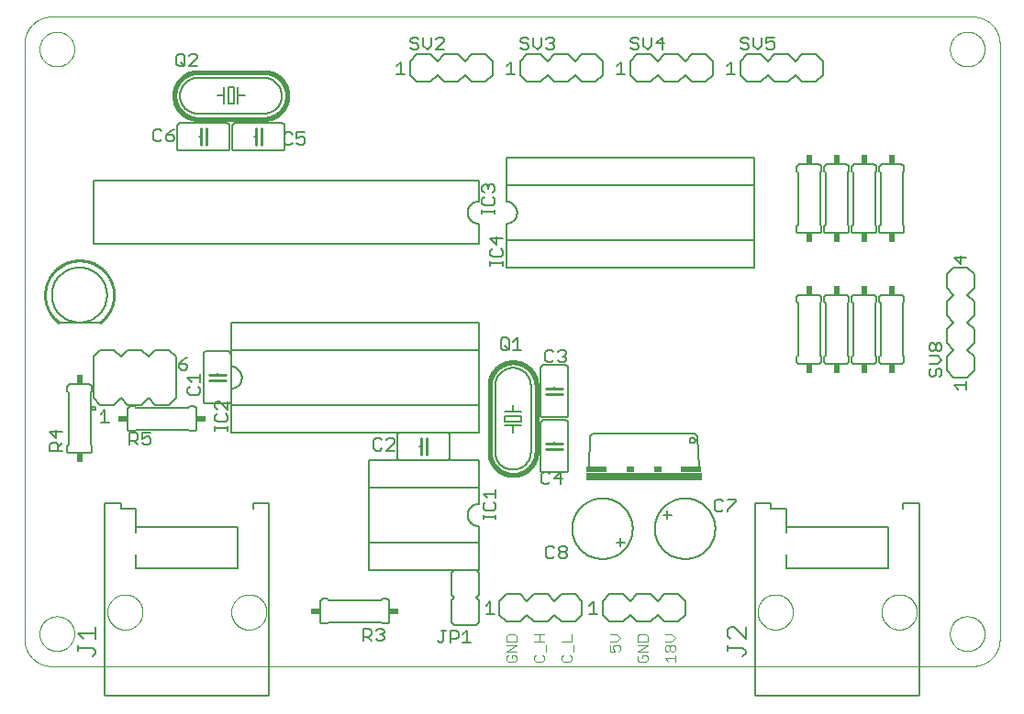
<source format=gto>
G75*
%MOIN*%
%OFA0B0*%
%FSLAX25Y25*%
%IPPOS*%
%LPD*%
%AMOC8*
5,1,8,0,0,1.08239X$1,22.5*
%
%ADD10C,0.00000*%
%ADD11C,0.00300*%
%ADD12C,0.00600*%
%ADD13C,0.01000*%
%ADD14C,0.00500*%
%ADD15R,0.42000X0.03000*%
%ADD16R,0.07500X0.02000*%
%ADD17R,0.03000X0.02000*%
%ADD18C,0.00800*%
%ADD19C,0.01600*%
%ADD20R,0.02400X0.03400*%
%ADD21R,0.03400X0.02400*%
D10*
X0017043Y0012215D02*
X0351688Y0012215D01*
X0351688Y0012214D02*
X0351926Y0012217D01*
X0352164Y0012225D01*
X0352401Y0012240D01*
X0352638Y0012260D01*
X0352874Y0012286D01*
X0353110Y0012317D01*
X0353345Y0012354D01*
X0353579Y0012397D01*
X0353812Y0012446D01*
X0354044Y0012500D01*
X0354274Y0012560D01*
X0354503Y0012625D01*
X0354730Y0012696D01*
X0354955Y0012772D01*
X0355178Y0012854D01*
X0355400Y0012941D01*
X0355619Y0013033D01*
X0355836Y0013131D01*
X0356050Y0013233D01*
X0356262Y0013341D01*
X0356472Y0013455D01*
X0356678Y0013573D01*
X0356882Y0013696D01*
X0357082Y0013824D01*
X0357279Y0013956D01*
X0357474Y0014094D01*
X0357664Y0014236D01*
X0357852Y0014383D01*
X0358035Y0014534D01*
X0358215Y0014689D01*
X0358391Y0014849D01*
X0358563Y0015013D01*
X0358732Y0015182D01*
X0358896Y0015354D01*
X0359056Y0015530D01*
X0359211Y0015710D01*
X0359362Y0015893D01*
X0359509Y0016081D01*
X0359651Y0016271D01*
X0359789Y0016466D01*
X0359921Y0016663D01*
X0360049Y0016863D01*
X0360172Y0017067D01*
X0360290Y0017273D01*
X0360404Y0017483D01*
X0360512Y0017695D01*
X0360614Y0017909D01*
X0360712Y0018126D01*
X0360804Y0018345D01*
X0360891Y0018567D01*
X0360973Y0018790D01*
X0361049Y0019015D01*
X0361120Y0019242D01*
X0361185Y0019471D01*
X0361245Y0019701D01*
X0361299Y0019933D01*
X0361348Y0020166D01*
X0361391Y0020400D01*
X0361428Y0020635D01*
X0361459Y0020871D01*
X0361485Y0021107D01*
X0361505Y0021344D01*
X0361520Y0021581D01*
X0361528Y0021819D01*
X0361531Y0022057D01*
X0361531Y0238593D01*
X0361528Y0238831D01*
X0361520Y0239069D01*
X0361505Y0239306D01*
X0361485Y0239543D01*
X0361459Y0239779D01*
X0361428Y0240015D01*
X0361391Y0240250D01*
X0361348Y0240484D01*
X0361299Y0240717D01*
X0361245Y0240949D01*
X0361185Y0241179D01*
X0361120Y0241408D01*
X0361049Y0241635D01*
X0360973Y0241860D01*
X0360891Y0242083D01*
X0360804Y0242305D01*
X0360712Y0242524D01*
X0360614Y0242741D01*
X0360512Y0242955D01*
X0360404Y0243167D01*
X0360290Y0243377D01*
X0360172Y0243583D01*
X0360049Y0243787D01*
X0359921Y0243987D01*
X0359789Y0244184D01*
X0359651Y0244379D01*
X0359509Y0244569D01*
X0359362Y0244757D01*
X0359211Y0244940D01*
X0359056Y0245120D01*
X0358896Y0245296D01*
X0358732Y0245468D01*
X0358563Y0245637D01*
X0358391Y0245801D01*
X0358215Y0245961D01*
X0358035Y0246116D01*
X0357852Y0246267D01*
X0357664Y0246414D01*
X0357474Y0246556D01*
X0357279Y0246694D01*
X0357082Y0246826D01*
X0356882Y0246954D01*
X0356678Y0247077D01*
X0356472Y0247195D01*
X0356262Y0247309D01*
X0356050Y0247417D01*
X0355836Y0247519D01*
X0355619Y0247617D01*
X0355400Y0247709D01*
X0355178Y0247796D01*
X0354955Y0247878D01*
X0354730Y0247954D01*
X0354503Y0248025D01*
X0354274Y0248090D01*
X0354044Y0248150D01*
X0353812Y0248204D01*
X0353579Y0248253D01*
X0353345Y0248296D01*
X0353110Y0248333D01*
X0352874Y0248364D01*
X0352638Y0248390D01*
X0352401Y0248410D01*
X0352164Y0248425D01*
X0351926Y0248433D01*
X0351688Y0248436D01*
X0351688Y0248435D02*
X0017043Y0248435D01*
X0017043Y0248436D02*
X0016805Y0248433D01*
X0016567Y0248425D01*
X0016330Y0248410D01*
X0016093Y0248390D01*
X0015857Y0248364D01*
X0015621Y0248333D01*
X0015386Y0248296D01*
X0015152Y0248253D01*
X0014919Y0248204D01*
X0014687Y0248150D01*
X0014457Y0248090D01*
X0014228Y0248025D01*
X0014001Y0247954D01*
X0013776Y0247878D01*
X0013553Y0247796D01*
X0013331Y0247709D01*
X0013112Y0247617D01*
X0012895Y0247519D01*
X0012681Y0247417D01*
X0012469Y0247309D01*
X0012259Y0247195D01*
X0012053Y0247077D01*
X0011849Y0246954D01*
X0011649Y0246826D01*
X0011452Y0246694D01*
X0011257Y0246556D01*
X0011067Y0246414D01*
X0010879Y0246267D01*
X0010696Y0246116D01*
X0010516Y0245961D01*
X0010340Y0245801D01*
X0010168Y0245637D01*
X0009999Y0245468D01*
X0009835Y0245296D01*
X0009675Y0245120D01*
X0009520Y0244940D01*
X0009369Y0244757D01*
X0009222Y0244569D01*
X0009080Y0244379D01*
X0008942Y0244184D01*
X0008810Y0243987D01*
X0008682Y0243787D01*
X0008559Y0243583D01*
X0008441Y0243377D01*
X0008327Y0243167D01*
X0008219Y0242955D01*
X0008117Y0242741D01*
X0008019Y0242524D01*
X0007927Y0242305D01*
X0007840Y0242083D01*
X0007758Y0241860D01*
X0007682Y0241635D01*
X0007611Y0241408D01*
X0007546Y0241179D01*
X0007486Y0240949D01*
X0007432Y0240717D01*
X0007383Y0240484D01*
X0007340Y0240250D01*
X0007303Y0240015D01*
X0007272Y0239779D01*
X0007246Y0239543D01*
X0007226Y0239306D01*
X0007211Y0239069D01*
X0007203Y0238831D01*
X0007200Y0238593D01*
X0007200Y0022057D01*
X0007203Y0021819D01*
X0007211Y0021581D01*
X0007226Y0021344D01*
X0007246Y0021107D01*
X0007272Y0020871D01*
X0007303Y0020635D01*
X0007340Y0020400D01*
X0007383Y0020166D01*
X0007432Y0019933D01*
X0007486Y0019701D01*
X0007546Y0019471D01*
X0007611Y0019242D01*
X0007682Y0019015D01*
X0007758Y0018790D01*
X0007840Y0018567D01*
X0007927Y0018345D01*
X0008019Y0018126D01*
X0008117Y0017909D01*
X0008219Y0017695D01*
X0008327Y0017483D01*
X0008441Y0017273D01*
X0008559Y0017067D01*
X0008682Y0016863D01*
X0008810Y0016663D01*
X0008942Y0016466D01*
X0009080Y0016271D01*
X0009222Y0016081D01*
X0009369Y0015893D01*
X0009520Y0015710D01*
X0009675Y0015530D01*
X0009835Y0015354D01*
X0009999Y0015182D01*
X0010168Y0015013D01*
X0010340Y0014849D01*
X0010516Y0014689D01*
X0010696Y0014534D01*
X0010879Y0014383D01*
X0011067Y0014236D01*
X0011257Y0014094D01*
X0011452Y0013956D01*
X0011649Y0013824D01*
X0011849Y0013696D01*
X0012053Y0013573D01*
X0012259Y0013455D01*
X0012469Y0013341D01*
X0012681Y0013233D01*
X0012895Y0013131D01*
X0013112Y0013033D01*
X0013331Y0012941D01*
X0013553Y0012854D01*
X0013776Y0012772D01*
X0014001Y0012696D01*
X0014228Y0012625D01*
X0014457Y0012560D01*
X0014687Y0012500D01*
X0014919Y0012446D01*
X0015152Y0012397D01*
X0015386Y0012354D01*
X0015621Y0012317D01*
X0015857Y0012286D01*
X0016093Y0012260D01*
X0016330Y0012240D01*
X0016567Y0012225D01*
X0016805Y0012217D01*
X0017043Y0012214D01*
X0012712Y0024026D02*
X0012714Y0024184D01*
X0012720Y0024342D01*
X0012730Y0024500D01*
X0012744Y0024658D01*
X0012762Y0024815D01*
X0012783Y0024972D01*
X0012809Y0025128D01*
X0012839Y0025284D01*
X0012872Y0025439D01*
X0012910Y0025592D01*
X0012951Y0025745D01*
X0012996Y0025897D01*
X0013045Y0026048D01*
X0013098Y0026197D01*
X0013154Y0026345D01*
X0013214Y0026491D01*
X0013278Y0026636D01*
X0013346Y0026779D01*
X0013417Y0026921D01*
X0013491Y0027061D01*
X0013569Y0027198D01*
X0013651Y0027334D01*
X0013735Y0027468D01*
X0013824Y0027599D01*
X0013915Y0027728D01*
X0014010Y0027855D01*
X0014107Y0027980D01*
X0014208Y0028102D01*
X0014312Y0028221D01*
X0014419Y0028338D01*
X0014529Y0028452D01*
X0014642Y0028563D01*
X0014757Y0028672D01*
X0014875Y0028777D01*
X0014996Y0028879D01*
X0015119Y0028979D01*
X0015245Y0029075D01*
X0015373Y0029168D01*
X0015503Y0029258D01*
X0015636Y0029344D01*
X0015771Y0029428D01*
X0015907Y0029507D01*
X0016046Y0029584D01*
X0016187Y0029656D01*
X0016329Y0029726D01*
X0016473Y0029791D01*
X0016619Y0029853D01*
X0016766Y0029911D01*
X0016915Y0029966D01*
X0017065Y0030017D01*
X0017216Y0030064D01*
X0017368Y0030107D01*
X0017521Y0030146D01*
X0017676Y0030182D01*
X0017831Y0030213D01*
X0017987Y0030241D01*
X0018143Y0030265D01*
X0018300Y0030285D01*
X0018458Y0030301D01*
X0018615Y0030313D01*
X0018774Y0030321D01*
X0018932Y0030325D01*
X0019090Y0030325D01*
X0019248Y0030321D01*
X0019407Y0030313D01*
X0019564Y0030301D01*
X0019722Y0030285D01*
X0019879Y0030265D01*
X0020035Y0030241D01*
X0020191Y0030213D01*
X0020346Y0030182D01*
X0020501Y0030146D01*
X0020654Y0030107D01*
X0020806Y0030064D01*
X0020957Y0030017D01*
X0021107Y0029966D01*
X0021256Y0029911D01*
X0021403Y0029853D01*
X0021549Y0029791D01*
X0021693Y0029726D01*
X0021835Y0029656D01*
X0021976Y0029584D01*
X0022115Y0029507D01*
X0022251Y0029428D01*
X0022386Y0029344D01*
X0022519Y0029258D01*
X0022649Y0029168D01*
X0022777Y0029075D01*
X0022903Y0028979D01*
X0023026Y0028879D01*
X0023147Y0028777D01*
X0023265Y0028672D01*
X0023380Y0028563D01*
X0023493Y0028452D01*
X0023603Y0028338D01*
X0023710Y0028221D01*
X0023814Y0028102D01*
X0023915Y0027980D01*
X0024012Y0027855D01*
X0024107Y0027728D01*
X0024198Y0027599D01*
X0024287Y0027468D01*
X0024371Y0027334D01*
X0024453Y0027198D01*
X0024531Y0027061D01*
X0024605Y0026921D01*
X0024676Y0026779D01*
X0024744Y0026636D01*
X0024808Y0026491D01*
X0024868Y0026345D01*
X0024924Y0026197D01*
X0024977Y0026048D01*
X0025026Y0025897D01*
X0025071Y0025745D01*
X0025112Y0025592D01*
X0025150Y0025439D01*
X0025183Y0025284D01*
X0025213Y0025128D01*
X0025239Y0024972D01*
X0025260Y0024815D01*
X0025278Y0024658D01*
X0025292Y0024500D01*
X0025302Y0024342D01*
X0025308Y0024184D01*
X0025310Y0024026D01*
X0025308Y0023868D01*
X0025302Y0023710D01*
X0025292Y0023552D01*
X0025278Y0023394D01*
X0025260Y0023237D01*
X0025239Y0023080D01*
X0025213Y0022924D01*
X0025183Y0022768D01*
X0025150Y0022613D01*
X0025112Y0022460D01*
X0025071Y0022307D01*
X0025026Y0022155D01*
X0024977Y0022004D01*
X0024924Y0021855D01*
X0024868Y0021707D01*
X0024808Y0021561D01*
X0024744Y0021416D01*
X0024676Y0021273D01*
X0024605Y0021131D01*
X0024531Y0020991D01*
X0024453Y0020854D01*
X0024371Y0020718D01*
X0024287Y0020584D01*
X0024198Y0020453D01*
X0024107Y0020324D01*
X0024012Y0020197D01*
X0023915Y0020072D01*
X0023814Y0019950D01*
X0023710Y0019831D01*
X0023603Y0019714D01*
X0023493Y0019600D01*
X0023380Y0019489D01*
X0023265Y0019380D01*
X0023147Y0019275D01*
X0023026Y0019173D01*
X0022903Y0019073D01*
X0022777Y0018977D01*
X0022649Y0018884D01*
X0022519Y0018794D01*
X0022386Y0018708D01*
X0022251Y0018624D01*
X0022115Y0018545D01*
X0021976Y0018468D01*
X0021835Y0018396D01*
X0021693Y0018326D01*
X0021549Y0018261D01*
X0021403Y0018199D01*
X0021256Y0018141D01*
X0021107Y0018086D01*
X0020957Y0018035D01*
X0020806Y0017988D01*
X0020654Y0017945D01*
X0020501Y0017906D01*
X0020346Y0017870D01*
X0020191Y0017839D01*
X0020035Y0017811D01*
X0019879Y0017787D01*
X0019722Y0017767D01*
X0019564Y0017751D01*
X0019407Y0017739D01*
X0019248Y0017731D01*
X0019090Y0017727D01*
X0018932Y0017727D01*
X0018774Y0017731D01*
X0018615Y0017739D01*
X0018458Y0017751D01*
X0018300Y0017767D01*
X0018143Y0017787D01*
X0017987Y0017811D01*
X0017831Y0017839D01*
X0017676Y0017870D01*
X0017521Y0017906D01*
X0017368Y0017945D01*
X0017216Y0017988D01*
X0017065Y0018035D01*
X0016915Y0018086D01*
X0016766Y0018141D01*
X0016619Y0018199D01*
X0016473Y0018261D01*
X0016329Y0018326D01*
X0016187Y0018396D01*
X0016046Y0018468D01*
X0015907Y0018545D01*
X0015771Y0018624D01*
X0015636Y0018708D01*
X0015503Y0018794D01*
X0015373Y0018884D01*
X0015245Y0018977D01*
X0015119Y0019073D01*
X0014996Y0019173D01*
X0014875Y0019275D01*
X0014757Y0019380D01*
X0014642Y0019489D01*
X0014529Y0019600D01*
X0014419Y0019714D01*
X0014312Y0019831D01*
X0014208Y0019950D01*
X0014107Y0020072D01*
X0014010Y0020197D01*
X0013915Y0020324D01*
X0013824Y0020453D01*
X0013735Y0020584D01*
X0013651Y0020718D01*
X0013569Y0020854D01*
X0013491Y0020991D01*
X0013417Y0021131D01*
X0013346Y0021273D01*
X0013278Y0021416D01*
X0013214Y0021561D01*
X0013154Y0021707D01*
X0013098Y0021855D01*
X0013045Y0022004D01*
X0012996Y0022155D01*
X0012951Y0022307D01*
X0012910Y0022460D01*
X0012872Y0022613D01*
X0012839Y0022768D01*
X0012809Y0022924D01*
X0012783Y0023080D01*
X0012762Y0023237D01*
X0012744Y0023394D01*
X0012730Y0023552D01*
X0012720Y0023710D01*
X0012714Y0023868D01*
X0012712Y0024026D01*
X0037355Y0031900D02*
X0037357Y0032060D01*
X0037363Y0032219D01*
X0037373Y0032378D01*
X0037387Y0032537D01*
X0037405Y0032696D01*
X0037426Y0032854D01*
X0037452Y0033011D01*
X0037482Y0033168D01*
X0037515Y0033324D01*
X0037553Y0033479D01*
X0037594Y0033633D01*
X0037639Y0033786D01*
X0037688Y0033938D01*
X0037741Y0034089D01*
X0037797Y0034238D01*
X0037858Y0034386D01*
X0037921Y0034532D01*
X0037989Y0034677D01*
X0038060Y0034820D01*
X0038134Y0034961D01*
X0038212Y0035100D01*
X0038294Y0035237D01*
X0038379Y0035372D01*
X0038467Y0035505D01*
X0038559Y0035636D01*
X0038653Y0035764D01*
X0038751Y0035890D01*
X0038852Y0036014D01*
X0038956Y0036135D01*
X0039063Y0036253D01*
X0039173Y0036369D01*
X0039286Y0036482D01*
X0039402Y0036592D01*
X0039520Y0036699D01*
X0039641Y0036803D01*
X0039765Y0036904D01*
X0039891Y0037002D01*
X0040019Y0037096D01*
X0040150Y0037188D01*
X0040283Y0037276D01*
X0040418Y0037361D01*
X0040555Y0037443D01*
X0040694Y0037521D01*
X0040835Y0037595D01*
X0040978Y0037666D01*
X0041123Y0037734D01*
X0041269Y0037797D01*
X0041417Y0037858D01*
X0041566Y0037914D01*
X0041717Y0037967D01*
X0041869Y0038016D01*
X0042022Y0038061D01*
X0042176Y0038102D01*
X0042331Y0038140D01*
X0042487Y0038173D01*
X0042644Y0038203D01*
X0042801Y0038229D01*
X0042959Y0038250D01*
X0043118Y0038268D01*
X0043277Y0038282D01*
X0043436Y0038292D01*
X0043595Y0038298D01*
X0043755Y0038300D01*
X0043915Y0038298D01*
X0044074Y0038292D01*
X0044233Y0038282D01*
X0044392Y0038268D01*
X0044551Y0038250D01*
X0044709Y0038229D01*
X0044866Y0038203D01*
X0045023Y0038173D01*
X0045179Y0038140D01*
X0045334Y0038102D01*
X0045488Y0038061D01*
X0045641Y0038016D01*
X0045793Y0037967D01*
X0045944Y0037914D01*
X0046093Y0037858D01*
X0046241Y0037797D01*
X0046387Y0037734D01*
X0046532Y0037666D01*
X0046675Y0037595D01*
X0046816Y0037521D01*
X0046955Y0037443D01*
X0047092Y0037361D01*
X0047227Y0037276D01*
X0047360Y0037188D01*
X0047491Y0037096D01*
X0047619Y0037002D01*
X0047745Y0036904D01*
X0047869Y0036803D01*
X0047990Y0036699D01*
X0048108Y0036592D01*
X0048224Y0036482D01*
X0048337Y0036369D01*
X0048447Y0036253D01*
X0048554Y0036135D01*
X0048658Y0036014D01*
X0048759Y0035890D01*
X0048857Y0035764D01*
X0048951Y0035636D01*
X0049043Y0035505D01*
X0049131Y0035372D01*
X0049216Y0035237D01*
X0049298Y0035100D01*
X0049376Y0034961D01*
X0049450Y0034820D01*
X0049521Y0034677D01*
X0049589Y0034532D01*
X0049652Y0034386D01*
X0049713Y0034238D01*
X0049769Y0034089D01*
X0049822Y0033938D01*
X0049871Y0033786D01*
X0049916Y0033633D01*
X0049957Y0033479D01*
X0049995Y0033324D01*
X0050028Y0033168D01*
X0050058Y0033011D01*
X0050084Y0032854D01*
X0050105Y0032696D01*
X0050123Y0032537D01*
X0050137Y0032378D01*
X0050147Y0032219D01*
X0050153Y0032060D01*
X0050155Y0031900D01*
X0050153Y0031740D01*
X0050147Y0031581D01*
X0050137Y0031422D01*
X0050123Y0031263D01*
X0050105Y0031104D01*
X0050084Y0030946D01*
X0050058Y0030789D01*
X0050028Y0030632D01*
X0049995Y0030476D01*
X0049957Y0030321D01*
X0049916Y0030167D01*
X0049871Y0030014D01*
X0049822Y0029862D01*
X0049769Y0029711D01*
X0049713Y0029562D01*
X0049652Y0029414D01*
X0049589Y0029268D01*
X0049521Y0029123D01*
X0049450Y0028980D01*
X0049376Y0028839D01*
X0049298Y0028700D01*
X0049216Y0028563D01*
X0049131Y0028428D01*
X0049043Y0028295D01*
X0048951Y0028164D01*
X0048857Y0028036D01*
X0048759Y0027910D01*
X0048658Y0027786D01*
X0048554Y0027665D01*
X0048447Y0027547D01*
X0048337Y0027431D01*
X0048224Y0027318D01*
X0048108Y0027208D01*
X0047990Y0027101D01*
X0047869Y0026997D01*
X0047745Y0026896D01*
X0047619Y0026798D01*
X0047491Y0026704D01*
X0047360Y0026612D01*
X0047227Y0026524D01*
X0047092Y0026439D01*
X0046955Y0026357D01*
X0046816Y0026279D01*
X0046675Y0026205D01*
X0046532Y0026134D01*
X0046387Y0026066D01*
X0046241Y0026003D01*
X0046093Y0025942D01*
X0045944Y0025886D01*
X0045793Y0025833D01*
X0045641Y0025784D01*
X0045488Y0025739D01*
X0045334Y0025698D01*
X0045179Y0025660D01*
X0045023Y0025627D01*
X0044866Y0025597D01*
X0044709Y0025571D01*
X0044551Y0025550D01*
X0044392Y0025532D01*
X0044233Y0025518D01*
X0044074Y0025508D01*
X0043915Y0025502D01*
X0043755Y0025500D01*
X0043595Y0025502D01*
X0043436Y0025508D01*
X0043277Y0025518D01*
X0043118Y0025532D01*
X0042959Y0025550D01*
X0042801Y0025571D01*
X0042644Y0025597D01*
X0042487Y0025627D01*
X0042331Y0025660D01*
X0042176Y0025698D01*
X0042022Y0025739D01*
X0041869Y0025784D01*
X0041717Y0025833D01*
X0041566Y0025886D01*
X0041417Y0025942D01*
X0041269Y0026003D01*
X0041123Y0026066D01*
X0040978Y0026134D01*
X0040835Y0026205D01*
X0040694Y0026279D01*
X0040555Y0026357D01*
X0040418Y0026439D01*
X0040283Y0026524D01*
X0040150Y0026612D01*
X0040019Y0026704D01*
X0039891Y0026798D01*
X0039765Y0026896D01*
X0039641Y0026997D01*
X0039520Y0027101D01*
X0039402Y0027208D01*
X0039286Y0027318D01*
X0039173Y0027431D01*
X0039063Y0027547D01*
X0038956Y0027665D01*
X0038852Y0027786D01*
X0038751Y0027910D01*
X0038653Y0028036D01*
X0038559Y0028164D01*
X0038467Y0028295D01*
X0038379Y0028428D01*
X0038294Y0028563D01*
X0038212Y0028700D01*
X0038134Y0028839D01*
X0038060Y0028980D01*
X0037989Y0029123D01*
X0037921Y0029268D01*
X0037858Y0029414D01*
X0037797Y0029562D01*
X0037741Y0029711D01*
X0037688Y0029862D01*
X0037639Y0030014D01*
X0037594Y0030167D01*
X0037553Y0030321D01*
X0037515Y0030476D01*
X0037482Y0030632D01*
X0037452Y0030789D01*
X0037426Y0030946D01*
X0037405Y0031104D01*
X0037387Y0031263D01*
X0037373Y0031422D01*
X0037363Y0031581D01*
X0037357Y0031740D01*
X0037355Y0031900D01*
X0082355Y0031900D02*
X0082357Y0032060D01*
X0082363Y0032219D01*
X0082373Y0032378D01*
X0082387Y0032537D01*
X0082405Y0032696D01*
X0082426Y0032854D01*
X0082452Y0033011D01*
X0082482Y0033168D01*
X0082515Y0033324D01*
X0082553Y0033479D01*
X0082594Y0033633D01*
X0082639Y0033786D01*
X0082688Y0033938D01*
X0082741Y0034089D01*
X0082797Y0034238D01*
X0082858Y0034386D01*
X0082921Y0034532D01*
X0082989Y0034677D01*
X0083060Y0034820D01*
X0083134Y0034961D01*
X0083212Y0035100D01*
X0083294Y0035237D01*
X0083379Y0035372D01*
X0083467Y0035505D01*
X0083559Y0035636D01*
X0083653Y0035764D01*
X0083751Y0035890D01*
X0083852Y0036014D01*
X0083956Y0036135D01*
X0084063Y0036253D01*
X0084173Y0036369D01*
X0084286Y0036482D01*
X0084402Y0036592D01*
X0084520Y0036699D01*
X0084641Y0036803D01*
X0084765Y0036904D01*
X0084891Y0037002D01*
X0085019Y0037096D01*
X0085150Y0037188D01*
X0085283Y0037276D01*
X0085418Y0037361D01*
X0085555Y0037443D01*
X0085694Y0037521D01*
X0085835Y0037595D01*
X0085978Y0037666D01*
X0086123Y0037734D01*
X0086269Y0037797D01*
X0086417Y0037858D01*
X0086566Y0037914D01*
X0086717Y0037967D01*
X0086869Y0038016D01*
X0087022Y0038061D01*
X0087176Y0038102D01*
X0087331Y0038140D01*
X0087487Y0038173D01*
X0087644Y0038203D01*
X0087801Y0038229D01*
X0087959Y0038250D01*
X0088118Y0038268D01*
X0088277Y0038282D01*
X0088436Y0038292D01*
X0088595Y0038298D01*
X0088755Y0038300D01*
X0088915Y0038298D01*
X0089074Y0038292D01*
X0089233Y0038282D01*
X0089392Y0038268D01*
X0089551Y0038250D01*
X0089709Y0038229D01*
X0089866Y0038203D01*
X0090023Y0038173D01*
X0090179Y0038140D01*
X0090334Y0038102D01*
X0090488Y0038061D01*
X0090641Y0038016D01*
X0090793Y0037967D01*
X0090944Y0037914D01*
X0091093Y0037858D01*
X0091241Y0037797D01*
X0091387Y0037734D01*
X0091532Y0037666D01*
X0091675Y0037595D01*
X0091816Y0037521D01*
X0091955Y0037443D01*
X0092092Y0037361D01*
X0092227Y0037276D01*
X0092360Y0037188D01*
X0092491Y0037096D01*
X0092619Y0037002D01*
X0092745Y0036904D01*
X0092869Y0036803D01*
X0092990Y0036699D01*
X0093108Y0036592D01*
X0093224Y0036482D01*
X0093337Y0036369D01*
X0093447Y0036253D01*
X0093554Y0036135D01*
X0093658Y0036014D01*
X0093759Y0035890D01*
X0093857Y0035764D01*
X0093951Y0035636D01*
X0094043Y0035505D01*
X0094131Y0035372D01*
X0094216Y0035237D01*
X0094298Y0035100D01*
X0094376Y0034961D01*
X0094450Y0034820D01*
X0094521Y0034677D01*
X0094589Y0034532D01*
X0094652Y0034386D01*
X0094713Y0034238D01*
X0094769Y0034089D01*
X0094822Y0033938D01*
X0094871Y0033786D01*
X0094916Y0033633D01*
X0094957Y0033479D01*
X0094995Y0033324D01*
X0095028Y0033168D01*
X0095058Y0033011D01*
X0095084Y0032854D01*
X0095105Y0032696D01*
X0095123Y0032537D01*
X0095137Y0032378D01*
X0095147Y0032219D01*
X0095153Y0032060D01*
X0095155Y0031900D01*
X0095153Y0031740D01*
X0095147Y0031581D01*
X0095137Y0031422D01*
X0095123Y0031263D01*
X0095105Y0031104D01*
X0095084Y0030946D01*
X0095058Y0030789D01*
X0095028Y0030632D01*
X0094995Y0030476D01*
X0094957Y0030321D01*
X0094916Y0030167D01*
X0094871Y0030014D01*
X0094822Y0029862D01*
X0094769Y0029711D01*
X0094713Y0029562D01*
X0094652Y0029414D01*
X0094589Y0029268D01*
X0094521Y0029123D01*
X0094450Y0028980D01*
X0094376Y0028839D01*
X0094298Y0028700D01*
X0094216Y0028563D01*
X0094131Y0028428D01*
X0094043Y0028295D01*
X0093951Y0028164D01*
X0093857Y0028036D01*
X0093759Y0027910D01*
X0093658Y0027786D01*
X0093554Y0027665D01*
X0093447Y0027547D01*
X0093337Y0027431D01*
X0093224Y0027318D01*
X0093108Y0027208D01*
X0092990Y0027101D01*
X0092869Y0026997D01*
X0092745Y0026896D01*
X0092619Y0026798D01*
X0092491Y0026704D01*
X0092360Y0026612D01*
X0092227Y0026524D01*
X0092092Y0026439D01*
X0091955Y0026357D01*
X0091816Y0026279D01*
X0091675Y0026205D01*
X0091532Y0026134D01*
X0091387Y0026066D01*
X0091241Y0026003D01*
X0091093Y0025942D01*
X0090944Y0025886D01*
X0090793Y0025833D01*
X0090641Y0025784D01*
X0090488Y0025739D01*
X0090334Y0025698D01*
X0090179Y0025660D01*
X0090023Y0025627D01*
X0089866Y0025597D01*
X0089709Y0025571D01*
X0089551Y0025550D01*
X0089392Y0025532D01*
X0089233Y0025518D01*
X0089074Y0025508D01*
X0088915Y0025502D01*
X0088755Y0025500D01*
X0088595Y0025502D01*
X0088436Y0025508D01*
X0088277Y0025518D01*
X0088118Y0025532D01*
X0087959Y0025550D01*
X0087801Y0025571D01*
X0087644Y0025597D01*
X0087487Y0025627D01*
X0087331Y0025660D01*
X0087176Y0025698D01*
X0087022Y0025739D01*
X0086869Y0025784D01*
X0086717Y0025833D01*
X0086566Y0025886D01*
X0086417Y0025942D01*
X0086269Y0026003D01*
X0086123Y0026066D01*
X0085978Y0026134D01*
X0085835Y0026205D01*
X0085694Y0026279D01*
X0085555Y0026357D01*
X0085418Y0026439D01*
X0085283Y0026524D01*
X0085150Y0026612D01*
X0085019Y0026704D01*
X0084891Y0026798D01*
X0084765Y0026896D01*
X0084641Y0026997D01*
X0084520Y0027101D01*
X0084402Y0027208D01*
X0084286Y0027318D01*
X0084173Y0027431D01*
X0084063Y0027547D01*
X0083956Y0027665D01*
X0083852Y0027786D01*
X0083751Y0027910D01*
X0083653Y0028036D01*
X0083559Y0028164D01*
X0083467Y0028295D01*
X0083379Y0028428D01*
X0083294Y0028563D01*
X0083212Y0028700D01*
X0083134Y0028839D01*
X0083060Y0028980D01*
X0082989Y0029123D01*
X0082921Y0029268D01*
X0082858Y0029414D01*
X0082797Y0029562D01*
X0082741Y0029711D01*
X0082688Y0029862D01*
X0082639Y0030014D01*
X0082594Y0030167D01*
X0082553Y0030321D01*
X0082515Y0030476D01*
X0082482Y0030632D01*
X0082452Y0030789D01*
X0082426Y0030946D01*
X0082405Y0031104D01*
X0082387Y0031263D01*
X0082373Y0031422D01*
X0082363Y0031581D01*
X0082357Y0031740D01*
X0082355Y0031900D01*
X0273576Y0031900D02*
X0273578Y0032060D01*
X0273584Y0032219D01*
X0273594Y0032378D01*
X0273608Y0032537D01*
X0273626Y0032696D01*
X0273647Y0032854D01*
X0273673Y0033011D01*
X0273703Y0033168D01*
X0273736Y0033324D01*
X0273774Y0033479D01*
X0273815Y0033633D01*
X0273860Y0033786D01*
X0273909Y0033938D01*
X0273962Y0034089D01*
X0274018Y0034238D01*
X0274079Y0034386D01*
X0274142Y0034532D01*
X0274210Y0034677D01*
X0274281Y0034820D01*
X0274355Y0034961D01*
X0274433Y0035100D01*
X0274515Y0035237D01*
X0274600Y0035372D01*
X0274688Y0035505D01*
X0274780Y0035636D01*
X0274874Y0035764D01*
X0274972Y0035890D01*
X0275073Y0036014D01*
X0275177Y0036135D01*
X0275284Y0036253D01*
X0275394Y0036369D01*
X0275507Y0036482D01*
X0275623Y0036592D01*
X0275741Y0036699D01*
X0275862Y0036803D01*
X0275986Y0036904D01*
X0276112Y0037002D01*
X0276240Y0037096D01*
X0276371Y0037188D01*
X0276504Y0037276D01*
X0276639Y0037361D01*
X0276776Y0037443D01*
X0276915Y0037521D01*
X0277056Y0037595D01*
X0277199Y0037666D01*
X0277344Y0037734D01*
X0277490Y0037797D01*
X0277638Y0037858D01*
X0277787Y0037914D01*
X0277938Y0037967D01*
X0278090Y0038016D01*
X0278243Y0038061D01*
X0278397Y0038102D01*
X0278552Y0038140D01*
X0278708Y0038173D01*
X0278865Y0038203D01*
X0279022Y0038229D01*
X0279180Y0038250D01*
X0279339Y0038268D01*
X0279498Y0038282D01*
X0279657Y0038292D01*
X0279816Y0038298D01*
X0279976Y0038300D01*
X0280136Y0038298D01*
X0280295Y0038292D01*
X0280454Y0038282D01*
X0280613Y0038268D01*
X0280772Y0038250D01*
X0280930Y0038229D01*
X0281087Y0038203D01*
X0281244Y0038173D01*
X0281400Y0038140D01*
X0281555Y0038102D01*
X0281709Y0038061D01*
X0281862Y0038016D01*
X0282014Y0037967D01*
X0282165Y0037914D01*
X0282314Y0037858D01*
X0282462Y0037797D01*
X0282608Y0037734D01*
X0282753Y0037666D01*
X0282896Y0037595D01*
X0283037Y0037521D01*
X0283176Y0037443D01*
X0283313Y0037361D01*
X0283448Y0037276D01*
X0283581Y0037188D01*
X0283712Y0037096D01*
X0283840Y0037002D01*
X0283966Y0036904D01*
X0284090Y0036803D01*
X0284211Y0036699D01*
X0284329Y0036592D01*
X0284445Y0036482D01*
X0284558Y0036369D01*
X0284668Y0036253D01*
X0284775Y0036135D01*
X0284879Y0036014D01*
X0284980Y0035890D01*
X0285078Y0035764D01*
X0285172Y0035636D01*
X0285264Y0035505D01*
X0285352Y0035372D01*
X0285437Y0035237D01*
X0285519Y0035100D01*
X0285597Y0034961D01*
X0285671Y0034820D01*
X0285742Y0034677D01*
X0285810Y0034532D01*
X0285873Y0034386D01*
X0285934Y0034238D01*
X0285990Y0034089D01*
X0286043Y0033938D01*
X0286092Y0033786D01*
X0286137Y0033633D01*
X0286178Y0033479D01*
X0286216Y0033324D01*
X0286249Y0033168D01*
X0286279Y0033011D01*
X0286305Y0032854D01*
X0286326Y0032696D01*
X0286344Y0032537D01*
X0286358Y0032378D01*
X0286368Y0032219D01*
X0286374Y0032060D01*
X0286376Y0031900D01*
X0286374Y0031740D01*
X0286368Y0031581D01*
X0286358Y0031422D01*
X0286344Y0031263D01*
X0286326Y0031104D01*
X0286305Y0030946D01*
X0286279Y0030789D01*
X0286249Y0030632D01*
X0286216Y0030476D01*
X0286178Y0030321D01*
X0286137Y0030167D01*
X0286092Y0030014D01*
X0286043Y0029862D01*
X0285990Y0029711D01*
X0285934Y0029562D01*
X0285873Y0029414D01*
X0285810Y0029268D01*
X0285742Y0029123D01*
X0285671Y0028980D01*
X0285597Y0028839D01*
X0285519Y0028700D01*
X0285437Y0028563D01*
X0285352Y0028428D01*
X0285264Y0028295D01*
X0285172Y0028164D01*
X0285078Y0028036D01*
X0284980Y0027910D01*
X0284879Y0027786D01*
X0284775Y0027665D01*
X0284668Y0027547D01*
X0284558Y0027431D01*
X0284445Y0027318D01*
X0284329Y0027208D01*
X0284211Y0027101D01*
X0284090Y0026997D01*
X0283966Y0026896D01*
X0283840Y0026798D01*
X0283712Y0026704D01*
X0283581Y0026612D01*
X0283448Y0026524D01*
X0283313Y0026439D01*
X0283176Y0026357D01*
X0283037Y0026279D01*
X0282896Y0026205D01*
X0282753Y0026134D01*
X0282608Y0026066D01*
X0282462Y0026003D01*
X0282314Y0025942D01*
X0282165Y0025886D01*
X0282014Y0025833D01*
X0281862Y0025784D01*
X0281709Y0025739D01*
X0281555Y0025698D01*
X0281400Y0025660D01*
X0281244Y0025627D01*
X0281087Y0025597D01*
X0280930Y0025571D01*
X0280772Y0025550D01*
X0280613Y0025532D01*
X0280454Y0025518D01*
X0280295Y0025508D01*
X0280136Y0025502D01*
X0279976Y0025500D01*
X0279816Y0025502D01*
X0279657Y0025508D01*
X0279498Y0025518D01*
X0279339Y0025532D01*
X0279180Y0025550D01*
X0279022Y0025571D01*
X0278865Y0025597D01*
X0278708Y0025627D01*
X0278552Y0025660D01*
X0278397Y0025698D01*
X0278243Y0025739D01*
X0278090Y0025784D01*
X0277938Y0025833D01*
X0277787Y0025886D01*
X0277638Y0025942D01*
X0277490Y0026003D01*
X0277344Y0026066D01*
X0277199Y0026134D01*
X0277056Y0026205D01*
X0276915Y0026279D01*
X0276776Y0026357D01*
X0276639Y0026439D01*
X0276504Y0026524D01*
X0276371Y0026612D01*
X0276240Y0026704D01*
X0276112Y0026798D01*
X0275986Y0026896D01*
X0275862Y0026997D01*
X0275741Y0027101D01*
X0275623Y0027208D01*
X0275507Y0027318D01*
X0275394Y0027431D01*
X0275284Y0027547D01*
X0275177Y0027665D01*
X0275073Y0027786D01*
X0274972Y0027910D01*
X0274874Y0028036D01*
X0274780Y0028164D01*
X0274688Y0028295D01*
X0274600Y0028428D01*
X0274515Y0028563D01*
X0274433Y0028700D01*
X0274355Y0028839D01*
X0274281Y0028980D01*
X0274210Y0029123D01*
X0274142Y0029268D01*
X0274079Y0029414D01*
X0274018Y0029562D01*
X0273962Y0029711D01*
X0273909Y0029862D01*
X0273860Y0030014D01*
X0273815Y0030167D01*
X0273774Y0030321D01*
X0273736Y0030476D01*
X0273703Y0030632D01*
X0273673Y0030789D01*
X0273647Y0030946D01*
X0273626Y0031104D01*
X0273608Y0031263D01*
X0273594Y0031422D01*
X0273584Y0031581D01*
X0273578Y0031740D01*
X0273576Y0031900D01*
X0318576Y0031900D02*
X0318578Y0032060D01*
X0318584Y0032219D01*
X0318594Y0032378D01*
X0318608Y0032537D01*
X0318626Y0032696D01*
X0318647Y0032854D01*
X0318673Y0033011D01*
X0318703Y0033168D01*
X0318736Y0033324D01*
X0318774Y0033479D01*
X0318815Y0033633D01*
X0318860Y0033786D01*
X0318909Y0033938D01*
X0318962Y0034089D01*
X0319018Y0034238D01*
X0319079Y0034386D01*
X0319142Y0034532D01*
X0319210Y0034677D01*
X0319281Y0034820D01*
X0319355Y0034961D01*
X0319433Y0035100D01*
X0319515Y0035237D01*
X0319600Y0035372D01*
X0319688Y0035505D01*
X0319780Y0035636D01*
X0319874Y0035764D01*
X0319972Y0035890D01*
X0320073Y0036014D01*
X0320177Y0036135D01*
X0320284Y0036253D01*
X0320394Y0036369D01*
X0320507Y0036482D01*
X0320623Y0036592D01*
X0320741Y0036699D01*
X0320862Y0036803D01*
X0320986Y0036904D01*
X0321112Y0037002D01*
X0321240Y0037096D01*
X0321371Y0037188D01*
X0321504Y0037276D01*
X0321639Y0037361D01*
X0321776Y0037443D01*
X0321915Y0037521D01*
X0322056Y0037595D01*
X0322199Y0037666D01*
X0322344Y0037734D01*
X0322490Y0037797D01*
X0322638Y0037858D01*
X0322787Y0037914D01*
X0322938Y0037967D01*
X0323090Y0038016D01*
X0323243Y0038061D01*
X0323397Y0038102D01*
X0323552Y0038140D01*
X0323708Y0038173D01*
X0323865Y0038203D01*
X0324022Y0038229D01*
X0324180Y0038250D01*
X0324339Y0038268D01*
X0324498Y0038282D01*
X0324657Y0038292D01*
X0324816Y0038298D01*
X0324976Y0038300D01*
X0325136Y0038298D01*
X0325295Y0038292D01*
X0325454Y0038282D01*
X0325613Y0038268D01*
X0325772Y0038250D01*
X0325930Y0038229D01*
X0326087Y0038203D01*
X0326244Y0038173D01*
X0326400Y0038140D01*
X0326555Y0038102D01*
X0326709Y0038061D01*
X0326862Y0038016D01*
X0327014Y0037967D01*
X0327165Y0037914D01*
X0327314Y0037858D01*
X0327462Y0037797D01*
X0327608Y0037734D01*
X0327753Y0037666D01*
X0327896Y0037595D01*
X0328037Y0037521D01*
X0328176Y0037443D01*
X0328313Y0037361D01*
X0328448Y0037276D01*
X0328581Y0037188D01*
X0328712Y0037096D01*
X0328840Y0037002D01*
X0328966Y0036904D01*
X0329090Y0036803D01*
X0329211Y0036699D01*
X0329329Y0036592D01*
X0329445Y0036482D01*
X0329558Y0036369D01*
X0329668Y0036253D01*
X0329775Y0036135D01*
X0329879Y0036014D01*
X0329980Y0035890D01*
X0330078Y0035764D01*
X0330172Y0035636D01*
X0330264Y0035505D01*
X0330352Y0035372D01*
X0330437Y0035237D01*
X0330519Y0035100D01*
X0330597Y0034961D01*
X0330671Y0034820D01*
X0330742Y0034677D01*
X0330810Y0034532D01*
X0330873Y0034386D01*
X0330934Y0034238D01*
X0330990Y0034089D01*
X0331043Y0033938D01*
X0331092Y0033786D01*
X0331137Y0033633D01*
X0331178Y0033479D01*
X0331216Y0033324D01*
X0331249Y0033168D01*
X0331279Y0033011D01*
X0331305Y0032854D01*
X0331326Y0032696D01*
X0331344Y0032537D01*
X0331358Y0032378D01*
X0331368Y0032219D01*
X0331374Y0032060D01*
X0331376Y0031900D01*
X0331374Y0031740D01*
X0331368Y0031581D01*
X0331358Y0031422D01*
X0331344Y0031263D01*
X0331326Y0031104D01*
X0331305Y0030946D01*
X0331279Y0030789D01*
X0331249Y0030632D01*
X0331216Y0030476D01*
X0331178Y0030321D01*
X0331137Y0030167D01*
X0331092Y0030014D01*
X0331043Y0029862D01*
X0330990Y0029711D01*
X0330934Y0029562D01*
X0330873Y0029414D01*
X0330810Y0029268D01*
X0330742Y0029123D01*
X0330671Y0028980D01*
X0330597Y0028839D01*
X0330519Y0028700D01*
X0330437Y0028563D01*
X0330352Y0028428D01*
X0330264Y0028295D01*
X0330172Y0028164D01*
X0330078Y0028036D01*
X0329980Y0027910D01*
X0329879Y0027786D01*
X0329775Y0027665D01*
X0329668Y0027547D01*
X0329558Y0027431D01*
X0329445Y0027318D01*
X0329329Y0027208D01*
X0329211Y0027101D01*
X0329090Y0026997D01*
X0328966Y0026896D01*
X0328840Y0026798D01*
X0328712Y0026704D01*
X0328581Y0026612D01*
X0328448Y0026524D01*
X0328313Y0026439D01*
X0328176Y0026357D01*
X0328037Y0026279D01*
X0327896Y0026205D01*
X0327753Y0026134D01*
X0327608Y0026066D01*
X0327462Y0026003D01*
X0327314Y0025942D01*
X0327165Y0025886D01*
X0327014Y0025833D01*
X0326862Y0025784D01*
X0326709Y0025739D01*
X0326555Y0025698D01*
X0326400Y0025660D01*
X0326244Y0025627D01*
X0326087Y0025597D01*
X0325930Y0025571D01*
X0325772Y0025550D01*
X0325613Y0025532D01*
X0325454Y0025518D01*
X0325295Y0025508D01*
X0325136Y0025502D01*
X0324976Y0025500D01*
X0324816Y0025502D01*
X0324657Y0025508D01*
X0324498Y0025518D01*
X0324339Y0025532D01*
X0324180Y0025550D01*
X0324022Y0025571D01*
X0323865Y0025597D01*
X0323708Y0025627D01*
X0323552Y0025660D01*
X0323397Y0025698D01*
X0323243Y0025739D01*
X0323090Y0025784D01*
X0322938Y0025833D01*
X0322787Y0025886D01*
X0322638Y0025942D01*
X0322490Y0026003D01*
X0322344Y0026066D01*
X0322199Y0026134D01*
X0322056Y0026205D01*
X0321915Y0026279D01*
X0321776Y0026357D01*
X0321639Y0026439D01*
X0321504Y0026524D01*
X0321371Y0026612D01*
X0321240Y0026704D01*
X0321112Y0026798D01*
X0320986Y0026896D01*
X0320862Y0026997D01*
X0320741Y0027101D01*
X0320623Y0027208D01*
X0320507Y0027318D01*
X0320394Y0027431D01*
X0320284Y0027547D01*
X0320177Y0027665D01*
X0320073Y0027786D01*
X0319972Y0027910D01*
X0319874Y0028036D01*
X0319780Y0028164D01*
X0319688Y0028295D01*
X0319600Y0028428D01*
X0319515Y0028563D01*
X0319433Y0028700D01*
X0319355Y0028839D01*
X0319281Y0028980D01*
X0319210Y0029123D01*
X0319142Y0029268D01*
X0319079Y0029414D01*
X0319018Y0029562D01*
X0318962Y0029711D01*
X0318909Y0029862D01*
X0318860Y0030014D01*
X0318815Y0030167D01*
X0318774Y0030321D01*
X0318736Y0030476D01*
X0318703Y0030632D01*
X0318673Y0030789D01*
X0318647Y0030946D01*
X0318626Y0031104D01*
X0318608Y0031263D01*
X0318594Y0031422D01*
X0318584Y0031581D01*
X0318578Y0031740D01*
X0318576Y0031900D01*
X0343421Y0024026D02*
X0343423Y0024184D01*
X0343429Y0024342D01*
X0343439Y0024500D01*
X0343453Y0024658D01*
X0343471Y0024815D01*
X0343492Y0024972D01*
X0343518Y0025128D01*
X0343548Y0025284D01*
X0343581Y0025439D01*
X0343619Y0025592D01*
X0343660Y0025745D01*
X0343705Y0025897D01*
X0343754Y0026048D01*
X0343807Y0026197D01*
X0343863Y0026345D01*
X0343923Y0026491D01*
X0343987Y0026636D01*
X0344055Y0026779D01*
X0344126Y0026921D01*
X0344200Y0027061D01*
X0344278Y0027198D01*
X0344360Y0027334D01*
X0344444Y0027468D01*
X0344533Y0027599D01*
X0344624Y0027728D01*
X0344719Y0027855D01*
X0344816Y0027980D01*
X0344917Y0028102D01*
X0345021Y0028221D01*
X0345128Y0028338D01*
X0345238Y0028452D01*
X0345351Y0028563D01*
X0345466Y0028672D01*
X0345584Y0028777D01*
X0345705Y0028879D01*
X0345828Y0028979D01*
X0345954Y0029075D01*
X0346082Y0029168D01*
X0346212Y0029258D01*
X0346345Y0029344D01*
X0346480Y0029428D01*
X0346616Y0029507D01*
X0346755Y0029584D01*
X0346896Y0029656D01*
X0347038Y0029726D01*
X0347182Y0029791D01*
X0347328Y0029853D01*
X0347475Y0029911D01*
X0347624Y0029966D01*
X0347774Y0030017D01*
X0347925Y0030064D01*
X0348077Y0030107D01*
X0348230Y0030146D01*
X0348385Y0030182D01*
X0348540Y0030213D01*
X0348696Y0030241D01*
X0348852Y0030265D01*
X0349009Y0030285D01*
X0349167Y0030301D01*
X0349324Y0030313D01*
X0349483Y0030321D01*
X0349641Y0030325D01*
X0349799Y0030325D01*
X0349957Y0030321D01*
X0350116Y0030313D01*
X0350273Y0030301D01*
X0350431Y0030285D01*
X0350588Y0030265D01*
X0350744Y0030241D01*
X0350900Y0030213D01*
X0351055Y0030182D01*
X0351210Y0030146D01*
X0351363Y0030107D01*
X0351515Y0030064D01*
X0351666Y0030017D01*
X0351816Y0029966D01*
X0351965Y0029911D01*
X0352112Y0029853D01*
X0352258Y0029791D01*
X0352402Y0029726D01*
X0352544Y0029656D01*
X0352685Y0029584D01*
X0352824Y0029507D01*
X0352960Y0029428D01*
X0353095Y0029344D01*
X0353228Y0029258D01*
X0353358Y0029168D01*
X0353486Y0029075D01*
X0353612Y0028979D01*
X0353735Y0028879D01*
X0353856Y0028777D01*
X0353974Y0028672D01*
X0354089Y0028563D01*
X0354202Y0028452D01*
X0354312Y0028338D01*
X0354419Y0028221D01*
X0354523Y0028102D01*
X0354624Y0027980D01*
X0354721Y0027855D01*
X0354816Y0027728D01*
X0354907Y0027599D01*
X0354996Y0027468D01*
X0355080Y0027334D01*
X0355162Y0027198D01*
X0355240Y0027061D01*
X0355314Y0026921D01*
X0355385Y0026779D01*
X0355453Y0026636D01*
X0355517Y0026491D01*
X0355577Y0026345D01*
X0355633Y0026197D01*
X0355686Y0026048D01*
X0355735Y0025897D01*
X0355780Y0025745D01*
X0355821Y0025592D01*
X0355859Y0025439D01*
X0355892Y0025284D01*
X0355922Y0025128D01*
X0355948Y0024972D01*
X0355969Y0024815D01*
X0355987Y0024658D01*
X0356001Y0024500D01*
X0356011Y0024342D01*
X0356017Y0024184D01*
X0356019Y0024026D01*
X0356017Y0023868D01*
X0356011Y0023710D01*
X0356001Y0023552D01*
X0355987Y0023394D01*
X0355969Y0023237D01*
X0355948Y0023080D01*
X0355922Y0022924D01*
X0355892Y0022768D01*
X0355859Y0022613D01*
X0355821Y0022460D01*
X0355780Y0022307D01*
X0355735Y0022155D01*
X0355686Y0022004D01*
X0355633Y0021855D01*
X0355577Y0021707D01*
X0355517Y0021561D01*
X0355453Y0021416D01*
X0355385Y0021273D01*
X0355314Y0021131D01*
X0355240Y0020991D01*
X0355162Y0020854D01*
X0355080Y0020718D01*
X0354996Y0020584D01*
X0354907Y0020453D01*
X0354816Y0020324D01*
X0354721Y0020197D01*
X0354624Y0020072D01*
X0354523Y0019950D01*
X0354419Y0019831D01*
X0354312Y0019714D01*
X0354202Y0019600D01*
X0354089Y0019489D01*
X0353974Y0019380D01*
X0353856Y0019275D01*
X0353735Y0019173D01*
X0353612Y0019073D01*
X0353486Y0018977D01*
X0353358Y0018884D01*
X0353228Y0018794D01*
X0353095Y0018708D01*
X0352960Y0018624D01*
X0352824Y0018545D01*
X0352685Y0018468D01*
X0352544Y0018396D01*
X0352402Y0018326D01*
X0352258Y0018261D01*
X0352112Y0018199D01*
X0351965Y0018141D01*
X0351816Y0018086D01*
X0351666Y0018035D01*
X0351515Y0017988D01*
X0351363Y0017945D01*
X0351210Y0017906D01*
X0351055Y0017870D01*
X0350900Y0017839D01*
X0350744Y0017811D01*
X0350588Y0017787D01*
X0350431Y0017767D01*
X0350273Y0017751D01*
X0350116Y0017739D01*
X0349957Y0017731D01*
X0349799Y0017727D01*
X0349641Y0017727D01*
X0349483Y0017731D01*
X0349324Y0017739D01*
X0349167Y0017751D01*
X0349009Y0017767D01*
X0348852Y0017787D01*
X0348696Y0017811D01*
X0348540Y0017839D01*
X0348385Y0017870D01*
X0348230Y0017906D01*
X0348077Y0017945D01*
X0347925Y0017988D01*
X0347774Y0018035D01*
X0347624Y0018086D01*
X0347475Y0018141D01*
X0347328Y0018199D01*
X0347182Y0018261D01*
X0347038Y0018326D01*
X0346896Y0018396D01*
X0346755Y0018468D01*
X0346616Y0018545D01*
X0346480Y0018624D01*
X0346345Y0018708D01*
X0346212Y0018794D01*
X0346082Y0018884D01*
X0345954Y0018977D01*
X0345828Y0019073D01*
X0345705Y0019173D01*
X0345584Y0019275D01*
X0345466Y0019380D01*
X0345351Y0019489D01*
X0345238Y0019600D01*
X0345128Y0019714D01*
X0345021Y0019831D01*
X0344917Y0019950D01*
X0344816Y0020072D01*
X0344719Y0020197D01*
X0344624Y0020324D01*
X0344533Y0020453D01*
X0344444Y0020584D01*
X0344360Y0020718D01*
X0344278Y0020854D01*
X0344200Y0020991D01*
X0344126Y0021131D01*
X0344055Y0021273D01*
X0343987Y0021416D01*
X0343923Y0021561D01*
X0343863Y0021707D01*
X0343807Y0021855D01*
X0343754Y0022004D01*
X0343705Y0022155D01*
X0343660Y0022307D01*
X0343619Y0022460D01*
X0343581Y0022613D01*
X0343548Y0022768D01*
X0343518Y0022924D01*
X0343492Y0023080D01*
X0343471Y0023237D01*
X0343453Y0023394D01*
X0343439Y0023552D01*
X0343429Y0023710D01*
X0343423Y0023868D01*
X0343421Y0024026D01*
X0343421Y0236624D02*
X0343423Y0236782D01*
X0343429Y0236940D01*
X0343439Y0237098D01*
X0343453Y0237256D01*
X0343471Y0237413D01*
X0343492Y0237570D01*
X0343518Y0237726D01*
X0343548Y0237882D01*
X0343581Y0238037D01*
X0343619Y0238190D01*
X0343660Y0238343D01*
X0343705Y0238495D01*
X0343754Y0238646D01*
X0343807Y0238795D01*
X0343863Y0238943D01*
X0343923Y0239089D01*
X0343987Y0239234D01*
X0344055Y0239377D01*
X0344126Y0239519D01*
X0344200Y0239659D01*
X0344278Y0239796D01*
X0344360Y0239932D01*
X0344444Y0240066D01*
X0344533Y0240197D01*
X0344624Y0240326D01*
X0344719Y0240453D01*
X0344816Y0240578D01*
X0344917Y0240700D01*
X0345021Y0240819D01*
X0345128Y0240936D01*
X0345238Y0241050D01*
X0345351Y0241161D01*
X0345466Y0241270D01*
X0345584Y0241375D01*
X0345705Y0241477D01*
X0345828Y0241577D01*
X0345954Y0241673D01*
X0346082Y0241766D01*
X0346212Y0241856D01*
X0346345Y0241942D01*
X0346480Y0242026D01*
X0346616Y0242105D01*
X0346755Y0242182D01*
X0346896Y0242254D01*
X0347038Y0242324D01*
X0347182Y0242389D01*
X0347328Y0242451D01*
X0347475Y0242509D01*
X0347624Y0242564D01*
X0347774Y0242615D01*
X0347925Y0242662D01*
X0348077Y0242705D01*
X0348230Y0242744D01*
X0348385Y0242780D01*
X0348540Y0242811D01*
X0348696Y0242839D01*
X0348852Y0242863D01*
X0349009Y0242883D01*
X0349167Y0242899D01*
X0349324Y0242911D01*
X0349483Y0242919D01*
X0349641Y0242923D01*
X0349799Y0242923D01*
X0349957Y0242919D01*
X0350116Y0242911D01*
X0350273Y0242899D01*
X0350431Y0242883D01*
X0350588Y0242863D01*
X0350744Y0242839D01*
X0350900Y0242811D01*
X0351055Y0242780D01*
X0351210Y0242744D01*
X0351363Y0242705D01*
X0351515Y0242662D01*
X0351666Y0242615D01*
X0351816Y0242564D01*
X0351965Y0242509D01*
X0352112Y0242451D01*
X0352258Y0242389D01*
X0352402Y0242324D01*
X0352544Y0242254D01*
X0352685Y0242182D01*
X0352824Y0242105D01*
X0352960Y0242026D01*
X0353095Y0241942D01*
X0353228Y0241856D01*
X0353358Y0241766D01*
X0353486Y0241673D01*
X0353612Y0241577D01*
X0353735Y0241477D01*
X0353856Y0241375D01*
X0353974Y0241270D01*
X0354089Y0241161D01*
X0354202Y0241050D01*
X0354312Y0240936D01*
X0354419Y0240819D01*
X0354523Y0240700D01*
X0354624Y0240578D01*
X0354721Y0240453D01*
X0354816Y0240326D01*
X0354907Y0240197D01*
X0354996Y0240066D01*
X0355080Y0239932D01*
X0355162Y0239796D01*
X0355240Y0239659D01*
X0355314Y0239519D01*
X0355385Y0239377D01*
X0355453Y0239234D01*
X0355517Y0239089D01*
X0355577Y0238943D01*
X0355633Y0238795D01*
X0355686Y0238646D01*
X0355735Y0238495D01*
X0355780Y0238343D01*
X0355821Y0238190D01*
X0355859Y0238037D01*
X0355892Y0237882D01*
X0355922Y0237726D01*
X0355948Y0237570D01*
X0355969Y0237413D01*
X0355987Y0237256D01*
X0356001Y0237098D01*
X0356011Y0236940D01*
X0356017Y0236782D01*
X0356019Y0236624D01*
X0356017Y0236466D01*
X0356011Y0236308D01*
X0356001Y0236150D01*
X0355987Y0235992D01*
X0355969Y0235835D01*
X0355948Y0235678D01*
X0355922Y0235522D01*
X0355892Y0235366D01*
X0355859Y0235211D01*
X0355821Y0235058D01*
X0355780Y0234905D01*
X0355735Y0234753D01*
X0355686Y0234602D01*
X0355633Y0234453D01*
X0355577Y0234305D01*
X0355517Y0234159D01*
X0355453Y0234014D01*
X0355385Y0233871D01*
X0355314Y0233729D01*
X0355240Y0233589D01*
X0355162Y0233452D01*
X0355080Y0233316D01*
X0354996Y0233182D01*
X0354907Y0233051D01*
X0354816Y0232922D01*
X0354721Y0232795D01*
X0354624Y0232670D01*
X0354523Y0232548D01*
X0354419Y0232429D01*
X0354312Y0232312D01*
X0354202Y0232198D01*
X0354089Y0232087D01*
X0353974Y0231978D01*
X0353856Y0231873D01*
X0353735Y0231771D01*
X0353612Y0231671D01*
X0353486Y0231575D01*
X0353358Y0231482D01*
X0353228Y0231392D01*
X0353095Y0231306D01*
X0352960Y0231222D01*
X0352824Y0231143D01*
X0352685Y0231066D01*
X0352544Y0230994D01*
X0352402Y0230924D01*
X0352258Y0230859D01*
X0352112Y0230797D01*
X0351965Y0230739D01*
X0351816Y0230684D01*
X0351666Y0230633D01*
X0351515Y0230586D01*
X0351363Y0230543D01*
X0351210Y0230504D01*
X0351055Y0230468D01*
X0350900Y0230437D01*
X0350744Y0230409D01*
X0350588Y0230385D01*
X0350431Y0230365D01*
X0350273Y0230349D01*
X0350116Y0230337D01*
X0349957Y0230329D01*
X0349799Y0230325D01*
X0349641Y0230325D01*
X0349483Y0230329D01*
X0349324Y0230337D01*
X0349167Y0230349D01*
X0349009Y0230365D01*
X0348852Y0230385D01*
X0348696Y0230409D01*
X0348540Y0230437D01*
X0348385Y0230468D01*
X0348230Y0230504D01*
X0348077Y0230543D01*
X0347925Y0230586D01*
X0347774Y0230633D01*
X0347624Y0230684D01*
X0347475Y0230739D01*
X0347328Y0230797D01*
X0347182Y0230859D01*
X0347038Y0230924D01*
X0346896Y0230994D01*
X0346755Y0231066D01*
X0346616Y0231143D01*
X0346480Y0231222D01*
X0346345Y0231306D01*
X0346212Y0231392D01*
X0346082Y0231482D01*
X0345954Y0231575D01*
X0345828Y0231671D01*
X0345705Y0231771D01*
X0345584Y0231873D01*
X0345466Y0231978D01*
X0345351Y0232087D01*
X0345238Y0232198D01*
X0345128Y0232312D01*
X0345021Y0232429D01*
X0344917Y0232548D01*
X0344816Y0232670D01*
X0344719Y0232795D01*
X0344624Y0232922D01*
X0344533Y0233051D01*
X0344444Y0233182D01*
X0344360Y0233316D01*
X0344278Y0233452D01*
X0344200Y0233589D01*
X0344126Y0233729D01*
X0344055Y0233871D01*
X0343987Y0234014D01*
X0343923Y0234159D01*
X0343863Y0234305D01*
X0343807Y0234453D01*
X0343754Y0234602D01*
X0343705Y0234753D01*
X0343660Y0234905D01*
X0343619Y0235058D01*
X0343581Y0235211D01*
X0343548Y0235366D01*
X0343518Y0235522D01*
X0343492Y0235678D01*
X0343471Y0235835D01*
X0343453Y0235992D01*
X0343439Y0236150D01*
X0343429Y0236308D01*
X0343423Y0236466D01*
X0343421Y0236624D01*
X0012712Y0236624D02*
X0012714Y0236782D01*
X0012720Y0236940D01*
X0012730Y0237098D01*
X0012744Y0237256D01*
X0012762Y0237413D01*
X0012783Y0237570D01*
X0012809Y0237726D01*
X0012839Y0237882D01*
X0012872Y0238037D01*
X0012910Y0238190D01*
X0012951Y0238343D01*
X0012996Y0238495D01*
X0013045Y0238646D01*
X0013098Y0238795D01*
X0013154Y0238943D01*
X0013214Y0239089D01*
X0013278Y0239234D01*
X0013346Y0239377D01*
X0013417Y0239519D01*
X0013491Y0239659D01*
X0013569Y0239796D01*
X0013651Y0239932D01*
X0013735Y0240066D01*
X0013824Y0240197D01*
X0013915Y0240326D01*
X0014010Y0240453D01*
X0014107Y0240578D01*
X0014208Y0240700D01*
X0014312Y0240819D01*
X0014419Y0240936D01*
X0014529Y0241050D01*
X0014642Y0241161D01*
X0014757Y0241270D01*
X0014875Y0241375D01*
X0014996Y0241477D01*
X0015119Y0241577D01*
X0015245Y0241673D01*
X0015373Y0241766D01*
X0015503Y0241856D01*
X0015636Y0241942D01*
X0015771Y0242026D01*
X0015907Y0242105D01*
X0016046Y0242182D01*
X0016187Y0242254D01*
X0016329Y0242324D01*
X0016473Y0242389D01*
X0016619Y0242451D01*
X0016766Y0242509D01*
X0016915Y0242564D01*
X0017065Y0242615D01*
X0017216Y0242662D01*
X0017368Y0242705D01*
X0017521Y0242744D01*
X0017676Y0242780D01*
X0017831Y0242811D01*
X0017987Y0242839D01*
X0018143Y0242863D01*
X0018300Y0242883D01*
X0018458Y0242899D01*
X0018615Y0242911D01*
X0018774Y0242919D01*
X0018932Y0242923D01*
X0019090Y0242923D01*
X0019248Y0242919D01*
X0019407Y0242911D01*
X0019564Y0242899D01*
X0019722Y0242883D01*
X0019879Y0242863D01*
X0020035Y0242839D01*
X0020191Y0242811D01*
X0020346Y0242780D01*
X0020501Y0242744D01*
X0020654Y0242705D01*
X0020806Y0242662D01*
X0020957Y0242615D01*
X0021107Y0242564D01*
X0021256Y0242509D01*
X0021403Y0242451D01*
X0021549Y0242389D01*
X0021693Y0242324D01*
X0021835Y0242254D01*
X0021976Y0242182D01*
X0022115Y0242105D01*
X0022251Y0242026D01*
X0022386Y0241942D01*
X0022519Y0241856D01*
X0022649Y0241766D01*
X0022777Y0241673D01*
X0022903Y0241577D01*
X0023026Y0241477D01*
X0023147Y0241375D01*
X0023265Y0241270D01*
X0023380Y0241161D01*
X0023493Y0241050D01*
X0023603Y0240936D01*
X0023710Y0240819D01*
X0023814Y0240700D01*
X0023915Y0240578D01*
X0024012Y0240453D01*
X0024107Y0240326D01*
X0024198Y0240197D01*
X0024287Y0240066D01*
X0024371Y0239932D01*
X0024453Y0239796D01*
X0024531Y0239659D01*
X0024605Y0239519D01*
X0024676Y0239377D01*
X0024744Y0239234D01*
X0024808Y0239089D01*
X0024868Y0238943D01*
X0024924Y0238795D01*
X0024977Y0238646D01*
X0025026Y0238495D01*
X0025071Y0238343D01*
X0025112Y0238190D01*
X0025150Y0238037D01*
X0025183Y0237882D01*
X0025213Y0237726D01*
X0025239Y0237570D01*
X0025260Y0237413D01*
X0025278Y0237256D01*
X0025292Y0237098D01*
X0025302Y0236940D01*
X0025308Y0236782D01*
X0025310Y0236624D01*
X0025308Y0236466D01*
X0025302Y0236308D01*
X0025292Y0236150D01*
X0025278Y0235992D01*
X0025260Y0235835D01*
X0025239Y0235678D01*
X0025213Y0235522D01*
X0025183Y0235366D01*
X0025150Y0235211D01*
X0025112Y0235058D01*
X0025071Y0234905D01*
X0025026Y0234753D01*
X0024977Y0234602D01*
X0024924Y0234453D01*
X0024868Y0234305D01*
X0024808Y0234159D01*
X0024744Y0234014D01*
X0024676Y0233871D01*
X0024605Y0233729D01*
X0024531Y0233589D01*
X0024453Y0233452D01*
X0024371Y0233316D01*
X0024287Y0233182D01*
X0024198Y0233051D01*
X0024107Y0232922D01*
X0024012Y0232795D01*
X0023915Y0232670D01*
X0023814Y0232548D01*
X0023710Y0232429D01*
X0023603Y0232312D01*
X0023493Y0232198D01*
X0023380Y0232087D01*
X0023265Y0231978D01*
X0023147Y0231873D01*
X0023026Y0231771D01*
X0022903Y0231671D01*
X0022777Y0231575D01*
X0022649Y0231482D01*
X0022519Y0231392D01*
X0022386Y0231306D01*
X0022251Y0231222D01*
X0022115Y0231143D01*
X0021976Y0231066D01*
X0021835Y0230994D01*
X0021693Y0230924D01*
X0021549Y0230859D01*
X0021403Y0230797D01*
X0021256Y0230739D01*
X0021107Y0230684D01*
X0020957Y0230633D01*
X0020806Y0230586D01*
X0020654Y0230543D01*
X0020501Y0230504D01*
X0020346Y0230468D01*
X0020191Y0230437D01*
X0020035Y0230409D01*
X0019879Y0230385D01*
X0019722Y0230365D01*
X0019564Y0230349D01*
X0019407Y0230337D01*
X0019248Y0230329D01*
X0019090Y0230325D01*
X0018932Y0230325D01*
X0018774Y0230329D01*
X0018615Y0230337D01*
X0018458Y0230349D01*
X0018300Y0230365D01*
X0018143Y0230385D01*
X0017987Y0230409D01*
X0017831Y0230437D01*
X0017676Y0230468D01*
X0017521Y0230504D01*
X0017368Y0230543D01*
X0017216Y0230586D01*
X0017065Y0230633D01*
X0016915Y0230684D01*
X0016766Y0230739D01*
X0016619Y0230797D01*
X0016473Y0230859D01*
X0016329Y0230924D01*
X0016187Y0230994D01*
X0016046Y0231066D01*
X0015907Y0231143D01*
X0015771Y0231222D01*
X0015636Y0231306D01*
X0015503Y0231392D01*
X0015373Y0231482D01*
X0015245Y0231575D01*
X0015119Y0231671D01*
X0014996Y0231771D01*
X0014875Y0231873D01*
X0014757Y0231978D01*
X0014642Y0232087D01*
X0014529Y0232198D01*
X0014419Y0232312D01*
X0014312Y0232429D01*
X0014208Y0232548D01*
X0014107Y0232670D01*
X0014010Y0232795D01*
X0013915Y0232922D01*
X0013824Y0233051D01*
X0013735Y0233182D01*
X0013651Y0233316D01*
X0013569Y0233452D01*
X0013491Y0233589D01*
X0013417Y0233729D01*
X0013346Y0233871D01*
X0013278Y0234014D01*
X0013214Y0234159D01*
X0013154Y0234305D01*
X0013098Y0234453D01*
X0013045Y0234602D01*
X0012996Y0234753D01*
X0012951Y0234905D01*
X0012910Y0235058D01*
X0012872Y0235211D01*
X0012839Y0235366D01*
X0012809Y0235522D01*
X0012783Y0235678D01*
X0012762Y0235835D01*
X0012744Y0235992D01*
X0012730Y0236150D01*
X0012720Y0236308D01*
X0012714Y0236466D01*
X0012712Y0236624D01*
D11*
X0182964Y0023651D02*
X0182347Y0023033D01*
X0182347Y0021182D01*
X0186050Y0021182D01*
X0186050Y0023033D01*
X0185433Y0023651D01*
X0182964Y0023651D01*
X0182347Y0019967D02*
X0186050Y0019967D01*
X0182347Y0017499D01*
X0186050Y0017499D01*
X0185433Y0016284D02*
X0184198Y0016284D01*
X0184198Y0015050D01*
X0182964Y0016284D02*
X0182347Y0015667D01*
X0182347Y0014433D01*
X0182964Y0013816D01*
X0185433Y0013816D01*
X0186050Y0014433D01*
X0186050Y0015667D01*
X0185433Y0016284D01*
X0192347Y0015667D02*
X0192347Y0014433D01*
X0192964Y0013816D01*
X0195433Y0013816D01*
X0196050Y0014433D01*
X0196050Y0015667D01*
X0195433Y0016284D01*
X0196667Y0017499D02*
X0196667Y0019967D01*
X0196050Y0021182D02*
X0192347Y0021182D01*
X0194198Y0021182D02*
X0194198Y0023651D01*
X0192347Y0023651D02*
X0196050Y0023651D01*
X0202347Y0021182D02*
X0206050Y0021182D01*
X0206050Y0023651D01*
X0206667Y0019967D02*
X0206667Y0017499D01*
X0205433Y0016284D02*
X0206050Y0015667D01*
X0206050Y0014433D01*
X0205433Y0013816D01*
X0202964Y0013816D01*
X0202347Y0014433D01*
X0202347Y0015667D01*
X0202964Y0016284D01*
X0192964Y0016284D02*
X0192347Y0015667D01*
X0219847Y0017499D02*
X0221698Y0017499D01*
X0221081Y0018733D01*
X0221081Y0019350D01*
X0221698Y0019967D01*
X0222933Y0019967D01*
X0223550Y0019350D01*
X0223550Y0018116D01*
X0222933Y0017499D01*
X0219847Y0017499D02*
X0219847Y0019967D01*
X0219847Y0021182D02*
X0222316Y0021182D01*
X0223550Y0022416D01*
X0222316Y0023651D01*
X0219847Y0023651D01*
X0229847Y0023033D02*
X0229847Y0021182D01*
X0233550Y0021182D01*
X0233550Y0023033D01*
X0232933Y0023651D01*
X0230464Y0023651D01*
X0229847Y0023033D01*
X0229847Y0019967D02*
X0233550Y0019967D01*
X0229847Y0017499D01*
X0233550Y0017499D01*
X0232933Y0016284D02*
X0231698Y0016284D01*
X0231698Y0015050D01*
X0230464Y0016284D02*
X0229847Y0015667D01*
X0229847Y0014433D01*
X0230464Y0013816D01*
X0232933Y0013816D01*
X0233550Y0014433D01*
X0233550Y0015667D01*
X0232933Y0016284D01*
X0239847Y0015050D02*
X0243550Y0015050D01*
X0243550Y0013816D02*
X0243550Y0016284D01*
X0242933Y0017499D02*
X0242316Y0017499D01*
X0241698Y0018116D01*
X0241698Y0019350D01*
X0242316Y0019967D01*
X0242933Y0019967D01*
X0243550Y0019350D01*
X0243550Y0018116D01*
X0242933Y0017499D01*
X0241698Y0018116D02*
X0241081Y0017499D01*
X0240464Y0017499D01*
X0239847Y0018116D01*
X0239847Y0019350D01*
X0240464Y0019967D01*
X0241081Y0019967D01*
X0241698Y0019350D01*
X0242316Y0021182D02*
X0239847Y0021182D01*
X0239847Y0023651D02*
X0242316Y0023651D01*
X0243550Y0022416D01*
X0242316Y0021182D01*
X0239847Y0015050D02*
X0241081Y0013816D01*
D12*
X0239700Y0028465D02*
X0237200Y0030965D01*
X0234700Y0028465D01*
X0229700Y0028465D01*
X0227200Y0030965D01*
X0224700Y0028465D01*
X0219700Y0028465D01*
X0217200Y0030965D01*
X0217200Y0035965D01*
X0219700Y0038465D01*
X0224700Y0038465D01*
X0227200Y0035965D01*
X0229700Y0038465D01*
X0234700Y0038465D01*
X0237200Y0035965D01*
X0239700Y0038465D01*
X0244700Y0038465D01*
X0247200Y0035965D01*
X0247200Y0030965D01*
X0244700Y0028465D01*
X0239700Y0028465D01*
X0262770Y0025348D02*
X0262770Y0023213D01*
X0263838Y0022145D01*
X0262770Y0019970D02*
X0262770Y0017835D01*
X0262770Y0018903D02*
X0268108Y0018903D01*
X0269176Y0017835D01*
X0269176Y0016768D01*
X0268108Y0015700D01*
X0269176Y0022145D02*
X0264905Y0026416D01*
X0263838Y0026416D01*
X0262770Y0025348D01*
X0269176Y0026416D02*
X0269176Y0022145D01*
X0223700Y0055715D02*
X0223700Y0057215D01*
X0222200Y0057215D01*
X0223700Y0057215D02*
X0223700Y0058715D01*
X0223700Y0057215D02*
X0225200Y0057215D01*
X0206200Y0062215D02*
X0206203Y0062485D01*
X0206213Y0062755D01*
X0206230Y0063024D01*
X0206253Y0063293D01*
X0206283Y0063562D01*
X0206319Y0063829D01*
X0206362Y0064096D01*
X0206411Y0064361D01*
X0206467Y0064625D01*
X0206530Y0064888D01*
X0206598Y0065149D01*
X0206674Y0065408D01*
X0206755Y0065665D01*
X0206843Y0065921D01*
X0206937Y0066174D01*
X0207037Y0066425D01*
X0207144Y0066673D01*
X0207256Y0066918D01*
X0207375Y0067161D01*
X0207499Y0067400D01*
X0207629Y0067637D01*
X0207765Y0067870D01*
X0207907Y0068100D01*
X0208054Y0068326D01*
X0208207Y0068549D01*
X0208365Y0068768D01*
X0208528Y0068983D01*
X0208697Y0069193D01*
X0208871Y0069400D01*
X0209050Y0069602D01*
X0209233Y0069800D01*
X0209422Y0069993D01*
X0209615Y0070182D01*
X0209813Y0070365D01*
X0210015Y0070544D01*
X0210222Y0070718D01*
X0210432Y0070887D01*
X0210647Y0071050D01*
X0210866Y0071208D01*
X0211089Y0071361D01*
X0211315Y0071508D01*
X0211545Y0071650D01*
X0211778Y0071786D01*
X0212015Y0071916D01*
X0212254Y0072040D01*
X0212497Y0072159D01*
X0212742Y0072271D01*
X0212990Y0072378D01*
X0213241Y0072478D01*
X0213494Y0072572D01*
X0213750Y0072660D01*
X0214007Y0072741D01*
X0214266Y0072817D01*
X0214527Y0072885D01*
X0214790Y0072948D01*
X0215054Y0073004D01*
X0215319Y0073053D01*
X0215586Y0073096D01*
X0215853Y0073132D01*
X0216122Y0073162D01*
X0216391Y0073185D01*
X0216660Y0073202D01*
X0216930Y0073212D01*
X0217200Y0073215D01*
X0217470Y0073212D01*
X0217740Y0073202D01*
X0218009Y0073185D01*
X0218278Y0073162D01*
X0218547Y0073132D01*
X0218814Y0073096D01*
X0219081Y0073053D01*
X0219346Y0073004D01*
X0219610Y0072948D01*
X0219873Y0072885D01*
X0220134Y0072817D01*
X0220393Y0072741D01*
X0220650Y0072660D01*
X0220906Y0072572D01*
X0221159Y0072478D01*
X0221410Y0072378D01*
X0221658Y0072271D01*
X0221903Y0072159D01*
X0222146Y0072040D01*
X0222385Y0071916D01*
X0222622Y0071786D01*
X0222855Y0071650D01*
X0223085Y0071508D01*
X0223311Y0071361D01*
X0223534Y0071208D01*
X0223753Y0071050D01*
X0223968Y0070887D01*
X0224178Y0070718D01*
X0224385Y0070544D01*
X0224587Y0070365D01*
X0224785Y0070182D01*
X0224978Y0069993D01*
X0225167Y0069800D01*
X0225350Y0069602D01*
X0225529Y0069400D01*
X0225703Y0069193D01*
X0225872Y0068983D01*
X0226035Y0068768D01*
X0226193Y0068549D01*
X0226346Y0068326D01*
X0226493Y0068100D01*
X0226635Y0067870D01*
X0226771Y0067637D01*
X0226901Y0067400D01*
X0227025Y0067161D01*
X0227144Y0066918D01*
X0227256Y0066673D01*
X0227363Y0066425D01*
X0227463Y0066174D01*
X0227557Y0065921D01*
X0227645Y0065665D01*
X0227726Y0065408D01*
X0227802Y0065149D01*
X0227870Y0064888D01*
X0227933Y0064625D01*
X0227989Y0064361D01*
X0228038Y0064096D01*
X0228081Y0063829D01*
X0228117Y0063562D01*
X0228147Y0063293D01*
X0228170Y0063024D01*
X0228187Y0062755D01*
X0228197Y0062485D01*
X0228200Y0062215D01*
X0228197Y0061945D01*
X0228187Y0061675D01*
X0228170Y0061406D01*
X0228147Y0061137D01*
X0228117Y0060868D01*
X0228081Y0060601D01*
X0228038Y0060334D01*
X0227989Y0060069D01*
X0227933Y0059805D01*
X0227870Y0059542D01*
X0227802Y0059281D01*
X0227726Y0059022D01*
X0227645Y0058765D01*
X0227557Y0058509D01*
X0227463Y0058256D01*
X0227363Y0058005D01*
X0227256Y0057757D01*
X0227144Y0057512D01*
X0227025Y0057269D01*
X0226901Y0057030D01*
X0226771Y0056793D01*
X0226635Y0056560D01*
X0226493Y0056330D01*
X0226346Y0056104D01*
X0226193Y0055881D01*
X0226035Y0055662D01*
X0225872Y0055447D01*
X0225703Y0055237D01*
X0225529Y0055030D01*
X0225350Y0054828D01*
X0225167Y0054630D01*
X0224978Y0054437D01*
X0224785Y0054248D01*
X0224587Y0054065D01*
X0224385Y0053886D01*
X0224178Y0053712D01*
X0223968Y0053543D01*
X0223753Y0053380D01*
X0223534Y0053222D01*
X0223311Y0053069D01*
X0223085Y0052922D01*
X0222855Y0052780D01*
X0222622Y0052644D01*
X0222385Y0052514D01*
X0222146Y0052390D01*
X0221903Y0052271D01*
X0221658Y0052159D01*
X0221410Y0052052D01*
X0221159Y0051952D01*
X0220906Y0051858D01*
X0220650Y0051770D01*
X0220393Y0051689D01*
X0220134Y0051613D01*
X0219873Y0051545D01*
X0219610Y0051482D01*
X0219346Y0051426D01*
X0219081Y0051377D01*
X0218814Y0051334D01*
X0218547Y0051298D01*
X0218278Y0051268D01*
X0218009Y0051245D01*
X0217740Y0051228D01*
X0217470Y0051218D01*
X0217200Y0051215D01*
X0216930Y0051218D01*
X0216660Y0051228D01*
X0216391Y0051245D01*
X0216122Y0051268D01*
X0215853Y0051298D01*
X0215586Y0051334D01*
X0215319Y0051377D01*
X0215054Y0051426D01*
X0214790Y0051482D01*
X0214527Y0051545D01*
X0214266Y0051613D01*
X0214007Y0051689D01*
X0213750Y0051770D01*
X0213494Y0051858D01*
X0213241Y0051952D01*
X0212990Y0052052D01*
X0212742Y0052159D01*
X0212497Y0052271D01*
X0212254Y0052390D01*
X0212015Y0052514D01*
X0211778Y0052644D01*
X0211545Y0052780D01*
X0211315Y0052922D01*
X0211089Y0053069D01*
X0210866Y0053222D01*
X0210647Y0053380D01*
X0210432Y0053543D01*
X0210222Y0053712D01*
X0210015Y0053886D01*
X0209813Y0054065D01*
X0209615Y0054248D01*
X0209422Y0054437D01*
X0209233Y0054630D01*
X0209050Y0054828D01*
X0208871Y0055030D01*
X0208697Y0055237D01*
X0208528Y0055447D01*
X0208365Y0055662D01*
X0208207Y0055881D01*
X0208054Y0056104D01*
X0207907Y0056330D01*
X0207765Y0056560D01*
X0207629Y0056793D01*
X0207499Y0057030D01*
X0207375Y0057269D01*
X0207256Y0057512D01*
X0207144Y0057757D01*
X0207037Y0058005D01*
X0206937Y0058256D01*
X0206843Y0058509D01*
X0206755Y0058765D01*
X0206674Y0059022D01*
X0206598Y0059281D01*
X0206530Y0059542D01*
X0206467Y0059805D01*
X0206411Y0060069D01*
X0206362Y0060334D01*
X0206319Y0060601D01*
X0206283Y0060868D01*
X0206253Y0061137D01*
X0206230Y0061406D01*
X0206213Y0061675D01*
X0206203Y0061945D01*
X0206200Y0062215D01*
X0203700Y0082715D02*
X0195700Y0082715D01*
X0195640Y0082717D01*
X0195579Y0082722D01*
X0195520Y0082731D01*
X0195461Y0082744D01*
X0195402Y0082760D01*
X0195345Y0082780D01*
X0195290Y0082803D01*
X0195235Y0082830D01*
X0195183Y0082859D01*
X0195132Y0082892D01*
X0195083Y0082928D01*
X0195037Y0082966D01*
X0194993Y0083008D01*
X0194951Y0083052D01*
X0194913Y0083098D01*
X0194877Y0083147D01*
X0194844Y0083198D01*
X0194815Y0083250D01*
X0194788Y0083305D01*
X0194765Y0083360D01*
X0194745Y0083417D01*
X0194729Y0083476D01*
X0194716Y0083535D01*
X0194707Y0083594D01*
X0194702Y0083655D01*
X0194700Y0083715D01*
X0194700Y0100715D01*
X0194702Y0100775D01*
X0194707Y0100836D01*
X0194716Y0100895D01*
X0194729Y0100954D01*
X0194745Y0101013D01*
X0194765Y0101070D01*
X0194788Y0101125D01*
X0194815Y0101180D01*
X0194844Y0101232D01*
X0194877Y0101283D01*
X0194913Y0101332D01*
X0194951Y0101378D01*
X0194993Y0101422D01*
X0195037Y0101464D01*
X0195083Y0101502D01*
X0195132Y0101538D01*
X0195183Y0101571D01*
X0195235Y0101600D01*
X0195290Y0101627D01*
X0195345Y0101650D01*
X0195402Y0101670D01*
X0195461Y0101686D01*
X0195520Y0101699D01*
X0195579Y0101708D01*
X0195640Y0101713D01*
X0195700Y0101715D01*
X0203700Y0101715D01*
X0203700Y0102715D02*
X0195700Y0102715D01*
X0195640Y0102717D01*
X0195579Y0102722D01*
X0195520Y0102731D01*
X0195461Y0102744D01*
X0195402Y0102760D01*
X0195345Y0102780D01*
X0195290Y0102803D01*
X0195235Y0102830D01*
X0195183Y0102859D01*
X0195132Y0102892D01*
X0195083Y0102928D01*
X0195037Y0102966D01*
X0194993Y0103008D01*
X0194951Y0103052D01*
X0194913Y0103098D01*
X0194877Y0103147D01*
X0194844Y0103198D01*
X0194815Y0103250D01*
X0194788Y0103305D01*
X0194765Y0103360D01*
X0194745Y0103417D01*
X0194729Y0103476D01*
X0194716Y0103535D01*
X0194707Y0103594D01*
X0194702Y0103655D01*
X0194700Y0103715D01*
X0194700Y0120715D01*
X0194702Y0120775D01*
X0194707Y0120836D01*
X0194716Y0120895D01*
X0194729Y0120954D01*
X0194745Y0121013D01*
X0194765Y0121070D01*
X0194788Y0121125D01*
X0194815Y0121180D01*
X0194844Y0121232D01*
X0194877Y0121283D01*
X0194913Y0121332D01*
X0194951Y0121378D01*
X0194993Y0121422D01*
X0195037Y0121464D01*
X0195083Y0121502D01*
X0195132Y0121538D01*
X0195183Y0121571D01*
X0195235Y0121600D01*
X0195290Y0121627D01*
X0195345Y0121650D01*
X0195402Y0121670D01*
X0195461Y0121686D01*
X0195520Y0121699D01*
X0195579Y0121708D01*
X0195640Y0121713D01*
X0195700Y0121715D01*
X0203700Y0121715D01*
X0203760Y0121713D01*
X0203821Y0121708D01*
X0203880Y0121699D01*
X0203939Y0121686D01*
X0203998Y0121670D01*
X0204055Y0121650D01*
X0204110Y0121627D01*
X0204165Y0121600D01*
X0204217Y0121571D01*
X0204268Y0121538D01*
X0204317Y0121502D01*
X0204363Y0121464D01*
X0204407Y0121422D01*
X0204449Y0121378D01*
X0204487Y0121332D01*
X0204523Y0121283D01*
X0204556Y0121232D01*
X0204585Y0121180D01*
X0204612Y0121125D01*
X0204635Y0121070D01*
X0204655Y0121013D01*
X0204671Y0120954D01*
X0204684Y0120895D01*
X0204693Y0120836D01*
X0204698Y0120775D01*
X0204700Y0120715D01*
X0204700Y0103715D01*
X0204698Y0103655D01*
X0204693Y0103594D01*
X0204684Y0103535D01*
X0204671Y0103476D01*
X0204655Y0103417D01*
X0204635Y0103360D01*
X0204612Y0103305D01*
X0204585Y0103250D01*
X0204556Y0103198D01*
X0204523Y0103147D01*
X0204487Y0103098D01*
X0204449Y0103052D01*
X0204407Y0103008D01*
X0204363Y0102966D01*
X0204317Y0102928D01*
X0204268Y0102892D01*
X0204217Y0102859D01*
X0204165Y0102830D01*
X0204110Y0102803D01*
X0204055Y0102780D01*
X0203998Y0102760D01*
X0203939Y0102744D01*
X0203880Y0102731D01*
X0203821Y0102722D01*
X0203760Y0102717D01*
X0203700Y0102715D01*
X0203700Y0101715D02*
X0203760Y0101713D01*
X0203821Y0101708D01*
X0203880Y0101699D01*
X0203939Y0101686D01*
X0203998Y0101670D01*
X0204055Y0101650D01*
X0204110Y0101627D01*
X0204165Y0101600D01*
X0204217Y0101571D01*
X0204268Y0101538D01*
X0204317Y0101502D01*
X0204363Y0101464D01*
X0204407Y0101422D01*
X0204449Y0101378D01*
X0204487Y0101332D01*
X0204523Y0101283D01*
X0204556Y0101232D01*
X0204585Y0101180D01*
X0204612Y0101125D01*
X0204635Y0101070D01*
X0204655Y0101013D01*
X0204671Y0100954D01*
X0204684Y0100895D01*
X0204693Y0100836D01*
X0204698Y0100775D01*
X0204700Y0100715D01*
X0204700Y0083715D01*
X0204698Y0083655D01*
X0204693Y0083594D01*
X0204684Y0083535D01*
X0204671Y0083476D01*
X0204655Y0083417D01*
X0204635Y0083360D01*
X0204612Y0083305D01*
X0204585Y0083250D01*
X0204556Y0083198D01*
X0204523Y0083147D01*
X0204487Y0083098D01*
X0204449Y0083052D01*
X0204407Y0083008D01*
X0204363Y0082966D01*
X0204317Y0082928D01*
X0204268Y0082892D01*
X0204217Y0082859D01*
X0204165Y0082830D01*
X0204110Y0082803D01*
X0204055Y0082780D01*
X0203998Y0082760D01*
X0203939Y0082744D01*
X0203880Y0082731D01*
X0203821Y0082722D01*
X0203760Y0082717D01*
X0203700Y0082715D01*
X0199700Y0090715D02*
X0199700Y0091215D01*
X0199700Y0093215D02*
X0199700Y0093715D01*
X0191200Y0090215D02*
X0191200Y0114215D01*
X0191198Y0114375D01*
X0191192Y0114534D01*
X0191182Y0114693D01*
X0191169Y0114852D01*
X0191151Y0115011D01*
X0191130Y0115169D01*
X0191104Y0115326D01*
X0191075Y0115483D01*
X0191042Y0115639D01*
X0191005Y0115794D01*
X0190965Y0115949D01*
X0190920Y0116102D01*
X0190872Y0116254D01*
X0190820Y0116405D01*
X0190764Y0116554D01*
X0190705Y0116702D01*
X0190642Y0116849D01*
X0190576Y0116994D01*
X0190506Y0117137D01*
X0190432Y0117279D01*
X0190356Y0117419D01*
X0190275Y0117557D01*
X0190192Y0117692D01*
X0190105Y0117826D01*
X0190014Y0117958D01*
X0189921Y0118087D01*
X0189824Y0118214D01*
X0189725Y0118339D01*
X0189622Y0118461D01*
X0189516Y0118580D01*
X0189408Y0118697D01*
X0189296Y0118811D01*
X0189182Y0118923D01*
X0189065Y0119031D01*
X0188946Y0119137D01*
X0188824Y0119240D01*
X0188699Y0119339D01*
X0188572Y0119436D01*
X0188443Y0119529D01*
X0188311Y0119620D01*
X0188177Y0119707D01*
X0188042Y0119790D01*
X0187904Y0119871D01*
X0187764Y0119947D01*
X0187622Y0120021D01*
X0187479Y0120091D01*
X0187334Y0120157D01*
X0187187Y0120220D01*
X0187039Y0120279D01*
X0186890Y0120335D01*
X0186739Y0120387D01*
X0186587Y0120435D01*
X0186434Y0120480D01*
X0186279Y0120520D01*
X0186124Y0120557D01*
X0185968Y0120590D01*
X0185811Y0120619D01*
X0185654Y0120645D01*
X0185496Y0120666D01*
X0185337Y0120684D01*
X0185178Y0120697D01*
X0185019Y0120707D01*
X0184860Y0120713D01*
X0184700Y0120715D01*
X0184540Y0120713D01*
X0184381Y0120707D01*
X0184222Y0120697D01*
X0184063Y0120684D01*
X0183904Y0120666D01*
X0183746Y0120645D01*
X0183589Y0120619D01*
X0183432Y0120590D01*
X0183276Y0120557D01*
X0183121Y0120520D01*
X0182966Y0120480D01*
X0182813Y0120435D01*
X0182661Y0120387D01*
X0182510Y0120335D01*
X0182361Y0120279D01*
X0182213Y0120220D01*
X0182066Y0120157D01*
X0181921Y0120091D01*
X0181778Y0120021D01*
X0181636Y0119947D01*
X0181496Y0119871D01*
X0181358Y0119790D01*
X0181223Y0119707D01*
X0181089Y0119620D01*
X0180957Y0119529D01*
X0180828Y0119436D01*
X0180701Y0119339D01*
X0180576Y0119240D01*
X0180454Y0119137D01*
X0180335Y0119031D01*
X0180218Y0118923D01*
X0180104Y0118811D01*
X0179992Y0118697D01*
X0179884Y0118580D01*
X0179778Y0118461D01*
X0179675Y0118339D01*
X0179576Y0118214D01*
X0179479Y0118087D01*
X0179386Y0117958D01*
X0179295Y0117826D01*
X0179208Y0117692D01*
X0179125Y0117557D01*
X0179044Y0117419D01*
X0178968Y0117279D01*
X0178894Y0117137D01*
X0178824Y0116994D01*
X0178758Y0116849D01*
X0178695Y0116702D01*
X0178636Y0116554D01*
X0178580Y0116405D01*
X0178528Y0116254D01*
X0178480Y0116102D01*
X0178435Y0115949D01*
X0178395Y0115794D01*
X0178358Y0115639D01*
X0178325Y0115483D01*
X0178296Y0115326D01*
X0178270Y0115169D01*
X0178249Y0115011D01*
X0178231Y0114852D01*
X0178218Y0114693D01*
X0178208Y0114534D01*
X0178202Y0114375D01*
X0178200Y0114215D01*
X0178200Y0090215D01*
X0178202Y0090055D01*
X0178208Y0089896D01*
X0178218Y0089737D01*
X0178231Y0089578D01*
X0178249Y0089419D01*
X0178270Y0089261D01*
X0178296Y0089104D01*
X0178325Y0088947D01*
X0178358Y0088791D01*
X0178395Y0088636D01*
X0178435Y0088481D01*
X0178480Y0088328D01*
X0178528Y0088176D01*
X0178580Y0088025D01*
X0178636Y0087876D01*
X0178695Y0087728D01*
X0178758Y0087581D01*
X0178824Y0087436D01*
X0178894Y0087293D01*
X0178968Y0087151D01*
X0179044Y0087011D01*
X0179125Y0086873D01*
X0179208Y0086738D01*
X0179295Y0086604D01*
X0179386Y0086472D01*
X0179479Y0086343D01*
X0179576Y0086216D01*
X0179675Y0086091D01*
X0179778Y0085969D01*
X0179884Y0085850D01*
X0179992Y0085733D01*
X0180104Y0085619D01*
X0180218Y0085507D01*
X0180335Y0085399D01*
X0180454Y0085293D01*
X0180576Y0085190D01*
X0180701Y0085091D01*
X0180828Y0084994D01*
X0180957Y0084901D01*
X0181089Y0084810D01*
X0181223Y0084723D01*
X0181358Y0084640D01*
X0181496Y0084559D01*
X0181636Y0084483D01*
X0181778Y0084409D01*
X0181921Y0084339D01*
X0182066Y0084273D01*
X0182213Y0084210D01*
X0182361Y0084151D01*
X0182510Y0084095D01*
X0182661Y0084043D01*
X0182813Y0083995D01*
X0182966Y0083950D01*
X0183121Y0083910D01*
X0183276Y0083873D01*
X0183432Y0083840D01*
X0183589Y0083811D01*
X0183746Y0083785D01*
X0183904Y0083764D01*
X0184063Y0083746D01*
X0184222Y0083733D01*
X0184381Y0083723D01*
X0184540Y0083717D01*
X0184700Y0083715D01*
X0184860Y0083717D01*
X0185019Y0083723D01*
X0185178Y0083733D01*
X0185337Y0083746D01*
X0185496Y0083764D01*
X0185654Y0083785D01*
X0185811Y0083811D01*
X0185968Y0083840D01*
X0186124Y0083873D01*
X0186279Y0083910D01*
X0186434Y0083950D01*
X0186587Y0083995D01*
X0186739Y0084043D01*
X0186890Y0084095D01*
X0187039Y0084151D01*
X0187187Y0084210D01*
X0187334Y0084273D01*
X0187479Y0084339D01*
X0187622Y0084409D01*
X0187764Y0084483D01*
X0187904Y0084559D01*
X0188042Y0084640D01*
X0188177Y0084723D01*
X0188311Y0084810D01*
X0188443Y0084901D01*
X0188572Y0084994D01*
X0188699Y0085091D01*
X0188824Y0085190D01*
X0188946Y0085293D01*
X0189065Y0085399D01*
X0189182Y0085507D01*
X0189296Y0085619D01*
X0189408Y0085733D01*
X0189516Y0085850D01*
X0189622Y0085969D01*
X0189725Y0086091D01*
X0189824Y0086216D01*
X0189921Y0086343D01*
X0190014Y0086472D01*
X0190105Y0086604D01*
X0190192Y0086738D01*
X0190275Y0086873D01*
X0190356Y0087011D01*
X0190432Y0087151D01*
X0190506Y0087293D01*
X0190576Y0087436D01*
X0190642Y0087581D01*
X0190705Y0087728D01*
X0190764Y0087876D01*
X0190820Y0088025D01*
X0190872Y0088176D01*
X0190920Y0088328D01*
X0190965Y0088481D01*
X0191005Y0088636D01*
X0191042Y0088791D01*
X0191075Y0088947D01*
X0191104Y0089104D01*
X0191130Y0089261D01*
X0191151Y0089419D01*
X0191169Y0089578D01*
X0191182Y0089737D01*
X0191192Y0089896D01*
X0191198Y0090055D01*
X0191200Y0090215D01*
X0184700Y0097215D02*
X0184700Y0099715D01*
X0187700Y0099715D01*
X0187700Y0101215D02*
X0181700Y0101215D01*
X0181700Y0103215D01*
X0187700Y0103215D01*
X0187700Y0101215D01*
X0184700Y0099715D02*
X0181700Y0099715D01*
X0181700Y0104715D02*
X0184700Y0104715D01*
X0184700Y0107215D01*
X0184700Y0104715D02*
X0187700Y0104715D01*
X0199700Y0110715D02*
X0199700Y0111215D01*
X0199700Y0113215D02*
X0199700Y0113715D01*
X0172200Y0107215D02*
X0172200Y0097215D01*
X0082200Y0097215D01*
X0082200Y0107215D01*
X0082200Y0113215D01*
X0082326Y0113217D01*
X0082451Y0113223D01*
X0082576Y0113233D01*
X0082701Y0113247D01*
X0082826Y0113264D01*
X0082950Y0113286D01*
X0083073Y0113311D01*
X0083195Y0113341D01*
X0083316Y0113374D01*
X0083436Y0113411D01*
X0083555Y0113451D01*
X0083672Y0113496D01*
X0083789Y0113544D01*
X0083903Y0113596D01*
X0084016Y0113651D01*
X0084127Y0113710D01*
X0084236Y0113772D01*
X0084343Y0113838D01*
X0084448Y0113907D01*
X0084551Y0113979D01*
X0084652Y0114054D01*
X0084750Y0114133D01*
X0084845Y0114215D01*
X0084938Y0114299D01*
X0085028Y0114387D01*
X0085116Y0114477D01*
X0085200Y0114570D01*
X0085282Y0114665D01*
X0085361Y0114763D01*
X0085436Y0114864D01*
X0085508Y0114967D01*
X0085577Y0115072D01*
X0085643Y0115179D01*
X0085705Y0115288D01*
X0085764Y0115399D01*
X0085819Y0115512D01*
X0085871Y0115626D01*
X0085919Y0115743D01*
X0085964Y0115860D01*
X0086004Y0115979D01*
X0086041Y0116099D01*
X0086074Y0116220D01*
X0086104Y0116342D01*
X0086129Y0116465D01*
X0086151Y0116589D01*
X0086168Y0116714D01*
X0086182Y0116839D01*
X0086192Y0116964D01*
X0086198Y0117089D01*
X0086200Y0117215D01*
X0086198Y0117341D01*
X0086192Y0117466D01*
X0086182Y0117591D01*
X0086168Y0117716D01*
X0086151Y0117841D01*
X0086129Y0117965D01*
X0086104Y0118088D01*
X0086074Y0118210D01*
X0086041Y0118331D01*
X0086004Y0118451D01*
X0085964Y0118570D01*
X0085919Y0118687D01*
X0085871Y0118804D01*
X0085819Y0118918D01*
X0085764Y0119031D01*
X0085705Y0119142D01*
X0085643Y0119251D01*
X0085577Y0119358D01*
X0085508Y0119463D01*
X0085436Y0119566D01*
X0085361Y0119667D01*
X0085282Y0119765D01*
X0085200Y0119860D01*
X0085116Y0119953D01*
X0085028Y0120043D01*
X0084938Y0120131D01*
X0084845Y0120215D01*
X0084750Y0120297D01*
X0084652Y0120376D01*
X0084551Y0120451D01*
X0084448Y0120523D01*
X0084343Y0120592D01*
X0084236Y0120658D01*
X0084127Y0120720D01*
X0084016Y0120779D01*
X0083903Y0120834D01*
X0083789Y0120886D01*
X0083672Y0120934D01*
X0083555Y0120979D01*
X0083436Y0121019D01*
X0083316Y0121056D01*
X0083195Y0121089D01*
X0083073Y0121119D01*
X0082950Y0121144D01*
X0082826Y0121166D01*
X0082701Y0121183D01*
X0082576Y0121197D01*
X0082451Y0121207D01*
X0082326Y0121213D01*
X0082200Y0121215D01*
X0082200Y0127215D01*
X0172200Y0127215D01*
X0172200Y0107215D01*
X0082200Y0107215D01*
X0081200Y0107715D02*
X0073200Y0107715D01*
X0073140Y0107717D01*
X0073079Y0107722D01*
X0073020Y0107731D01*
X0072961Y0107744D01*
X0072902Y0107760D01*
X0072845Y0107780D01*
X0072790Y0107803D01*
X0072735Y0107830D01*
X0072683Y0107859D01*
X0072632Y0107892D01*
X0072583Y0107928D01*
X0072537Y0107966D01*
X0072493Y0108008D01*
X0072451Y0108052D01*
X0072413Y0108098D01*
X0072377Y0108147D01*
X0072344Y0108198D01*
X0072315Y0108250D01*
X0072288Y0108305D01*
X0072265Y0108360D01*
X0072245Y0108417D01*
X0072229Y0108476D01*
X0072216Y0108535D01*
X0072207Y0108594D01*
X0072202Y0108655D01*
X0072200Y0108715D01*
X0072200Y0125715D01*
X0072202Y0125775D01*
X0072207Y0125836D01*
X0072216Y0125895D01*
X0072229Y0125954D01*
X0072245Y0126013D01*
X0072265Y0126070D01*
X0072288Y0126125D01*
X0072315Y0126180D01*
X0072344Y0126232D01*
X0072377Y0126283D01*
X0072413Y0126332D01*
X0072451Y0126378D01*
X0072493Y0126422D01*
X0072537Y0126464D01*
X0072583Y0126502D01*
X0072632Y0126538D01*
X0072683Y0126571D01*
X0072735Y0126600D01*
X0072790Y0126627D01*
X0072845Y0126650D01*
X0072902Y0126670D01*
X0072961Y0126686D01*
X0073020Y0126699D01*
X0073079Y0126708D01*
X0073140Y0126713D01*
X0073200Y0126715D01*
X0081200Y0126715D01*
X0081260Y0126713D01*
X0081321Y0126708D01*
X0081380Y0126699D01*
X0081439Y0126686D01*
X0081498Y0126670D01*
X0081555Y0126650D01*
X0081610Y0126627D01*
X0081665Y0126600D01*
X0081717Y0126571D01*
X0081768Y0126538D01*
X0081817Y0126502D01*
X0081863Y0126464D01*
X0081907Y0126422D01*
X0081949Y0126378D01*
X0081987Y0126332D01*
X0082023Y0126283D01*
X0082056Y0126232D01*
X0082085Y0126180D01*
X0082112Y0126125D01*
X0082135Y0126070D01*
X0082155Y0126013D01*
X0082171Y0125954D01*
X0082184Y0125895D01*
X0082193Y0125836D01*
X0082198Y0125775D01*
X0082200Y0125715D01*
X0082200Y0108715D01*
X0082198Y0108655D01*
X0082193Y0108594D01*
X0082184Y0108535D01*
X0082171Y0108476D01*
X0082155Y0108417D01*
X0082135Y0108360D01*
X0082112Y0108305D01*
X0082085Y0108250D01*
X0082056Y0108198D01*
X0082023Y0108147D01*
X0081987Y0108098D01*
X0081949Y0108052D01*
X0081907Y0108008D01*
X0081863Y0107966D01*
X0081817Y0107928D01*
X0081768Y0107892D01*
X0081717Y0107859D01*
X0081665Y0107830D01*
X0081610Y0107803D01*
X0081555Y0107780D01*
X0081498Y0107760D01*
X0081439Y0107744D01*
X0081380Y0107731D01*
X0081321Y0107722D01*
X0081260Y0107717D01*
X0081200Y0107715D01*
X0077200Y0115715D02*
X0077200Y0116215D01*
X0077200Y0118215D02*
X0077200Y0118715D01*
X0082200Y0127215D02*
X0082200Y0137215D01*
X0172200Y0137215D01*
X0172200Y0127215D01*
X0182200Y0157215D02*
X0182200Y0167215D01*
X0182200Y0173215D01*
X0182326Y0173217D01*
X0182451Y0173223D01*
X0182576Y0173233D01*
X0182701Y0173247D01*
X0182826Y0173264D01*
X0182950Y0173286D01*
X0183073Y0173311D01*
X0183195Y0173341D01*
X0183316Y0173374D01*
X0183436Y0173411D01*
X0183555Y0173451D01*
X0183672Y0173496D01*
X0183789Y0173544D01*
X0183903Y0173596D01*
X0184016Y0173651D01*
X0184127Y0173710D01*
X0184236Y0173772D01*
X0184343Y0173838D01*
X0184448Y0173907D01*
X0184551Y0173979D01*
X0184652Y0174054D01*
X0184750Y0174133D01*
X0184845Y0174215D01*
X0184938Y0174299D01*
X0185028Y0174387D01*
X0185116Y0174477D01*
X0185200Y0174570D01*
X0185282Y0174665D01*
X0185361Y0174763D01*
X0185436Y0174864D01*
X0185508Y0174967D01*
X0185577Y0175072D01*
X0185643Y0175179D01*
X0185705Y0175288D01*
X0185764Y0175399D01*
X0185819Y0175512D01*
X0185871Y0175626D01*
X0185919Y0175743D01*
X0185964Y0175860D01*
X0186004Y0175979D01*
X0186041Y0176099D01*
X0186074Y0176220D01*
X0186104Y0176342D01*
X0186129Y0176465D01*
X0186151Y0176589D01*
X0186168Y0176714D01*
X0186182Y0176839D01*
X0186192Y0176964D01*
X0186198Y0177089D01*
X0186200Y0177215D01*
X0186198Y0177341D01*
X0186192Y0177466D01*
X0186182Y0177591D01*
X0186168Y0177716D01*
X0186151Y0177841D01*
X0186129Y0177965D01*
X0186104Y0178088D01*
X0186074Y0178210D01*
X0186041Y0178331D01*
X0186004Y0178451D01*
X0185964Y0178570D01*
X0185919Y0178687D01*
X0185871Y0178804D01*
X0185819Y0178918D01*
X0185764Y0179031D01*
X0185705Y0179142D01*
X0185643Y0179251D01*
X0185577Y0179358D01*
X0185508Y0179463D01*
X0185436Y0179566D01*
X0185361Y0179667D01*
X0185282Y0179765D01*
X0185200Y0179860D01*
X0185116Y0179953D01*
X0185028Y0180043D01*
X0184938Y0180131D01*
X0184845Y0180215D01*
X0184750Y0180297D01*
X0184652Y0180376D01*
X0184551Y0180451D01*
X0184448Y0180523D01*
X0184343Y0180592D01*
X0184236Y0180658D01*
X0184127Y0180720D01*
X0184016Y0180779D01*
X0183903Y0180834D01*
X0183789Y0180886D01*
X0183672Y0180934D01*
X0183555Y0180979D01*
X0183436Y0181019D01*
X0183316Y0181056D01*
X0183195Y0181089D01*
X0183073Y0181119D01*
X0182950Y0181144D01*
X0182826Y0181166D01*
X0182701Y0181183D01*
X0182576Y0181197D01*
X0182451Y0181207D01*
X0182326Y0181213D01*
X0182200Y0181215D01*
X0182200Y0187215D01*
X0272200Y0187215D01*
X0272200Y0167215D01*
X0272200Y0157215D01*
X0182200Y0157215D01*
X0182200Y0167215D02*
X0272200Y0167215D01*
X0287700Y0170715D02*
X0287700Y0172215D01*
X0288200Y0172715D01*
X0288200Y0191715D01*
X0287700Y0192215D01*
X0287700Y0193715D01*
X0287702Y0193775D01*
X0287707Y0193836D01*
X0287716Y0193895D01*
X0287729Y0193954D01*
X0287745Y0194013D01*
X0287765Y0194070D01*
X0287788Y0194125D01*
X0287815Y0194180D01*
X0287844Y0194232D01*
X0287877Y0194283D01*
X0287913Y0194332D01*
X0287951Y0194378D01*
X0287993Y0194422D01*
X0288037Y0194464D01*
X0288083Y0194502D01*
X0288132Y0194538D01*
X0288183Y0194571D01*
X0288235Y0194600D01*
X0288290Y0194627D01*
X0288345Y0194650D01*
X0288402Y0194670D01*
X0288461Y0194686D01*
X0288520Y0194699D01*
X0288579Y0194708D01*
X0288640Y0194713D01*
X0288700Y0194715D01*
X0295700Y0194715D01*
X0295760Y0194713D01*
X0295821Y0194708D01*
X0295880Y0194699D01*
X0295939Y0194686D01*
X0295998Y0194670D01*
X0296055Y0194650D01*
X0296110Y0194627D01*
X0296165Y0194600D01*
X0296217Y0194571D01*
X0296268Y0194538D01*
X0296317Y0194502D01*
X0296363Y0194464D01*
X0296407Y0194422D01*
X0296449Y0194378D01*
X0296487Y0194332D01*
X0296523Y0194283D01*
X0296556Y0194232D01*
X0296585Y0194180D01*
X0296612Y0194125D01*
X0296635Y0194070D01*
X0296655Y0194013D01*
X0296671Y0193954D01*
X0296684Y0193895D01*
X0296693Y0193836D01*
X0296698Y0193775D01*
X0296700Y0193715D01*
X0296700Y0192215D01*
X0296200Y0191715D01*
X0296200Y0172715D01*
X0296700Y0172215D01*
X0296700Y0170715D01*
X0296698Y0170655D01*
X0296693Y0170594D01*
X0296684Y0170535D01*
X0296671Y0170476D01*
X0296655Y0170417D01*
X0296635Y0170360D01*
X0296612Y0170305D01*
X0296585Y0170250D01*
X0296556Y0170198D01*
X0296523Y0170147D01*
X0296487Y0170098D01*
X0296449Y0170052D01*
X0296407Y0170008D01*
X0296363Y0169966D01*
X0296317Y0169928D01*
X0296268Y0169892D01*
X0296217Y0169859D01*
X0296165Y0169830D01*
X0296110Y0169803D01*
X0296055Y0169780D01*
X0295998Y0169760D01*
X0295939Y0169744D01*
X0295880Y0169731D01*
X0295821Y0169722D01*
X0295760Y0169717D01*
X0295700Y0169715D01*
X0288700Y0169715D01*
X0288640Y0169717D01*
X0288579Y0169722D01*
X0288520Y0169731D01*
X0288461Y0169744D01*
X0288402Y0169760D01*
X0288345Y0169780D01*
X0288290Y0169803D01*
X0288235Y0169830D01*
X0288183Y0169859D01*
X0288132Y0169892D01*
X0288083Y0169928D01*
X0288037Y0169966D01*
X0287993Y0170008D01*
X0287951Y0170052D01*
X0287913Y0170098D01*
X0287877Y0170147D01*
X0287844Y0170198D01*
X0287815Y0170250D01*
X0287788Y0170305D01*
X0287765Y0170360D01*
X0287745Y0170417D01*
X0287729Y0170476D01*
X0287716Y0170535D01*
X0287707Y0170594D01*
X0287702Y0170655D01*
X0287700Y0170715D01*
X0297700Y0170715D02*
X0297700Y0172215D01*
X0298200Y0172715D01*
X0298200Y0191715D01*
X0297700Y0192215D01*
X0297700Y0193715D01*
X0297702Y0193775D01*
X0297707Y0193836D01*
X0297716Y0193895D01*
X0297729Y0193954D01*
X0297745Y0194013D01*
X0297765Y0194070D01*
X0297788Y0194125D01*
X0297815Y0194180D01*
X0297844Y0194232D01*
X0297877Y0194283D01*
X0297913Y0194332D01*
X0297951Y0194378D01*
X0297993Y0194422D01*
X0298037Y0194464D01*
X0298083Y0194502D01*
X0298132Y0194538D01*
X0298183Y0194571D01*
X0298235Y0194600D01*
X0298290Y0194627D01*
X0298345Y0194650D01*
X0298402Y0194670D01*
X0298461Y0194686D01*
X0298520Y0194699D01*
X0298579Y0194708D01*
X0298640Y0194713D01*
X0298700Y0194715D01*
X0305700Y0194715D01*
X0305760Y0194713D01*
X0305821Y0194708D01*
X0305880Y0194699D01*
X0305939Y0194686D01*
X0305998Y0194670D01*
X0306055Y0194650D01*
X0306110Y0194627D01*
X0306165Y0194600D01*
X0306217Y0194571D01*
X0306268Y0194538D01*
X0306317Y0194502D01*
X0306363Y0194464D01*
X0306407Y0194422D01*
X0306449Y0194378D01*
X0306487Y0194332D01*
X0306523Y0194283D01*
X0306556Y0194232D01*
X0306585Y0194180D01*
X0306612Y0194125D01*
X0306635Y0194070D01*
X0306655Y0194013D01*
X0306671Y0193954D01*
X0306684Y0193895D01*
X0306693Y0193836D01*
X0306698Y0193775D01*
X0306700Y0193715D01*
X0306700Y0192215D01*
X0306200Y0191715D01*
X0306200Y0172715D01*
X0306700Y0172215D01*
X0306700Y0170715D01*
X0307700Y0170715D02*
X0307700Y0172215D01*
X0308200Y0172715D01*
X0308200Y0191715D01*
X0307700Y0192215D01*
X0307700Y0193715D01*
X0307702Y0193775D01*
X0307707Y0193836D01*
X0307716Y0193895D01*
X0307729Y0193954D01*
X0307745Y0194013D01*
X0307765Y0194070D01*
X0307788Y0194125D01*
X0307815Y0194180D01*
X0307844Y0194232D01*
X0307877Y0194283D01*
X0307913Y0194332D01*
X0307951Y0194378D01*
X0307993Y0194422D01*
X0308037Y0194464D01*
X0308083Y0194502D01*
X0308132Y0194538D01*
X0308183Y0194571D01*
X0308235Y0194600D01*
X0308290Y0194627D01*
X0308345Y0194650D01*
X0308402Y0194670D01*
X0308461Y0194686D01*
X0308520Y0194699D01*
X0308579Y0194708D01*
X0308640Y0194713D01*
X0308700Y0194715D01*
X0315700Y0194715D01*
X0315760Y0194713D01*
X0315821Y0194708D01*
X0315880Y0194699D01*
X0315939Y0194686D01*
X0315998Y0194670D01*
X0316055Y0194650D01*
X0316110Y0194627D01*
X0316165Y0194600D01*
X0316217Y0194571D01*
X0316268Y0194538D01*
X0316317Y0194502D01*
X0316363Y0194464D01*
X0316407Y0194422D01*
X0316449Y0194378D01*
X0316487Y0194332D01*
X0316523Y0194283D01*
X0316556Y0194232D01*
X0316585Y0194180D01*
X0316612Y0194125D01*
X0316635Y0194070D01*
X0316655Y0194013D01*
X0316671Y0193954D01*
X0316684Y0193895D01*
X0316693Y0193836D01*
X0316698Y0193775D01*
X0316700Y0193715D01*
X0316700Y0192215D01*
X0316200Y0191715D01*
X0316200Y0172715D01*
X0316700Y0172215D01*
X0316700Y0170715D01*
X0316698Y0170655D01*
X0316693Y0170594D01*
X0316684Y0170535D01*
X0316671Y0170476D01*
X0316655Y0170417D01*
X0316635Y0170360D01*
X0316612Y0170305D01*
X0316585Y0170250D01*
X0316556Y0170198D01*
X0316523Y0170147D01*
X0316487Y0170098D01*
X0316449Y0170052D01*
X0316407Y0170008D01*
X0316363Y0169966D01*
X0316317Y0169928D01*
X0316268Y0169892D01*
X0316217Y0169859D01*
X0316165Y0169830D01*
X0316110Y0169803D01*
X0316055Y0169780D01*
X0315998Y0169760D01*
X0315939Y0169744D01*
X0315880Y0169731D01*
X0315821Y0169722D01*
X0315760Y0169717D01*
X0315700Y0169715D01*
X0308700Y0169715D01*
X0308640Y0169717D01*
X0308579Y0169722D01*
X0308520Y0169731D01*
X0308461Y0169744D01*
X0308402Y0169760D01*
X0308345Y0169780D01*
X0308290Y0169803D01*
X0308235Y0169830D01*
X0308183Y0169859D01*
X0308132Y0169892D01*
X0308083Y0169928D01*
X0308037Y0169966D01*
X0307993Y0170008D01*
X0307951Y0170052D01*
X0307913Y0170098D01*
X0307877Y0170147D01*
X0307844Y0170198D01*
X0307815Y0170250D01*
X0307788Y0170305D01*
X0307765Y0170360D01*
X0307745Y0170417D01*
X0307729Y0170476D01*
X0307716Y0170535D01*
X0307707Y0170594D01*
X0307702Y0170655D01*
X0307700Y0170715D01*
X0306700Y0170715D02*
X0306698Y0170655D01*
X0306693Y0170594D01*
X0306684Y0170535D01*
X0306671Y0170476D01*
X0306655Y0170417D01*
X0306635Y0170360D01*
X0306612Y0170305D01*
X0306585Y0170250D01*
X0306556Y0170198D01*
X0306523Y0170147D01*
X0306487Y0170098D01*
X0306449Y0170052D01*
X0306407Y0170008D01*
X0306363Y0169966D01*
X0306317Y0169928D01*
X0306268Y0169892D01*
X0306217Y0169859D01*
X0306165Y0169830D01*
X0306110Y0169803D01*
X0306055Y0169780D01*
X0305998Y0169760D01*
X0305939Y0169744D01*
X0305880Y0169731D01*
X0305821Y0169722D01*
X0305760Y0169717D01*
X0305700Y0169715D01*
X0298700Y0169715D01*
X0298640Y0169717D01*
X0298579Y0169722D01*
X0298520Y0169731D01*
X0298461Y0169744D01*
X0298402Y0169760D01*
X0298345Y0169780D01*
X0298290Y0169803D01*
X0298235Y0169830D01*
X0298183Y0169859D01*
X0298132Y0169892D01*
X0298083Y0169928D01*
X0298037Y0169966D01*
X0297993Y0170008D01*
X0297951Y0170052D01*
X0297913Y0170098D01*
X0297877Y0170147D01*
X0297844Y0170198D01*
X0297815Y0170250D01*
X0297788Y0170305D01*
X0297765Y0170360D01*
X0297745Y0170417D01*
X0297729Y0170476D01*
X0297716Y0170535D01*
X0297707Y0170594D01*
X0297702Y0170655D01*
X0297700Y0170715D01*
X0317700Y0170715D02*
X0317700Y0172215D01*
X0318200Y0172715D01*
X0318200Y0191715D01*
X0317700Y0192215D01*
X0317700Y0193715D01*
X0317702Y0193775D01*
X0317707Y0193836D01*
X0317716Y0193895D01*
X0317729Y0193954D01*
X0317745Y0194013D01*
X0317765Y0194070D01*
X0317788Y0194125D01*
X0317815Y0194180D01*
X0317844Y0194232D01*
X0317877Y0194283D01*
X0317913Y0194332D01*
X0317951Y0194378D01*
X0317993Y0194422D01*
X0318037Y0194464D01*
X0318083Y0194502D01*
X0318132Y0194538D01*
X0318183Y0194571D01*
X0318235Y0194600D01*
X0318290Y0194627D01*
X0318345Y0194650D01*
X0318402Y0194670D01*
X0318461Y0194686D01*
X0318520Y0194699D01*
X0318579Y0194708D01*
X0318640Y0194713D01*
X0318700Y0194715D01*
X0325700Y0194715D01*
X0325760Y0194713D01*
X0325821Y0194708D01*
X0325880Y0194699D01*
X0325939Y0194686D01*
X0325998Y0194670D01*
X0326055Y0194650D01*
X0326110Y0194627D01*
X0326165Y0194600D01*
X0326217Y0194571D01*
X0326268Y0194538D01*
X0326317Y0194502D01*
X0326363Y0194464D01*
X0326407Y0194422D01*
X0326449Y0194378D01*
X0326487Y0194332D01*
X0326523Y0194283D01*
X0326556Y0194232D01*
X0326585Y0194180D01*
X0326612Y0194125D01*
X0326635Y0194070D01*
X0326655Y0194013D01*
X0326671Y0193954D01*
X0326684Y0193895D01*
X0326693Y0193836D01*
X0326698Y0193775D01*
X0326700Y0193715D01*
X0326700Y0192215D01*
X0326200Y0191715D01*
X0326200Y0172715D01*
X0326700Y0172215D01*
X0326700Y0170715D01*
X0326698Y0170655D01*
X0326693Y0170594D01*
X0326684Y0170535D01*
X0326671Y0170476D01*
X0326655Y0170417D01*
X0326635Y0170360D01*
X0326612Y0170305D01*
X0326585Y0170250D01*
X0326556Y0170198D01*
X0326523Y0170147D01*
X0326487Y0170098D01*
X0326449Y0170052D01*
X0326407Y0170008D01*
X0326363Y0169966D01*
X0326317Y0169928D01*
X0326268Y0169892D01*
X0326217Y0169859D01*
X0326165Y0169830D01*
X0326110Y0169803D01*
X0326055Y0169780D01*
X0325998Y0169760D01*
X0325939Y0169744D01*
X0325880Y0169731D01*
X0325821Y0169722D01*
X0325760Y0169717D01*
X0325700Y0169715D01*
X0318700Y0169715D01*
X0318640Y0169717D01*
X0318579Y0169722D01*
X0318520Y0169731D01*
X0318461Y0169744D01*
X0318402Y0169760D01*
X0318345Y0169780D01*
X0318290Y0169803D01*
X0318235Y0169830D01*
X0318183Y0169859D01*
X0318132Y0169892D01*
X0318083Y0169928D01*
X0318037Y0169966D01*
X0317993Y0170008D01*
X0317951Y0170052D01*
X0317913Y0170098D01*
X0317877Y0170147D01*
X0317844Y0170198D01*
X0317815Y0170250D01*
X0317788Y0170305D01*
X0317765Y0170360D01*
X0317745Y0170417D01*
X0317729Y0170476D01*
X0317716Y0170535D01*
X0317707Y0170594D01*
X0317702Y0170655D01*
X0317700Y0170715D01*
X0342200Y0154715D02*
X0344700Y0157215D01*
X0349700Y0157215D01*
X0352200Y0154715D01*
X0352200Y0149715D01*
X0349700Y0147215D01*
X0352200Y0144715D01*
X0352200Y0139715D01*
X0349700Y0137215D01*
X0352200Y0134715D01*
X0352200Y0129715D01*
X0349700Y0127215D01*
X0352200Y0124715D01*
X0352200Y0119715D01*
X0349700Y0117215D01*
X0344700Y0117215D01*
X0342200Y0119715D01*
X0342200Y0124715D01*
X0344700Y0127215D01*
X0342200Y0129715D01*
X0342200Y0134715D01*
X0344700Y0137215D01*
X0342200Y0139715D01*
X0342200Y0144715D01*
X0344700Y0147215D01*
X0342200Y0149715D01*
X0342200Y0154715D01*
X0326700Y0146215D02*
X0326700Y0144715D01*
X0326200Y0144215D01*
X0326200Y0125215D01*
X0326700Y0124715D01*
X0326700Y0123215D01*
X0326698Y0123155D01*
X0326693Y0123094D01*
X0326684Y0123035D01*
X0326671Y0122976D01*
X0326655Y0122917D01*
X0326635Y0122860D01*
X0326612Y0122805D01*
X0326585Y0122750D01*
X0326556Y0122698D01*
X0326523Y0122647D01*
X0326487Y0122598D01*
X0326449Y0122552D01*
X0326407Y0122508D01*
X0326363Y0122466D01*
X0326317Y0122428D01*
X0326268Y0122392D01*
X0326217Y0122359D01*
X0326165Y0122330D01*
X0326110Y0122303D01*
X0326055Y0122280D01*
X0325998Y0122260D01*
X0325939Y0122244D01*
X0325880Y0122231D01*
X0325821Y0122222D01*
X0325760Y0122217D01*
X0325700Y0122215D01*
X0318700Y0122215D01*
X0318640Y0122217D01*
X0318579Y0122222D01*
X0318520Y0122231D01*
X0318461Y0122244D01*
X0318402Y0122260D01*
X0318345Y0122280D01*
X0318290Y0122303D01*
X0318235Y0122330D01*
X0318183Y0122359D01*
X0318132Y0122392D01*
X0318083Y0122428D01*
X0318037Y0122466D01*
X0317993Y0122508D01*
X0317951Y0122552D01*
X0317913Y0122598D01*
X0317877Y0122647D01*
X0317844Y0122698D01*
X0317815Y0122750D01*
X0317788Y0122805D01*
X0317765Y0122860D01*
X0317745Y0122917D01*
X0317729Y0122976D01*
X0317716Y0123035D01*
X0317707Y0123094D01*
X0317702Y0123155D01*
X0317700Y0123215D01*
X0317700Y0124715D01*
X0318200Y0125215D01*
X0318200Y0144215D01*
X0317700Y0144715D01*
X0317700Y0146215D01*
X0317702Y0146275D01*
X0317707Y0146336D01*
X0317716Y0146395D01*
X0317729Y0146454D01*
X0317745Y0146513D01*
X0317765Y0146570D01*
X0317788Y0146625D01*
X0317815Y0146680D01*
X0317844Y0146732D01*
X0317877Y0146783D01*
X0317913Y0146832D01*
X0317951Y0146878D01*
X0317993Y0146922D01*
X0318037Y0146964D01*
X0318083Y0147002D01*
X0318132Y0147038D01*
X0318183Y0147071D01*
X0318235Y0147100D01*
X0318290Y0147127D01*
X0318345Y0147150D01*
X0318402Y0147170D01*
X0318461Y0147186D01*
X0318520Y0147199D01*
X0318579Y0147208D01*
X0318640Y0147213D01*
X0318700Y0147215D01*
X0325700Y0147215D01*
X0325760Y0147213D01*
X0325821Y0147208D01*
X0325880Y0147199D01*
X0325939Y0147186D01*
X0325998Y0147170D01*
X0326055Y0147150D01*
X0326110Y0147127D01*
X0326165Y0147100D01*
X0326217Y0147071D01*
X0326268Y0147038D01*
X0326317Y0147002D01*
X0326363Y0146964D01*
X0326407Y0146922D01*
X0326449Y0146878D01*
X0326487Y0146832D01*
X0326523Y0146783D01*
X0326556Y0146732D01*
X0326585Y0146680D01*
X0326612Y0146625D01*
X0326635Y0146570D01*
X0326655Y0146513D01*
X0326671Y0146454D01*
X0326684Y0146395D01*
X0326693Y0146336D01*
X0326698Y0146275D01*
X0326700Y0146215D01*
X0316700Y0146215D02*
X0316700Y0144715D01*
X0316200Y0144215D01*
X0316200Y0125215D01*
X0316700Y0124715D01*
X0316700Y0123215D01*
X0316698Y0123155D01*
X0316693Y0123094D01*
X0316684Y0123035D01*
X0316671Y0122976D01*
X0316655Y0122917D01*
X0316635Y0122860D01*
X0316612Y0122805D01*
X0316585Y0122750D01*
X0316556Y0122698D01*
X0316523Y0122647D01*
X0316487Y0122598D01*
X0316449Y0122552D01*
X0316407Y0122508D01*
X0316363Y0122466D01*
X0316317Y0122428D01*
X0316268Y0122392D01*
X0316217Y0122359D01*
X0316165Y0122330D01*
X0316110Y0122303D01*
X0316055Y0122280D01*
X0315998Y0122260D01*
X0315939Y0122244D01*
X0315880Y0122231D01*
X0315821Y0122222D01*
X0315760Y0122217D01*
X0315700Y0122215D01*
X0308700Y0122215D01*
X0308640Y0122217D01*
X0308579Y0122222D01*
X0308520Y0122231D01*
X0308461Y0122244D01*
X0308402Y0122260D01*
X0308345Y0122280D01*
X0308290Y0122303D01*
X0308235Y0122330D01*
X0308183Y0122359D01*
X0308132Y0122392D01*
X0308083Y0122428D01*
X0308037Y0122466D01*
X0307993Y0122508D01*
X0307951Y0122552D01*
X0307913Y0122598D01*
X0307877Y0122647D01*
X0307844Y0122698D01*
X0307815Y0122750D01*
X0307788Y0122805D01*
X0307765Y0122860D01*
X0307745Y0122917D01*
X0307729Y0122976D01*
X0307716Y0123035D01*
X0307707Y0123094D01*
X0307702Y0123155D01*
X0307700Y0123215D01*
X0307700Y0124715D01*
X0308200Y0125215D01*
X0308200Y0144215D01*
X0307700Y0144715D01*
X0307700Y0146215D01*
X0307702Y0146275D01*
X0307707Y0146336D01*
X0307716Y0146395D01*
X0307729Y0146454D01*
X0307745Y0146513D01*
X0307765Y0146570D01*
X0307788Y0146625D01*
X0307815Y0146680D01*
X0307844Y0146732D01*
X0307877Y0146783D01*
X0307913Y0146832D01*
X0307951Y0146878D01*
X0307993Y0146922D01*
X0308037Y0146964D01*
X0308083Y0147002D01*
X0308132Y0147038D01*
X0308183Y0147071D01*
X0308235Y0147100D01*
X0308290Y0147127D01*
X0308345Y0147150D01*
X0308402Y0147170D01*
X0308461Y0147186D01*
X0308520Y0147199D01*
X0308579Y0147208D01*
X0308640Y0147213D01*
X0308700Y0147215D01*
X0315700Y0147215D01*
X0315760Y0147213D01*
X0315821Y0147208D01*
X0315880Y0147199D01*
X0315939Y0147186D01*
X0315998Y0147170D01*
X0316055Y0147150D01*
X0316110Y0147127D01*
X0316165Y0147100D01*
X0316217Y0147071D01*
X0316268Y0147038D01*
X0316317Y0147002D01*
X0316363Y0146964D01*
X0316407Y0146922D01*
X0316449Y0146878D01*
X0316487Y0146832D01*
X0316523Y0146783D01*
X0316556Y0146732D01*
X0316585Y0146680D01*
X0316612Y0146625D01*
X0316635Y0146570D01*
X0316655Y0146513D01*
X0316671Y0146454D01*
X0316684Y0146395D01*
X0316693Y0146336D01*
X0316698Y0146275D01*
X0316700Y0146215D01*
X0306700Y0146215D02*
X0306700Y0144715D01*
X0306200Y0144215D01*
X0306200Y0125215D01*
X0306700Y0124715D01*
X0306700Y0123215D01*
X0306698Y0123155D01*
X0306693Y0123094D01*
X0306684Y0123035D01*
X0306671Y0122976D01*
X0306655Y0122917D01*
X0306635Y0122860D01*
X0306612Y0122805D01*
X0306585Y0122750D01*
X0306556Y0122698D01*
X0306523Y0122647D01*
X0306487Y0122598D01*
X0306449Y0122552D01*
X0306407Y0122508D01*
X0306363Y0122466D01*
X0306317Y0122428D01*
X0306268Y0122392D01*
X0306217Y0122359D01*
X0306165Y0122330D01*
X0306110Y0122303D01*
X0306055Y0122280D01*
X0305998Y0122260D01*
X0305939Y0122244D01*
X0305880Y0122231D01*
X0305821Y0122222D01*
X0305760Y0122217D01*
X0305700Y0122215D01*
X0298700Y0122215D01*
X0298640Y0122217D01*
X0298579Y0122222D01*
X0298520Y0122231D01*
X0298461Y0122244D01*
X0298402Y0122260D01*
X0298345Y0122280D01*
X0298290Y0122303D01*
X0298235Y0122330D01*
X0298183Y0122359D01*
X0298132Y0122392D01*
X0298083Y0122428D01*
X0298037Y0122466D01*
X0297993Y0122508D01*
X0297951Y0122552D01*
X0297913Y0122598D01*
X0297877Y0122647D01*
X0297844Y0122698D01*
X0297815Y0122750D01*
X0297788Y0122805D01*
X0297765Y0122860D01*
X0297745Y0122917D01*
X0297729Y0122976D01*
X0297716Y0123035D01*
X0297707Y0123094D01*
X0297702Y0123155D01*
X0297700Y0123215D01*
X0297700Y0124715D01*
X0298200Y0125215D01*
X0298200Y0144215D01*
X0297700Y0144715D01*
X0297700Y0146215D01*
X0297702Y0146275D01*
X0297707Y0146336D01*
X0297716Y0146395D01*
X0297729Y0146454D01*
X0297745Y0146513D01*
X0297765Y0146570D01*
X0297788Y0146625D01*
X0297815Y0146680D01*
X0297844Y0146732D01*
X0297877Y0146783D01*
X0297913Y0146832D01*
X0297951Y0146878D01*
X0297993Y0146922D01*
X0298037Y0146964D01*
X0298083Y0147002D01*
X0298132Y0147038D01*
X0298183Y0147071D01*
X0298235Y0147100D01*
X0298290Y0147127D01*
X0298345Y0147150D01*
X0298402Y0147170D01*
X0298461Y0147186D01*
X0298520Y0147199D01*
X0298579Y0147208D01*
X0298640Y0147213D01*
X0298700Y0147215D01*
X0305700Y0147215D01*
X0305760Y0147213D01*
X0305821Y0147208D01*
X0305880Y0147199D01*
X0305939Y0147186D01*
X0305998Y0147170D01*
X0306055Y0147150D01*
X0306110Y0147127D01*
X0306165Y0147100D01*
X0306217Y0147071D01*
X0306268Y0147038D01*
X0306317Y0147002D01*
X0306363Y0146964D01*
X0306407Y0146922D01*
X0306449Y0146878D01*
X0306487Y0146832D01*
X0306523Y0146783D01*
X0306556Y0146732D01*
X0306585Y0146680D01*
X0306612Y0146625D01*
X0306635Y0146570D01*
X0306655Y0146513D01*
X0306671Y0146454D01*
X0306684Y0146395D01*
X0306693Y0146336D01*
X0306698Y0146275D01*
X0306700Y0146215D01*
X0296700Y0146215D02*
X0296700Y0144715D01*
X0296200Y0144215D01*
X0296200Y0125215D01*
X0296700Y0124715D01*
X0296700Y0123215D01*
X0296698Y0123155D01*
X0296693Y0123094D01*
X0296684Y0123035D01*
X0296671Y0122976D01*
X0296655Y0122917D01*
X0296635Y0122860D01*
X0296612Y0122805D01*
X0296585Y0122750D01*
X0296556Y0122698D01*
X0296523Y0122647D01*
X0296487Y0122598D01*
X0296449Y0122552D01*
X0296407Y0122508D01*
X0296363Y0122466D01*
X0296317Y0122428D01*
X0296268Y0122392D01*
X0296217Y0122359D01*
X0296165Y0122330D01*
X0296110Y0122303D01*
X0296055Y0122280D01*
X0295998Y0122260D01*
X0295939Y0122244D01*
X0295880Y0122231D01*
X0295821Y0122222D01*
X0295760Y0122217D01*
X0295700Y0122215D01*
X0288700Y0122215D01*
X0288640Y0122217D01*
X0288579Y0122222D01*
X0288520Y0122231D01*
X0288461Y0122244D01*
X0288402Y0122260D01*
X0288345Y0122280D01*
X0288290Y0122303D01*
X0288235Y0122330D01*
X0288183Y0122359D01*
X0288132Y0122392D01*
X0288083Y0122428D01*
X0288037Y0122466D01*
X0287993Y0122508D01*
X0287951Y0122552D01*
X0287913Y0122598D01*
X0287877Y0122647D01*
X0287844Y0122698D01*
X0287815Y0122750D01*
X0287788Y0122805D01*
X0287765Y0122860D01*
X0287745Y0122917D01*
X0287729Y0122976D01*
X0287716Y0123035D01*
X0287707Y0123094D01*
X0287702Y0123155D01*
X0287700Y0123215D01*
X0287700Y0124715D01*
X0288200Y0125215D01*
X0288200Y0144215D01*
X0287700Y0144715D01*
X0287700Y0146215D01*
X0287702Y0146275D01*
X0287707Y0146336D01*
X0287716Y0146395D01*
X0287729Y0146454D01*
X0287745Y0146513D01*
X0287765Y0146570D01*
X0287788Y0146625D01*
X0287815Y0146680D01*
X0287844Y0146732D01*
X0287877Y0146783D01*
X0287913Y0146832D01*
X0287951Y0146878D01*
X0287993Y0146922D01*
X0288037Y0146964D01*
X0288083Y0147002D01*
X0288132Y0147038D01*
X0288183Y0147071D01*
X0288235Y0147100D01*
X0288290Y0147127D01*
X0288345Y0147150D01*
X0288402Y0147170D01*
X0288461Y0147186D01*
X0288520Y0147199D01*
X0288579Y0147208D01*
X0288640Y0147213D01*
X0288700Y0147215D01*
X0295700Y0147215D01*
X0295760Y0147213D01*
X0295821Y0147208D01*
X0295880Y0147199D01*
X0295939Y0147186D01*
X0295998Y0147170D01*
X0296055Y0147150D01*
X0296110Y0147127D01*
X0296165Y0147100D01*
X0296217Y0147071D01*
X0296268Y0147038D01*
X0296317Y0147002D01*
X0296363Y0146964D01*
X0296407Y0146922D01*
X0296449Y0146878D01*
X0296487Y0146832D01*
X0296523Y0146783D01*
X0296556Y0146732D01*
X0296585Y0146680D01*
X0296612Y0146625D01*
X0296635Y0146570D01*
X0296655Y0146513D01*
X0296671Y0146454D01*
X0296684Y0146395D01*
X0296693Y0146336D01*
X0296698Y0146275D01*
X0296700Y0146215D01*
X0272200Y0187215D02*
X0272200Y0197215D01*
X0182200Y0197215D01*
X0182200Y0187215D01*
X0172200Y0188715D02*
X0172200Y0181215D01*
X0172074Y0181213D01*
X0171949Y0181207D01*
X0171824Y0181197D01*
X0171699Y0181183D01*
X0171574Y0181166D01*
X0171450Y0181144D01*
X0171327Y0181119D01*
X0171205Y0181089D01*
X0171084Y0181056D01*
X0170964Y0181019D01*
X0170845Y0180979D01*
X0170728Y0180934D01*
X0170611Y0180886D01*
X0170497Y0180834D01*
X0170384Y0180779D01*
X0170273Y0180720D01*
X0170164Y0180658D01*
X0170057Y0180592D01*
X0169952Y0180523D01*
X0169849Y0180451D01*
X0169748Y0180376D01*
X0169650Y0180297D01*
X0169555Y0180215D01*
X0169462Y0180131D01*
X0169372Y0180043D01*
X0169284Y0179953D01*
X0169200Y0179860D01*
X0169118Y0179765D01*
X0169039Y0179667D01*
X0168964Y0179566D01*
X0168892Y0179463D01*
X0168823Y0179358D01*
X0168757Y0179251D01*
X0168695Y0179142D01*
X0168636Y0179031D01*
X0168581Y0178918D01*
X0168529Y0178804D01*
X0168481Y0178687D01*
X0168436Y0178570D01*
X0168396Y0178451D01*
X0168359Y0178331D01*
X0168326Y0178210D01*
X0168296Y0178088D01*
X0168271Y0177965D01*
X0168249Y0177841D01*
X0168232Y0177716D01*
X0168218Y0177591D01*
X0168208Y0177466D01*
X0168202Y0177341D01*
X0168200Y0177215D01*
X0168202Y0177089D01*
X0168208Y0176964D01*
X0168218Y0176839D01*
X0168232Y0176714D01*
X0168249Y0176589D01*
X0168271Y0176465D01*
X0168296Y0176342D01*
X0168326Y0176220D01*
X0168359Y0176099D01*
X0168396Y0175979D01*
X0168436Y0175860D01*
X0168481Y0175743D01*
X0168529Y0175626D01*
X0168581Y0175512D01*
X0168636Y0175399D01*
X0168695Y0175288D01*
X0168757Y0175179D01*
X0168823Y0175072D01*
X0168892Y0174967D01*
X0168964Y0174864D01*
X0169039Y0174763D01*
X0169118Y0174665D01*
X0169200Y0174570D01*
X0169284Y0174477D01*
X0169372Y0174387D01*
X0169462Y0174299D01*
X0169555Y0174215D01*
X0169650Y0174133D01*
X0169748Y0174054D01*
X0169849Y0173979D01*
X0169952Y0173907D01*
X0170057Y0173838D01*
X0170164Y0173772D01*
X0170273Y0173710D01*
X0170384Y0173651D01*
X0170497Y0173596D01*
X0170611Y0173544D01*
X0170728Y0173496D01*
X0170845Y0173451D01*
X0170964Y0173411D01*
X0171084Y0173374D01*
X0171205Y0173341D01*
X0171327Y0173311D01*
X0171450Y0173286D01*
X0171574Y0173264D01*
X0171699Y0173247D01*
X0171824Y0173233D01*
X0171949Y0173223D01*
X0172074Y0173217D01*
X0172200Y0173215D01*
X0172200Y0165715D01*
X0032200Y0165715D01*
X0032200Y0188715D01*
X0172200Y0188715D01*
X0169700Y0224715D02*
X0167200Y0227215D01*
X0164700Y0224715D01*
X0159700Y0224715D01*
X0157200Y0227215D01*
X0154700Y0224715D01*
X0149700Y0224715D01*
X0147200Y0227215D01*
X0147200Y0232215D01*
X0149700Y0234715D01*
X0154700Y0234715D01*
X0157200Y0232215D01*
X0159700Y0234715D01*
X0164700Y0234715D01*
X0167200Y0232215D01*
X0169700Y0234715D01*
X0174700Y0234715D01*
X0177200Y0232215D01*
X0177200Y0227215D01*
X0174700Y0224715D01*
X0169700Y0224715D01*
X0187200Y0227215D02*
X0189700Y0224715D01*
X0194700Y0224715D01*
X0197200Y0227215D01*
X0199700Y0224715D01*
X0204700Y0224715D01*
X0207200Y0227215D01*
X0209700Y0224715D01*
X0214700Y0224715D01*
X0217200Y0227215D01*
X0217200Y0232215D01*
X0214700Y0234715D01*
X0209700Y0234715D01*
X0207200Y0232215D01*
X0204700Y0234715D01*
X0199700Y0234715D01*
X0197200Y0232215D01*
X0194700Y0234715D01*
X0189700Y0234715D01*
X0187200Y0232215D01*
X0187200Y0227215D01*
X0227200Y0227215D02*
X0229700Y0224715D01*
X0234700Y0224715D01*
X0237200Y0227215D01*
X0239700Y0224715D01*
X0244700Y0224715D01*
X0247200Y0227215D01*
X0249700Y0224715D01*
X0254700Y0224715D01*
X0257200Y0227215D01*
X0257200Y0232215D01*
X0254700Y0234715D01*
X0249700Y0234715D01*
X0247200Y0232215D01*
X0244700Y0234715D01*
X0239700Y0234715D01*
X0237200Y0232215D01*
X0234700Y0234715D01*
X0229700Y0234715D01*
X0227200Y0232215D01*
X0227200Y0227215D01*
X0267200Y0227215D02*
X0269700Y0224715D01*
X0274700Y0224715D01*
X0277200Y0227215D01*
X0279700Y0224715D01*
X0284700Y0224715D01*
X0287200Y0227215D01*
X0289700Y0224715D01*
X0294700Y0224715D01*
X0297200Y0227215D01*
X0297200Y0232215D01*
X0294700Y0234715D01*
X0289700Y0234715D01*
X0287200Y0232215D01*
X0284700Y0234715D01*
X0279700Y0234715D01*
X0277200Y0232215D01*
X0274700Y0234715D01*
X0269700Y0234715D01*
X0267200Y0232215D01*
X0267200Y0227215D01*
X0101700Y0208715D02*
X0101700Y0200715D01*
X0101698Y0200655D01*
X0101693Y0200594D01*
X0101684Y0200535D01*
X0101671Y0200476D01*
X0101655Y0200417D01*
X0101635Y0200360D01*
X0101612Y0200305D01*
X0101585Y0200250D01*
X0101556Y0200198D01*
X0101523Y0200147D01*
X0101487Y0200098D01*
X0101449Y0200052D01*
X0101407Y0200008D01*
X0101363Y0199966D01*
X0101317Y0199928D01*
X0101268Y0199892D01*
X0101217Y0199859D01*
X0101165Y0199830D01*
X0101110Y0199803D01*
X0101055Y0199780D01*
X0100998Y0199760D01*
X0100939Y0199744D01*
X0100880Y0199731D01*
X0100821Y0199722D01*
X0100760Y0199717D01*
X0100700Y0199715D01*
X0083700Y0199715D01*
X0083640Y0199717D01*
X0083579Y0199722D01*
X0083520Y0199731D01*
X0083461Y0199744D01*
X0083402Y0199760D01*
X0083345Y0199780D01*
X0083290Y0199803D01*
X0083235Y0199830D01*
X0083183Y0199859D01*
X0083132Y0199892D01*
X0083083Y0199928D01*
X0083037Y0199966D01*
X0082993Y0200008D01*
X0082951Y0200052D01*
X0082913Y0200098D01*
X0082877Y0200147D01*
X0082844Y0200198D01*
X0082815Y0200250D01*
X0082788Y0200305D01*
X0082765Y0200360D01*
X0082745Y0200417D01*
X0082729Y0200476D01*
X0082716Y0200535D01*
X0082707Y0200594D01*
X0082702Y0200655D01*
X0082700Y0200715D01*
X0082700Y0208715D01*
X0082702Y0208775D01*
X0082707Y0208836D01*
X0082716Y0208895D01*
X0082729Y0208954D01*
X0082745Y0209013D01*
X0082765Y0209070D01*
X0082788Y0209125D01*
X0082815Y0209180D01*
X0082844Y0209232D01*
X0082877Y0209283D01*
X0082913Y0209332D01*
X0082951Y0209378D01*
X0082993Y0209422D01*
X0083037Y0209464D01*
X0083083Y0209502D01*
X0083132Y0209538D01*
X0083183Y0209571D01*
X0083235Y0209600D01*
X0083290Y0209627D01*
X0083345Y0209650D01*
X0083402Y0209670D01*
X0083461Y0209686D01*
X0083520Y0209699D01*
X0083579Y0209708D01*
X0083640Y0209713D01*
X0083700Y0209715D01*
X0100700Y0209715D01*
X0100760Y0209713D01*
X0100821Y0209708D01*
X0100880Y0209699D01*
X0100939Y0209686D01*
X0100998Y0209670D01*
X0101055Y0209650D01*
X0101110Y0209627D01*
X0101165Y0209600D01*
X0101217Y0209571D01*
X0101268Y0209538D01*
X0101317Y0209502D01*
X0101363Y0209464D01*
X0101407Y0209422D01*
X0101449Y0209378D01*
X0101487Y0209332D01*
X0101523Y0209283D01*
X0101556Y0209232D01*
X0101585Y0209180D01*
X0101612Y0209125D01*
X0101635Y0209070D01*
X0101655Y0209013D01*
X0101671Y0208954D01*
X0101684Y0208895D01*
X0101693Y0208836D01*
X0101698Y0208775D01*
X0101700Y0208715D01*
X0094200Y0213215D02*
X0070200Y0213215D01*
X0063700Y0209715D02*
X0080700Y0209715D01*
X0080760Y0209713D01*
X0080821Y0209708D01*
X0080880Y0209699D01*
X0080939Y0209686D01*
X0080998Y0209670D01*
X0081055Y0209650D01*
X0081110Y0209627D01*
X0081165Y0209600D01*
X0081217Y0209571D01*
X0081268Y0209538D01*
X0081317Y0209502D01*
X0081363Y0209464D01*
X0081407Y0209422D01*
X0081449Y0209378D01*
X0081487Y0209332D01*
X0081523Y0209283D01*
X0081556Y0209232D01*
X0081585Y0209180D01*
X0081612Y0209125D01*
X0081635Y0209070D01*
X0081655Y0209013D01*
X0081671Y0208954D01*
X0081684Y0208895D01*
X0081693Y0208836D01*
X0081698Y0208775D01*
X0081700Y0208715D01*
X0081700Y0200715D01*
X0081698Y0200655D01*
X0081693Y0200594D01*
X0081684Y0200535D01*
X0081671Y0200476D01*
X0081655Y0200417D01*
X0081635Y0200360D01*
X0081612Y0200305D01*
X0081585Y0200250D01*
X0081556Y0200198D01*
X0081523Y0200147D01*
X0081487Y0200098D01*
X0081449Y0200052D01*
X0081407Y0200008D01*
X0081363Y0199966D01*
X0081317Y0199928D01*
X0081268Y0199892D01*
X0081217Y0199859D01*
X0081165Y0199830D01*
X0081110Y0199803D01*
X0081055Y0199780D01*
X0080998Y0199760D01*
X0080939Y0199744D01*
X0080880Y0199731D01*
X0080821Y0199722D01*
X0080760Y0199717D01*
X0080700Y0199715D01*
X0063700Y0199715D01*
X0063640Y0199717D01*
X0063579Y0199722D01*
X0063520Y0199731D01*
X0063461Y0199744D01*
X0063402Y0199760D01*
X0063345Y0199780D01*
X0063290Y0199803D01*
X0063235Y0199830D01*
X0063183Y0199859D01*
X0063132Y0199892D01*
X0063083Y0199928D01*
X0063037Y0199966D01*
X0062993Y0200008D01*
X0062951Y0200052D01*
X0062913Y0200098D01*
X0062877Y0200147D01*
X0062844Y0200198D01*
X0062815Y0200250D01*
X0062788Y0200305D01*
X0062765Y0200360D01*
X0062745Y0200417D01*
X0062729Y0200476D01*
X0062716Y0200535D01*
X0062707Y0200594D01*
X0062702Y0200655D01*
X0062700Y0200715D01*
X0062700Y0208715D01*
X0062702Y0208775D01*
X0062707Y0208836D01*
X0062716Y0208895D01*
X0062729Y0208954D01*
X0062745Y0209013D01*
X0062765Y0209070D01*
X0062788Y0209125D01*
X0062815Y0209180D01*
X0062844Y0209232D01*
X0062877Y0209283D01*
X0062913Y0209332D01*
X0062951Y0209378D01*
X0062993Y0209422D01*
X0063037Y0209464D01*
X0063083Y0209502D01*
X0063132Y0209538D01*
X0063183Y0209571D01*
X0063235Y0209600D01*
X0063290Y0209627D01*
X0063345Y0209650D01*
X0063402Y0209670D01*
X0063461Y0209686D01*
X0063520Y0209699D01*
X0063579Y0209708D01*
X0063640Y0209713D01*
X0063700Y0209715D01*
X0070700Y0204715D02*
X0071200Y0204715D01*
X0073200Y0204715D02*
X0073700Y0204715D01*
X0079700Y0216715D02*
X0079700Y0219715D01*
X0077200Y0219715D01*
X0079700Y0219715D02*
X0079700Y0222715D01*
X0081200Y0222715D02*
X0081200Y0216715D01*
X0083200Y0216715D01*
X0083200Y0222715D01*
X0081200Y0222715D01*
X0084700Y0222715D02*
X0084700Y0219715D01*
X0087200Y0219715D01*
X0084700Y0219715D02*
X0084700Y0216715D01*
X0094200Y0213215D02*
X0094360Y0213217D01*
X0094519Y0213223D01*
X0094678Y0213233D01*
X0094837Y0213246D01*
X0094996Y0213264D01*
X0095154Y0213285D01*
X0095311Y0213311D01*
X0095468Y0213340D01*
X0095624Y0213373D01*
X0095779Y0213410D01*
X0095934Y0213450D01*
X0096087Y0213495D01*
X0096239Y0213543D01*
X0096390Y0213595D01*
X0096539Y0213651D01*
X0096687Y0213710D01*
X0096834Y0213773D01*
X0096979Y0213839D01*
X0097122Y0213909D01*
X0097264Y0213983D01*
X0097404Y0214059D01*
X0097542Y0214140D01*
X0097677Y0214223D01*
X0097811Y0214310D01*
X0097943Y0214401D01*
X0098072Y0214494D01*
X0098199Y0214591D01*
X0098324Y0214690D01*
X0098446Y0214793D01*
X0098565Y0214899D01*
X0098682Y0215007D01*
X0098796Y0215119D01*
X0098908Y0215233D01*
X0099016Y0215350D01*
X0099122Y0215469D01*
X0099225Y0215591D01*
X0099324Y0215716D01*
X0099421Y0215843D01*
X0099514Y0215972D01*
X0099605Y0216104D01*
X0099692Y0216238D01*
X0099775Y0216373D01*
X0099856Y0216511D01*
X0099932Y0216651D01*
X0100006Y0216793D01*
X0100076Y0216936D01*
X0100142Y0217081D01*
X0100205Y0217228D01*
X0100264Y0217376D01*
X0100320Y0217525D01*
X0100372Y0217676D01*
X0100420Y0217828D01*
X0100465Y0217981D01*
X0100505Y0218136D01*
X0100542Y0218291D01*
X0100575Y0218447D01*
X0100604Y0218604D01*
X0100630Y0218761D01*
X0100651Y0218919D01*
X0100669Y0219078D01*
X0100682Y0219237D01*
X0100692Y0219396D01*
X0100698Y0219555D01*
X0100700Y0219715D01*
X0100698Y0219875D01*
X0100692Y0220034D01*
X0100682Y0220193D01*
X0100669Y0220352D01*
X0100651Y0220511D01*
X0100630Y0220669D01*
X0100604Y0220826D01*
X0100575Y0220983D01*
X0100542Y0221139D01*
X0100505Y0221294D01*
X0100465Y0221449D01*
X0100420Y0221602D01*
X0100372Y0221754D01*
X0100320Y0221905D01*
X0100264Y0222054D01*
X0100205Y0222202D01*
X0100142Y0222349D01*
X0100076Y0222494D01*
X0100006Y0222637D01*
X0099932Y0222779D01*
X0099856Y0222919D01*
X0099775Y0223057D01*
X0099692Y0223192D01*
X0099605Y0223326D01*
X0099514Y0223458D01*
X0099421Y0223587D01*
X0099324Y0223714D01*
X0099225Y0223839D01*
X0099122Y0223961D01*
X0099016Y0224080D01*
X0098908Y0224197D01*
X0098796Y0224311D01*
X0098682Y0224423D01*
X0098565Y0224531D01*
X0098446Y0224637D01*
X0098324Y0224740D01*
X0098199Y0224839D01*
X0098072Y0224936D01*
X0097943Y0225029D01*
X0097811Y0225120D01*
X0097677Y0225207D01*
X0097542Y0225290D01*
X0097404Y0225371D01*
X0097264Y0225447D01*
X0097122Y0225521D01*
X0096979Y0225591D01*
X0096834Y0225657D01*
X0096687Y0225720D01*
X0096539Y0225779D01*
X0096390Y0225835D01*
X0096239Y0225887D01*
X0096087Y0225935D01*
X0095934Y0225980D01*
X0095779Y0226020D01*
X0095624Y0226057D01*
X0095468Y0226090D01*
X0095311Y0226119D01*
X0095154Y0226145D01*
X0094996Y0226166D01*
X0094837Y0226184D01*
X0094678Y0226197D01*
X0094519Y0226207D01*
X0094360Y0226213D01*
X0094200Y0226215D01*
X0070200Y0226215D01*
X0070040Y0226213D01*
X0069881Y0226207D01*
X0069722Y0226197D01*
X0069563Y0226184D01*
X0069404Y0226166D01*
X0069246Y0226145D01*
X0069089Y0226119D01*
X0068932Y0226090D01*
X0068776Y0226057D01*
X0068621Y0226020D01*
X0068466Y0225980D01*
X0068313Y0225935D01*
X0068161Y0225887D01*
X0068010Y0225835D01*
X0067861Y0225779D01*
X0067713Y0225720D01*
X0067566Y0225657D01*
X0067421Y0225591D01*
X0067278Y0225521D01*
X0067136Y0225447D01*
X0066996Y0225371D01*
X0066858Y0225290D01*
X0066723Y0225207D01*
X0066589Y0225120D01*
X0066457Y0225029D01*
X0066328Y0224936D01*
X0066201Y0224839D01*
X0066076Y0224740D01*
X0065954Y0224637D01*
X0065835Y0224531D01*
X0065718Y0224423D01*
X0065604Y0224311D01*
X0065492Y0224197D01*
X0065384Y0224080D01*
X0065278Y0223961D01*
X0065175Y0223839D01*
X0065076Y0223714D01*
X0064979Y0223587D01*
X0064886Y0223458D01*
X0064795Y0223326D01*
X0064708Y0223192D01*
X0064625Y0223057D01*
X0064544Y0222919D01*
X0064468Y0222779D01*
X0064394Y0222637D01*
X0064324Y0222494D01*
X0064258Y0222349D01*
X0064195Y0222202D01*
X0064136Y0222054D01*
X0064080Y0221905D01*
X0064028Y0221754D01*
X0063980Y0221602D01*
X0063935Y0221449D01*
X0063895Y0221294D01*
X0063858Y0221139D01*
X0063825Y0220983D01*
X0063796Y0220826D01*
X0063770Y0220669D01*
X0063749Y0220511D01*
X0063731Y0220352D01*
X0063718Y0220193D01*
X0063708Y0220034D01*
X0063702Y0219875D01*
X0063700Y0219715D01*
X0063702Y0219555D01*
X0063708Y0219396D01*
X0063718Y0219237D01*
X0063731Y0219078D01*
X0063749Y0218919D01*
X0063770Y0218761D01*
X0063796Y0218604D01*
X0063825Y0218447D01*
X0063858Y0218291D01*
X0063895Y0218136D01*
X0063935Y0217981D01*
X0063980Y0217828D01*
X0064028Y0217676D01*
X0064080Y0217525D01*
X0064136Y0217376D01*
X0064195Y0217228D01*
X0064258Y0217081D01*
X0064324Y0216936D01*
X0064394Y0216793D01*
X0064468Y0216651D01*
X0064544Y0216511D01*
X0064625Y0216373D01*
X0064708Y0216238D01*
X0064795Y0216104D01*
X0064886Y0215972D01*
X0064979Y0215843D01*
X0065076Y0215716D01*
X0065175Y0215591D01*
X0065278Y0215469D01*
X0065384Y0215350D01*
X0065492Y0215233D01*
X0065604Y0215119D01*
X0065718Y0215007D01*
X0065835Y0214899D01*
X0065954Y0214793D01*
X0066076Y0214690D01*
X0066201Y0214591D01*
X0066328Y0214494D01*
X0066457Y0214401D01*
X0066589Y0214310D01*
X0066723Y0214223D01*
X0066858Y0214140D01*
X0066996Y0214059D01*
X0067136Y0213983D01*
X0067278Y0213909D01*
X0067421Y0213839D01*
X0067566Y0213773D01*
X0067713Y0213710D01*
X0067861Y0213651D01*
X0068010Y0213595D01*
X0068161Y0213543D01*
X0068313Y0213495D01*
X0068466Y0213450D01*
X0068621Y0213410D01*
X0068776Y0213373D01*
X0068932Y0213340D01*
X0069089Y0213311D01*
X0069246Y0213285D01*
X0069404Y0213264D01*
X0069563Y0213246D01*
X0069722Y0213233D01*
X0069881Y0213223D01*
X0070040Y0213217D01*
X0070200Y0213215D01*
X0090700Y0204715D02*
X0091200Y0204715D01*
X0093200Y0204715D02*
X0093700Y0204715D01*
X0017200Y0147215D02*
X0017203Y0147460D01*
X0017212Y0147706D01*
X0017227Y0147951D01*
X0017248Y0148195D01*
X0017275Y0148439D01*
X0017308Y0148682D01*
X0017347Y0148925D01*
X0017392Y0149166D01*
X0017443Y0149406D01*
X0017500Y0149645D01*
X0017562Y0149882D01*
X0017631Y0150118D01*
X0017705Y0150352D01*
X0017785Y0150584D01*
X0017870Y0150814D01*
X0017961Y0151042D01*
X0018058Y0151267D01*
X0018160Y0151491D01*
X0018268Y0151711D01*
X0018381Y0151929D01*
X0018499Y0152144D01*
X0018623Y0152356D01*
X0018751Y0152565D01*
X0018885Y0152771D01*
X0019024Y0152973D01*
X0019168Y0153172D01*
X0019317Y0153367D01*
X0019470Y0153559D01*
X0019628Y0153747D01*
X0019790Y0153931D01*
X0019958Y0154110D01*
X0020129Y0154286D01*
X0020305Y0154457D01*
X0020484Y0154625D01*
X0020668Y0154787D01*
X0020856Y0154945D01*
X0021048Y0155098D01*
X0021243Y0155247D01*
X0021442Y0155391D01*
X0021644Y0155530D01*
X0021850Y0155664D01*
X0022059Y0155792D01*
X0022271Y0155916D01*
X0022486Y0156034D01*
X0022704Y0156147D01*
X0022924Y0156255D01*
X0023148Y0156357D01*
X0023373Y0156454D01*
X0023601Y0156545D01*
X0023831Y0156630D01*
X0024063Y0156710D01*
X0024297Y0156784D01*
X0024533Y0156853D01*
X0024770Y0156915D01*
X0025009Y0156972D01*
X0025249Y0157023D01*
X0025490Y0157068D01*
X0025733Y0157107D01*
X0025976Y0157140D01*
X0026220Y0157167D01*
X0026464Y0157188D01*
X0026709Y0157203D01*
X0026955Y0157212D01*
X0027200Y0157215D01*
X0027445Y0157212D01*
X0027691Y0157203D01*
X0027936Y0157188D01*
X0028180Y0157167D01*
X0028424Y0157140D01*
X0028667Y0157107D01*
X0028910Y0157068D01*
X0029151Y0157023D01*
X0029391Y0156972D01*
X0029630Y0156915D01*
X0029867Y0156853D01*
X0030103Y0156784D01*
X0030337Y0156710D01*
X0030569Y0156630D01*
X0030799Y0156545D01*
X0031027Y0156454D01*
X0031252Y0156357D01*
X0031476Y0156255D01*
X0031696Y0156147D01*
X0031914Y0156034D01*
X0032129Y0155916D01*
X0032341Y0155792D01*
X0032550Y0155664D01*
X0032756Y0155530D01*
X0032958Y0155391D01*
X0033157Y0155247D01*
X0033352Y0155098D01*
X0033544Y0154945D01*
X0033732Y0154787D01*
X0033916Y0154625D01*
X0034095Y0154457D01*
X0034271Y0154286D01*
X0034442Y0154110D01*
X0034610Y0153931D01*
X0034772Y0153747D01*
X0034930Y0153559D01*
X0035083Y0153367D01*
X0035232Y0153172D01*
X0035376Y0152973D01*
X0035515Y0152771D01*
X0035649Y0152565D01*
X0035777Y0152356D01*
X0035901Y0152144D01*
X0036019Y0151929D01*
X0036132Y0151711D01*
X0036240Y0151491D01*
X0036342Y0151267D01*
X0036439Y0151042D01*
X0036530Y0150814D01*
X0036615Y0150584D01*
X0036695Y0150352D01*
X0036769Y0150118D01*
X0036838Y0149882D01*
X0036900Y0149645D01*
X0036957Y0149406D01*
X0037008Y0149166D01*
X0037053Y0148925D01*
X0037092Y0148682D01*
X0037125Y0148439D01*
X0037152Y0148195D01*
X0037173Y0147951D01*
X0037188Y0147706D01*
X0037197Y0147460D01*
X0037200Y0147215D01*
X0037197Y0146970D01*
X0037188Y0146724D01*
X0037173Y0146479D01*
X0037152Y0146235D01*
X0037125Y0145991D01*
X0037092Y0145748D01*
X0037053Y0145505D01*
X0037008Y0145264D01*
X0036957Y0145024D01*
X0036900Y0144785D01*
X0036838Y0144548D01*
X0036769Y0144312D01*
X0036695Y0144078D01*
X0036615Y0143846D01*
X0036530Y0143616D01*
X0036439Y0143388D01*
X0036342Y0143163D01*
X0036240Y0142939D01*
X0036132Y0142719D01*
X0036019Y0142501D01*
X0035901Y0142286D01*
X0035777Y0142074D01*
X0035649Y0141865D01*
X0035515Y0141659D01*
X0035376Y0141457D01*
X0035232Y0141258D01*
X0035083Y0141063D01*
X0034930Y0140871D01*
X0034772Y0140683D01*
X0034610Y0140499D01*
X0034442Y0140320D01*
X0034271Y0140144D01*
X0034095Y0139973D01*
X0033916Y0139805D01*
X0033732Y0139643D01*
X0033544Y0139485D01*
X0033352Y0139332D01*
X0033157Y0139183D01*
X0032958Y0139039D01*
X0032756Y0138900D01*
X0032550Y0138766D01*
X0032341Y0138638D01*
X0032129Y0138514D01*
X0031914Y0138396D01*
X0031696Y0138283D01*
X0031476Y0138175D01*
X0031252Y0138073D01*
X0031027Y0137976D01*
X0030799Y0137885D01*
X0030569Y0137800D01*
X0030337Y0137720D01*
X0030103Y0137646D01*
X0029867Y0137577D01*
X0029630Y0137515D01*
X0029391Y0137458D01*
X0029151Y0137407D01*
X0028910Y0137362D01*
X0028667Y0137323D01*
X0028424Y0137290D01*
X0028180Y0137263D01*
X0027936Y0137242D01*
X0027691Y0137227D01*
X0027445Y0137218D01*
X0027200Y0137215D01*
X0026955Y0137218D01*
X0026709Y0137227D01*
X0026464Y0137242D01*
X0026220Y0137263D01*
X0025976Y0137290D01*
X0025733Y0137323D01*
X0025490Y0137362D01*
X0025249Y0137407D01*
X0025009Y0137458D01*
X0024770Y0137515D01*
X0024533Y0137577D01*
X0024297Y0137646D01*
X0024063Y0137720D01*
X0023831Y0137800D01*
X0023601Y0137885D01*
X0023373Y0137976D01*
X0023148Y0138073D01*
X0022924Y0138175D01*
X0022704Y0138283D01*
X0022486Y0138396D01*
X0022271Y0138514D01*
X0022059Y0138638D01*
X0021850Y0138766D01*
X0021644Y0138900D01*
X0021442Y0139039D01*
X0021243Y0139183D01*
X0021048Y0139332D01*
X0020856Y0139485D01*
X0020668Y0139643D01*
X0020484Y0139805D01*
X0020305Y0139973D01*
X0020129Y0140144D01*
X0019958Y0140320D01*
X0019790Y0140499D01*
X0019628Y0140683D01*
X0019470Y0140871D01*
X0019317Y0141063D01*
X0019168Y0141258D01*
X0019024Y0141457D01*
X0018885Y0141659D01*
X0018751Y0141865D01*
X0018623Y0142074D01*
X0018499Y0142286D01*
X0018381Y0142501D01*
X0018268Y0142719D01*
X0018160Y0142939D01*
X0018058Y0143163D01*
X0017961Y0143388D01*
X0017870Y0143616D01*
X0017785Y0143846D01*
X0017705Y0144078D01*
X0017631Y0144312D01*
X0017562Y0144548D01*
X0017500Y0144785D01*
X0017443Y0145024D01*
X0017392Y0145264D01*
X0017347Y0145505D01*
X0017308Y0145748D01*
X0017275Y0145991D01*
X0017248Y0146235D01*
X0017227Y0146479D01*
X0017212Y0146724D01*
X0017203Y0146970D01*
X0017200Y0147215D01*
X0034700Y0127215D02*
X0032200Y0124715D01*
X0032200Y0109715D01*
X0034700Y0107215D01*
X0039700Y0107215D01*
X0042200Y0109715D01*
X0044700Y0107215D01*
X0049700Y0107215D01*
X0052200Y0109715D01*
X0054700Y0107215D01*
X0059700Y0107215D01*
X0062200Y0109715D01*
X0062200Y0124715D01*
X0059700Y0127215D01*
X0054700Y0127215D01*
X0052200Y0124715D01*
X0049700Y0127215D01*
X0044700Y0127215D01*
X0042200Y0124715D01*
X0039700Y0127215D01*
X0034700Y0127215D01*
X0030700Y0114715D02*
X0023700Y0114715D01*
X0023640Y0114713D01*
X0023579Y0114708D01*
X0023520Y0114699D01*
X0023461Y0114686D01*
X0023402Y0114670D01*
X0023345Y0114650D01*
X0023290Y0114627D01*
X0023235Y0114600D01*
X0023183Y0114571D01*
X0023132Y0114538D01*
X0023083Y0114502D01*
X0023037Y0114464D01*
X0022993Y0114422D01*
X0022951Y0114378D01*
X0022913Y0114332D01*
X0022877Y0114283D01*
X0022844Y0114232D01*
X0022815Y0114180D01*
X0022788Y0114125D01*
X0022765Y0114070D01*
X0022745Y0114013D01*
X0022729Y0113954D01*
X0022716Y0113895D01*
X0022707Y0113836D01*
X0022702Y0113775D01*
X0022700Y0113715D01*
X0022700Y0112215D01*
X0023200Y0111715D01*
X0023200Y0092715D01*
X0022700Y0092215D01*
X0022700Y0090715D01*
X0022702Y0090655D01*
X0022707Y0090594D01*
X0022716Y0090535D01*
X0022729Y0090476D01*
X0022745Y0090417D01*
X0022765Y0090360D01*
X0022788Y0090305D01*
X0022815Y0090250D01*
X0022844Y0090198D01*
X0022877Y0090147D01*
X0022913Y0090098D01*
X0022951Y0090052D01*
X0022993Y0090008D01*
X0023037Y0089966D01*
X0023083Y0089928D01*
X0023132Y0089892D01*
X0023183Y0089859D01*
X0023235Y0089830D01*
X0023290Y0089803D01*
X0023345Y0089780D01*
X0023402Y0089760D01*
X0023461Y0089744D01*
X0023520Y0089731D01*
X0023579Y0089722D01*
X0023640Y0089717D01*
X0023700Y0089715D01*
X0030700Y0089715D01*
X0030760Y0089717D01*
X0030821Y0089722D01*
X0030880Y0089731D01*
X0030939Y0089744D01*
X0030998Y0089760D01*
X0031055Y0089780D01*
X0031110Y0089803D01*
X0031165Y0089830D01*
X0031217Y0089859D01*
X0031268Y0089892D01*
X0031317Y0089928D01*
X0031363Y0089966D01*
X0031407Y0090008D01*
X0031449Y0090052D01*
X0031487Y0090098D01*
X0031523Y0090147D01*
X0031556Y0090198D01*
X0031585Y0090250D01*
X0031612Y0090305D01*
X0031635Y0090360D01*
X0031655Y0090417D01*
X0031671Y0090476D01*
X0031684Y0090535D01*
X0031693Y0090594D01*
X0031698Y0090655D01*
X0031700Y0090715D01*
X0031700Y0092215D01*
X0031200Y0092715D01*
X0031200Y0111715D01*
X0031700Y0112215D01*
X0031700Y0113715D01*
X0031698Y0113775D01*
X0031693Y0113836D01*
X0031684Y0113895D01*
X0031671Y0113954D01*
X0031655Y0114013D01*
X0031635Y0114070D01*
X0031612Y0114125D01*
X0031585Y0114180D01*
X0031556Y0114232D01*
X0031523Y0114283D01*
X0031487Y0114332D01*
X0031449Y0114378D01*
X0031407Y0114422D01*
X0031363Y0114464D01*
X0031317Y0114502D01*
X0031268Y0114538D01*
X0031217Y0114571D01*
X0031165Y0114600D01*
X0031110Y0114627D01*
X0031055Y0114650D01*
X0030998Y0114670D01*
X0030939Y0114686D01*
X0030880Y0114699D01*
X0030821Y0114708D01*
X0030760Y0114713D01*
X0030700Y0114715D01*
X0031777Y0106583D02*
X0032845Y0106583D01*
X0032845Y0105515D01*
X0031777Y0105515D01*
X0031777Y0106583D01*
X0044700Y0105715D02*
X0044700Y0098715D01*
X0044702Y0098655D01*
X0044707Y0098594D01*
X0044716Y0098535D01*
X0044729Y0098476D01*
X0044745Y0098417D01*
X0044765Y0098360D01*
X0044788Y0098305D01*
X0044815Y0098250D01*
X0044844Y0098198D01*
X0044877Y0098147D01*
X0044913Y0098098D01*
X0044951Y0098052D01*
X0044993Y0098008D01*
X0045037Y0097966D01*
X0045083Y0097928D01*
X0045132Y0097892D01*
X0045183Y0097859D01*
X0045235Y0097830D01*
X0045290Y0097803D01*
X0045345Y0097780D01*
X0045402Y0097760D01*
X0045461Y0097744D01*
X0045520Y0097731D01*
X0045579Y0097722D01*
X0045640Y0097717D01*
X0045700Y0097715D01*
X0047200Y0097715D01*
X0047700Y0098215D01*
X0066700Y0098215D01*
X0067200Y0097715D01*
X0068700Y0097715D01*
X0068760Y0097717D01*
X0068821Y0097722D01*
X0068880Y0097731D01*
X0068939Y0097744D01*
X0068998Y0097760D01*
X0069055Y0097780D01*
X0069110Y0097803D01*
X0069165Y0097830D01*
X0069217Y0097859D01*
X0069268Y0097892D01*
X0069317Y0097928D01*
X0069363Y0097966D01*
X0069407Y0098008D01*
X0069449Y0098052D01*
X0069487Y0098098D01*
X0069523Y0098147D01*
X0069556Y0098198D01*
X0069585Y0098250D01*
X0069612Y0098305D01*
X0069635Y0098360D01*
X0069655Y0098417D01*
X0069671Y0098476D01*
X0069684Y0098535D01*
X0069693Y0098594D01*
X0069698Y0098655D01*
X0069700Y0098715D01*
X0069700Y0105715D01*
X0069698Y0105775D01*
X0069693Y0105836D01*
X0069684Y0105895D01*
X0069671Y0105954D01*
X0069655Y0106013D01*
X0069635Y0106070D01*
X0069612Y0106125D01*
X0069585Y0106180D01*
X0069556Y0106232D01*
X0069523Y0106283D01*
X0069487Y0106332D01*
X0069449Y0106378D01*
X0069407Y0106422D01*
X0069363Y0106464D01*
X0069317Y0106502D01*
X0069268Y0106538D01*
X0069217Y0106571D01*
X0069165Y0106600D01*
X0069110Y0106627D01*
X0069055Y0106650D01*
X0068998Y0106670D01*
X0068939Y0106686D01*
X0068880Y0106699D01*
X0068821Y0106708D01*
X0068760Y0106713D01*
X0068700Y0106715D01*
X0067200Y0106715D01*
X0066700Y0106215D01*
X0047700Y0106215D01*
X0047200Y0106715D01*
X0045700Y0106715D01*
X0045640Y0106713D01*
X0045579Y0106708D01*
X0045520Y0106699D01*
X0045461Y0106686D01*
X0045402Y0106670D01*
X0045345Y0106650D01*
X0045290Y0106627D01*
X0045235Y0106600D01*
X0045183Y0106571D01*
X0045132Y0106538D01*
X0045083Y0106502D01*
X0045037Y0106464D01*
X0044993Y0106422D01*
X0044951Y0106378D01*
X0044913Y0106332D01*
X0044877Y0106283D01*
X0044844Y0106232D01*
X0044815Y0106180D01*
X0044788Y0106125D01*
X0044765Y0106070D01*
X0044745Y0106013D01*
X0044729Y0105954D01*
X0044716Y0105895D01*
X0044707Y0105836D01*
X0044702Y0105775D01*
X0044700Y0105715D01*
X0132200Y0087215D02*
X0132200Y0077215D01*
X0172200Y0077215D01*
X0172200Y0071215D01*
X0172074Y0071213D01*
X0171949Y0071207D01*
X0171824Y0071197D01*
X0171699Y0071183D01*
X0171574Y0071166D01*
X0171450Y0071144D01*
X0171327Y0071119D01*
X0171205Y0071089D01*
X0171084Y0071056D01*
X0170964Y0071019D01*
X0170845Y0070979D01*
X0170728Y0070934D01*
X0170611Y0070886D01*
X0170497Y0070834D01*
X0170384Y0070779D01*
X0170273Y0070720D01*
X0170164Y0070658D01*
X0170057Y0070592D01*
X0169952Y0070523D01*
X0169849Y0070451D01*
X0169748Y0070376D01*
X0169650Y0070297D01*
X0169555Y0070215D01*
X0169462Y0070131D01*
X0169372Y0070043D01*
X0169284Y0069953D01*
X0169200Y0069860D01*
X0169118Y0069765D01*
X0169039Y0069667D01*
X0168964Y0069566D01*
X0168892Y0069463D01*
X0168823Y0069358D01*
X0168757Y0069251D01*
X0168695Y0069142D01*
X0168636Y0069031D01*
X0168581Y0068918D01*
X0168529Y0068804D01*
X0168481Y0068687D01*
X0168436Y0068570D01*
X0168396Y0068451D01*
X0168359Y0068331D01*
X0168326Y0068210D01*
X0168296Y0068088D01*
X0168271Y0067965D01*
X0168249Y0067841D01*
X0168232Y0067716D01*
X0168218Y0067591D01*
X0168208Y0067466D01*
X0168202Y0067341D01*
X0168200Y0067215D01*
X0168202Y0067089D01*
X0168208Y0066964D01*
X0168218Y0066839D01*
X0168232Y0066714D01*
X0168249Y0066589D01*
X0168271Y0066465D01*
X0168296Y0066342D01*
X0168326Y0066220D01*
X0168359Y0066099D01*
X0168396Y0065979D01*
X0168436Y0065860D01*
X0168481Y0065743D01*
X0168529Y0065626D01*
X0168581Y0065512D01*
X0168636Y0065399D01*
X0168695Y0065288D01*
X0168757Y0065179D01*
X0168823Y0065072D01*
X0168892Y0064967D01*
X0168964Y0064864D01*
X0169039Y0064763D01*
X0169118Y0064665D01*
X0169200Y0064570D01*
X0169284Y0064477D01*
X0169372Y0064387D01*
X0169462Y0064299D01*
X0169555Y0064215D01*
X0169650Y0064133D01*
X0169748Y0064054D01*
X0169849Y0063979D01*
X0169952Y0063907D01*
X0170057Y0063838D01*
X0170164Y0063772D01*
X0170273Y0063710D01*
X0170384Y0063651D01*
X0170497Y0063596D01*
X0170611Y0063544D01*
X0170728Y0063496D01*
X0170845Y0063451D01*
X0170964Y0063411D01*
X0171084Y0063374D01*
X0171205Y0063341D01*
X0171327Y0063311D01*
X0171450Y0063286D01*
X0171574Y0063264D01*
X0171699Y0063247D01*
X0171824Y0063233D01*
X0171949Y0063223D01*
X0172074Y0063217D01*
X0172200Y0063215D01*
X0172200Y0057215D01*
X0132200Y0057215D01*
X0132200Y0077215D01*
X0132200Y0087215D02*
X0172200Y0087215D01*
X0172200Y0077215D01*
X0161700Y0088215D02*
X0161700Y0096215D01*
X0161698Y0096275D01*
X0161693Y0096336D01*
X0161684Y0096395D01*
X0161671Y0096454D01*
X0161655Y0096513D01*
X0161635Y0096570D01*
X0161612Y0096625D01*
X0161585Y0096680D01*
X0161556Y0096732D01*
X0161523Y0096783D01*
X0161487Y0096832D01*
X0161449Y0096878D01*
X0161407Y0096922D01*
X0161363Y0096964D01*
X0161317Y0097002D01*
X0161268Y0097038D01*
X0161217Y0097071D01*
X0161165Y0097100D01*
X0161110Y0097127D01*
X0161055Y0097150D01*
X0160998Y0097170D01*
X0160939Y0097186D01*
X0160880Y0097199D01*
X0160821Y0097208D01*
X0160760Y0097213D01*
X0160700Y0097215D01*
X0143700Y0097215D01*
X0143640Y0097213D01*
X0143579Y0097208D01*
X0143520Y0097199D01*
X0143461Y0097186D01*
X0143402Y0097170D01*
X0143345Y0097150D01*
X0143290Y0097127D01*
X0143235Y0097100D01*
X0143183Y0097071D01*
X0143132Y0097038D01*
X0143083Y0097002D01*
X0143037Y0096964D01*
X0142993Y0096922D01*
X0142951Y0096878D01*
X0142913Y0096832D01*
X0142877Y0096783D01*
X0142844Y0096732D01*
X0142815Y0096680D01*
X0142788Y0096625D01*
X0142765Y0096570D01*
X0142745Y0096513D01*
X0142729Y0096454D01*
X0142716Y0096395D01*
X0142707Y0096336D01*
X0142702Y0096275D01*
X0142700Y0096215D01*
X0142700Y0088215D01*
X0142702Y0088155D01*
X0142707Y0088094D01*
X0142716Y0088035D01*
X0142729Y0087976D01*
X0142745Y0087917D01*
X0142765Y0087860D01*
X0142788Y0087805D01*
X0142815Y0087750D01*
X0142844Y0087698D01*
X0142877Y0087647D01*
X0142913Y0087598D01*
X0142951Y0087552D01*
X0142993Y0087508D01*
X0143037Y0087466D01*
X0143083Y0087428D01*
X0143132Y0087392D01*
X0143183Y0087359D01*
X0143235Y0087330D01*
X0143290Y0087303D01*
X0143345Y0087280D01*
X0143402Y0087260D01*
X0143461Y0087244D01*
X0143520Y0087231D01*
X0143579Y0087222D01*
X0143640Y0087217D01*
X0143700Y0087215D01*
X0160700Y0087215D01*
X0160760Y0087217D01*
X0160821Y0087222D01*
X0160880Y0087231D01*
X0160939Y0087244D01*
X0160998Y0087260D01*
X0161055Y0087280D01*
X0161110Y0087303D01*
X0161165Y0087330D01*
X0161217Y0087359D01*
X0161268Y0087392D01*
X0161317Y0087428D01*
X0161363Y0087466D01*
X0161407Y0087508D01*
X0161449Y0087552D01*
X0161487Y0087598D01*
X0161523Y0087647D01*
X0161556Y0087698D01*
X0161585Y0087750D01*
X0161612Y0087805D01*
X0161635Y0087860D01*
X0161655Y0087917D01*
X0161671Y0087976D01*
X0161684Y0088035D01*
X0161693Y0088094D01*
X0161698Y0088155D01*
X0161700Y0088215D01*
X0153700Y0092215D02*
X0153200Y0092215D01*
X0151200Y0092215D02*
X0150700Y0092215D01*
X0132200Y0057215D02*
X0132200Y0047215D01*
X0172200Y0047215D01*
X0172200Y0057215D01*
X0171200Y0047215D02*
X0163200Y0047215D01*
X0162200Y0046215D01*
X0162200Y0038215D01*
X0163200Y0037215D01*
X0162200Y0036215D01*
X0162200Y0028215D01*
X0163200Y0027215D01*
X0171200Y0027215D01*
X0172200Y0028215D01*
X0172200Y0036215D01*
X0171200Y0037215D01*
X0172200Y0038215D01*
X0172200Y0046215D01*
X0171200Y0047215D01*
X0182200Y0038465D02*
X0179700Y0035965D01*
X0179700Y0030965D01*
X0182200Y0028465D01*
X0187200Y0028465D01*
X0189700Y0030965D01*
X0192200Y0028465D01*
X0197200Y0028465D01*
X0199700Y0030965D01*
X0202200Y0028465D01*
X0207200Y0028465D01*
X0209700Y0030965D01*
X0209700Y0035965D01*
X0207200Y0038465D01*
X0202200Y0038465D01*
X0199700Y0035965D01*
X0197200Y0038465D01*
X0192200Y0038465D01*
X0189700Y0035965D01*
X0187200Y0038465D01*
X0182200Y0038465D01*
X0139700Y0035715D02*
X0139700Y0028715D01*
X0139698Y0028655D01*
X0139693Y0028594D01*
X0139684Y0028535D01*
X0139671Y0028476D01*
X0139655Y0028417D01*
X0139635Y0028360D01*
X0139612Y0028305D01*
X0139585Y0028250D01*
X0139556Y0028198D01*
X0139523Y0028147D01*
X0139487Y0028098D01*
X0139449Y0028052D01*
X0139407Y0028008D01*
X0139363Y0027966D01*
X0139317Y0027928D01*
X0139268Y0027892D01*
X0139217Y0027859D01*
X0139165Y0027830D01*
X0139110Y0027803D01*
X0139055Y0027780D01*
X0138998Y0027760D01*
X0138939Y0027744D01*
X0138880Y0027731D01*
X0138821Y0027722D01*
X0138760Y0027717D01*
X0138700Y0027715D01*
X0137200Y0027715D01*
X0136700Y0028215D01*
X0117700Y0028215D01*
X0117200Y0027715D01*
X0115700Y0027715D01*
X0115640Y0027717D01*
X0115579Y0027722D01*
X0115520Y0027731D01*
X0115461Y0027744D01*
X0115402Y0027760D01*
X0115345Y0027780D01*
X0115290Y0027803D01*
X0115235Y0027830D01*
X0115183Y0027859D01*
X0115132Y0027892D01*
X0115083Y0027928D01*
X0115037Y0027966D01*
X0114993Y0028008D01*
X0114951Y0028052D01*
X0114913Y0028098D01*
X0114877Y0028147D01*
X0114844Y0028198D01*
X0114815Y0028250D01*
X0114788Y0028305D01*
X0114765Y0028360D01*
X0114745Y0028417D01*
X0114729Y0028476D01*
X0114716Y0028535D01*
X0114707Y0028594D01*
X0114702Y0028655D01*
X0114700Y0028715D01*
X0114700Y0035715D01*
X0114702Y0035775D01*
X0114707Y0035836D01*
X0114716Y0035895D01*
X0114729Y0035954D01*
X0114745Y0036013D01*
X0114765Y0036070D01*
X0114788Y0036125D01*
X0114815Y0036180D01*
X0114844Y0036232D01*
X0114877Y0036283D01*
X0114913Y0036332D01*
X0114951Y0036378D01*
X0114993Y0036422D01*
X0115037Y0036464D01*
X0115083Y0036502D01*
X0115132Y0036538D01*
X0115183Y0036571D01*
X0115235Y0036600D01*
X0115290Y0036627D01*
X0115345Y0036650D01*
X0115402Y0036670D01*
X0115461Y0036686D01*
X0115520Y0036699D01*
X0115579Y0036708D01*
X0115640Y0036713D01*
X0115700Y0036715D01*
X0117200Y0036715D01*
X0117700Y0036215D01*
X0136700Y0036215D01*
X0137200Y0036715D01*
X0138700Y0036715D01*
X0138760Y0036713D01*
X0138821Y0036708D01*
X0138880Y0036699D01*
X0138939Y0036686D01*
X0138998Y0036670D01*
X0139055Y0036650D01*
X0139110Y0036627D01*
X0139165Y0036600D01*
X0139217Y0036571D01*
X0139268Y0036538D01*
X0139317Y0036502D01*
X0139363Y0036464D01*
X0139407Y0036422D01*
X0139449Y0036378D01*
X0139487Y0036332D01*
X0139523Y0036283D01*
X0139556Y0036232D01*
X0139585Y0036180D01*
X0139612Y0036125D01*
X0139635Y0036070D01*
X0139655Y0036013D01*
X0139671Y0035954D01*
X0139684Y0035895D01*
X0139693Y0035836D01*
X0139698Y0035775D01*
X0139700Y0035715D01*
X0239200Y0067215D02*
X0240700Y0067215D01*
X0240700Y0068715D01*
X0240700Y0067215D02*
X0242200Y0067215D01*
X0240700Y0067215D02*
X0240700Y0065715D01*
X0236200Y0062215D02*
X0236203Y0062485D01*
X0236213Y0062755D01*
X0236230Y0063024D01*
X0236253Y0063293D01*
X0236283Y0063562D01*
X0236319Y0063829D01*
X0236362Y0064096D01*
X0236411Y0064361D01*
X0236467Y0064625D01*
X0236530Y0064888D01*
X0236598Y0065149D01*
X0236674Y0065408D01*
X0236755Y0065665D01*
X0236843Y0065921D01*
X0236937Y0066174D01*
X0237037Y0066425D01*
X0237144Y0066673D01*
X0237256Y0066918D01*
X0237375Y0067161D01*
X0237499Y0067400D01*
X0237629Y0067637D01*
X0237765Y0067870D01*
X0237907Y0068100D01*
X0238054Y0068326D01*
X0238207Y0068549D01*
X0238365Y0068768D01*
X0238528Y0068983D01*
X0238697Y0069193D01*
X0238871Y0069400D01*
X0239050Y0069602D01*
X0239233Y0069800D01*
X0239422Y0069993D01*
X0239615Y0070182D01*
X0239813Y0070365D01*
X0240015Y0070544D01*
X0240222Y0070718D01*
X0240432Y0070887D01*
X0240647Y0071050D01*
X0240866Y0071208D01*
X0241089Y0071361D01*
X0241315Y0071508D01*
X0241545Y0071650D01*
X0241778Y0071786D01*
X0242015Y0071916D01*
X0242254Y0072040D01*
X0242497Y0072159D01*
X0242742Y0072271D01*
X0242990Y0072378D01*
X0243241Y0072478D01*
X0243494Y0072572D01*
X0243750Y0072660D01*
X0244007Y0072741D01*
X0244266Y0072817D01*
X0244527Y0072885D01*
X0244790Y0072948D01*
X0245054Y0073004D01*
X0245319Y0073053D01*
X0245586Y0073096D01*
X0245853Y0073132D01*
X0246122Y0073162D01*
X0246391Y0073185D01*
X0246660Y0073202D01*
X0246930Y0073212D01*
X0247200Y0073215D01*
X0247470Y0073212D01*
X0247740Y0073202D01*
X0248009Y0073185D01*
X0248278Y0073162D01*
X0248547Y0073132D01*
X0248814Y0073096D01*
X0249081Y0073053D01*
X0249346Y0073004D01*
X0249610Y0072948D01*
X0249873Y0072885D01*
X0250134Y0072817D01*
X0250393Y0072741D01*
X0250650Y0072660D01*
X0250906Y0072572D01*
X0251159Y0072478D01*
X0251410Y0072378D01*
X0251658Y0072271D01*
X0251903Y0072159D01*
X0252146Y0072040D01*
X0252385Y0071916D01*
X0252622Y0071786D01*
X0252855Y0071650D01*
X0253085Y0071508D01*
X0253311Y0071361D01*
X0253534Y0071208D01*
X0253753Y0071050D01*
X0253968Y0070887D01*
X0254178Y0070718D01*
X0254385Y0070544D01*
X0254587Y0070365D01*
X0254785Y0070182D01*
X0254978Y0069993D01*
X0255167Y0069800D01*
X0255350Y0069602D01*
X0255529Y0069400D01*
X0255703Y0069193D01*
X0255872Y0068983D01*
X0256035Y0068768D01*
X0256193Y0068549D01*
X0256346Y0068326D01*
X0256493Y0068100D01*
X0256635Y0067870D01*
X0256771Y0067637D01*
X0256901Y0067400D01*
X0257025Y0067161D01*
X0257144Y0066918D01*
X0257256Y0066673D01*
X0257363Y0066425D01*
X0257463Y0066174D01*
X0257557Y0065921D01*
X0257645Y0065665D01*
X0257726Y0065408D01*
X0257802Y0065149D01*
X0257870Y0064888D01*
X0257933Y0064625D01*
X0257989Y0064361D01*
X0258038Y0064096D01*
X0258081Y0063829D01*
X0258117Y0063562D01*
X0258147Y0063293D01*
X0258170Y0063024D01*
X0258187Y0062755D01*
X0258197Y0062485D01*
X0258200Y0062215D01*
X0258197Y0061945D01*
X0258187Y0061675D01*
X0258170Y0061406D01*
X0258147Y0061137D01*
X0258117Y0060868D01*
X0258081Y0060601D01*
X0258038Y0060334D01*
X0257989Y0060069D01*
X0257933Y0059805D01*
X0257870Y0059542D01*
X0257802Y0059281D01*
X0257726Y0059022D01*
X0257645Y0058765D01*
X0257557Y0058509D01*
X0257463Y0058256D01*
X0257363Y0058005D01*
X0257256Y0057757D01*
X0257144Y0057512D01*
X0257025Y0057269D01*
X0256901Y0057030D01*
X0256771Y0056793D01*
X0256635Y0056560D01*
X0256493Y0056330D01*
X0256346Y0056104D01*
X0256193Y0055881D01*
X0256035Y0055662D01*
X0255872Y0055447D01*
X0255703Y0055237D01*
X0255529Y0055030D01*
X0255350Y0054828D01*
X0255167Y0054630D01*
X0254978Y0054437D01*
X0254785Y0054248D01*
X0254587Y0054065D01*
X0254385Y0053886D01*
X0254178Y0053712D01*
X0253968Y0053543D01*
X0253753Y0053380D01*
X0253534Y0053222D01*
X0253311Y0053069D01*
X0253085Y0052922D01*
X0252855Y0052780D01*
X0252622Y0052644D01*
X0252385Y0052514D01*
X0252146Y0052390D01*
X0251903Y0052271D01*
X0251658Y0052159D01*
X0251410Y0052052D01*
X0251159Y0051952D01*
X0250906Y0051858D01*
X0250650Y0051770D01*
X0250393Y0051689D01*
X0250134Y0051613D01*
X0249873Y0051545D01*
X0249610Y0051482D01*
X0249346Y0051426D01*
X0249081Y0051377D01*
X0248814Y0051334D01*
X0248547Y0051298D01*
X0248278Y0051268D01*
X0248009Y0051245D01*
X0247740Y0051228D01*
X0247470Y0051218D01*
X0247200Y0051215D01*
X0246930Y0051218D01*
X0246660Y0051228D01*
X0246391Y0051245D01*
X0246122Y0051268D01*
X0245853Y0051298D01*
X0245586Y0051334D01*
X0245319Y0051377D01*
X0245054Y0051426D01*
X0244790Y0051482D01*
X0244527Y0051545D01*
X0244266Y0051613D01*
X0244007Y0051689D01*
X0243750Y0051770D01*
X0243494Y0051858D01*
X0243241Y0051952D01*
X0242990Y0052052D01*
X0242742Y0052159D01*
X0242497Y0052271D01*
X0242254Y0052390D01*
X0242015Y0052514D01*
X0241778Y0052644D01*
X0241545Y0052780D01*
X0241315Y0052922D01*
X0241089Y0053069D01*
X0240866Y0053222D01*
X0240647Y0053380D01*
X0240432Y0053543D01*
X0240222Y0053712D01*
X0240015Y0053886D01*
X0239813Y0054065D01*
X0239615Y0054248D01*
X0239422Y0054437D01*
X0239233Y0054630D01*
X0239050Y0054828D01*
X0238871Y0055030D01*
X0238697Y0055237D01*
X0238528Y0055447D01*
X0238365Y0055662D01*
X0238207Y0055881D01*
X0238054Y0056104D01*
X0237907Y0056330D01*
X0237765Y0056560D01*
X0237629Y0056793D01*
X0237499Y0057030D01*
X0237375Y0057269D01*
X0237256Y0057512D01*
X0237144Y0057757D01*
X0237037Y0058005D01*
X0236937Y0058256D01*
X0236843Y0058509D01*
X0236755Y0058765D01*
X0236674Y0059022D01*
X0236598Y0059281D01*
X0236530Y0059542D01*
X0236467Y0059805D01*
X0236411Y0060069D01*
X0236362Y0060334D01*
X0236319Y0060601D01*
X0236283Y0060868D01*
X0236253Y0061137D01*
X0236230Y0061406D01*
X0236213Y0061675D01*
X0236203Y0061945D01*
X0236200Y0062215D01*
X0032955Y0026416D02*
X0032955Y0022145D01*
X0032955Y0024281D02*
X0026550Y0024281D01*
X0028685Y0022145D01*
X0026550Y0019970D02*
X0026550Y0017835D01*
X0026550Y0018903D02*
X0031888Y0018903D01*
X0032955Y0017835D01*
X0032955Y0016768D01*
X0031888Y0015700D01*
D13*
X0151200Y0089215D02*
X0151200Y0092215D01*
X0151200Y0095215D01*
X0153200Y0095215D02*
X0153200Y0092215D01*
X0153200Y0089215D01*
X0196700Y0091215D02*
X0199700Y0091215D01*
X0202700Y0091215D01*
X0202700Y0093215D02*
X0199700Y0093215D01*
X0196700Y0093215D01*
X0196700Y0111215D02*
X0199700Y0111215D01*
X0202700Y0111215D01*
X0202700Y0113215D02*
X0199700Y0113215D01*
X0196700Y0113215D01*
X0080200Y0116215D02*
X0077200Y0116215D01*
X0074200Y0116215D01*
X0074200Y0118215D02*
X0077200Y0118215D01*
X0080200Y0118215D01*
X0034700Y0137215D02*
X0034943Y0137402D01*
X0035181Y0137594D01*
X0035414Y0137793D01*
X0035642Y0137997D01*
X0035865Y0138206D01*
X0036083Y0138421D01*
X0036296Y0138641D01*
X0036503Y0138866D01*
X0036705Y0139097D01*
X0036901Y0139332D01*
X0037091Y0139572D01*
X0037275Y0139816D01*
X0037453Y0140065D01*
X0037625Y0140319D01*
X0037791Y0140576D01*
X0037951Y0140837D01*
X0038104Y0141102D01*
X0038250Y0141371D01*
X0038390Y0141644D01*
X0038523Y0141919D01*
X0038649Y0142198D01*
X0038769Y0142480D01*
X0038881Y0142765D01*
X0038986Y0143052D01*
X0039085Y0143342D01*
X0039176Y0143634D01*
X0039260Y0143929D01*
X0039337Y0144225D01*
X0039407Y0144523D01*
X0039469Y0144823D01*
X0039524Y0145124D01*
X0039571Y0145426D01*
X0039611Y0145730D01*
X0039644Y0146034D01*
X0039669Y0146339D01*
X0039687Y0146645D01*
X0039697Y0146951D01*
X0039700Y0147257D01*
X0039695Y0147563D01*
X0039683Y0147869D01*
X0039663Y0148175D01*
X0039636Y0148479D01*
X0039601Y0148784D01*
X0039559Y0149087D01*
X0039510Y0149389D01*
X0039453Y0149690D01*
X0039388Y0149989D01*
X0039317Y0150287D01*
X0039238Y0150582D01*
X0039152Y0150876D01*
X0039059Y0151168D01*
X0038958Y0151457D01*
X0038851Y0151744D01*
X0038736Y0152028D01*
X0038615Y0152309D01*
X0038487Y0152587D01*
X0038352Y0152862D01*
X0038210Y0153133D01*
X0038062Y0153401D01*
X0037907Y0153665D01*
X0037746Y0153925D01*
X0037579Y0154181D01*
X0037405Y0154434D01*
X0037225Y0154681D01*
X0037039Y0154925D01*
X0036848Y0155163D01*
X0036650Y0155397D01*
X0036447Y0155626D01*
X0036238Y0155850D01*
X0036024Y0156069D01*
X0035804Y0156282D01*
X0035580Y0156490D01*
X0035350Y0156693D01*
X0035116Y0156889D01*
X0034876Y0157080D01*
X0034633Y0157265D01*
X0034384Y0157444D01*
X0034132Y0157617D01*
X0033875Y0157784D01*
X0033614Y0157944D01*
X0033349Y0158098D01*
X0033081Y0158245D01*
X0032809Y0158386D01*
X0032534Y0158520D01*
X0032255Y0158647D01*
X0031974Y0158768D01*
X0031689Y0158881D01*
X0031402Y0158987D01*
X0031113Y0159087D01*
X0030821Y0159179D01*
X0030527Y0159264D01*
X0030231Y0159342D01*
X0029933Y0159413D01*
X0029633Y0159476D01*
X0029332Y0159532D01*
X0029030Y0159580D01*
X0028727Y0159621D01*
X0028423Y0159655D01*
X0028118Y0159681D01*
X0027812Y0159700D01*
X0027506Y0159711D01*
X0027200Y0159715D01*
X0026894Y0159711D01*
X0026588Y0159700D01*
X0026282Y0159681D01*
X0025977Y0159655D01*
X0025673Y0159621D01*
X0025370Y0159580D01*
X0025068Y0159532D01*
X0024767Y0159476D01*
X0024467Y0159413D01*
X0024169Y0159342D01*
X0023873Y0159264D01*
X0023579Y0159179D01*
X0023287Y0159087D01*
X0022998Y0158987D01*
X0022711Y0158881D01*
X0022426Y0158768D01*
X0022145Y0158647D01*
X0021866Y0158520D01*
X0021591Y0158386D01*
X0021319Y0158245D01*
X0021051Y0158098D01*
X0020786Y0157944D01*
X0020525Y0157784D01*
X0020268Y0157617D01*
X0020016Y0157444D01*
X0019767Y0157265D01*
X0019524Y0157080D01*
X0019284Y0156889D01*
X0019050Y0156693D01*
X0018820Y0156490D01*
X0018596Y0156282D01*
X0018376Y0156069D01*
X0018162Y0155850D01*
X0017953Y0155626D01*
X0017750Y0155397D01*
X0017552Y0155163D01*
X0017361Y0154925D01*
X0017175Y0154681D01*
X0016995Y0154434D01*
X0016821Y0154181D01*
X0016654Y0153925D01*
X0016493Y0153665D01*
X0016338Y0153401D01*
X0016190Y0153133D01*
X0016048Y0152862D01*
X0015913Y0152587D01*
X0015785Y0152309D01*
X0015664Y0152028D01*
X0015549Y0151744D01*
X0015442Y0151457D01*
X0015341Y0151168D01*
X0015248Y0150876D01*
X0015162Y0150582D01*
X0015083Y0150287D01*
X0015012Y0149989D01*
X0014947Y0149690D01*
X0014890Y0149389D01*
X0014841Y0149087D01*
X0014799Y0148784D01*
X0014764Y0148479D01*
X0014737Y0148175D01*
X0014717Y0147869D01*
X0014705Y0147563D01*
X0014700Y0147257D01*
X0014703Y0146951D01*
X0014713Y0146645D01*
X0014731Y0146339D01*
X0014756Y0146034D01*
X0014789Y0145730D01*
X0014829Y0145426D01*
X0014876Y0145124D01*
X0014931Y0144823D01*
X0014993Y0144523D01*
X0015063Y0144225D01*
X0015140Y0143929D01*
X0015224Y0143634D01*
X0015315Y0143342D01*
X0015414Y0143052D01*
X0015519Y0142765D01*
X0015631Y0142480D01*
X0015751Y0142198D01*
X0015877Y0141919D01*
X0016010Y0141644D01*
X0016150Y0141371D01*
X0016296Y0141102D01*
X0016449Y0140837D01*
X0016609Y0140576D01*
X0016775Y0140319D01*
X0016947Y0140065D01*
X0017125Y0139816D01*
X0017309Y0139572D01*
X0017499Y0139332D01*
X0017695Y0139097D01*
X0017897Y0138866D01*
X0018104Y0138641D01*
X0018317Y0138421D01*
X0018535Y0138206D01*
X0018758Y0137997D01*
X0018986Y0137793D01*
X0019219Y0137594D01*
X0019457Y0137402D01*
X0019700Y0137215D01*
X0071200Y0201715D02*
X0071200Y0204715D01*
X0071200Y0207715D01*
X0073200Y0207715D02*
X0073200Y0204715D01*
X0073200Y0201715D01*
X0091200Y0201715D02*
X0091200Y0204715D01*
X0091200Y0207715D01*
X0093200Y0207715D02*
X0093200Y0204715D01*
X0093200Y0201715D01*
D14*
X0101553Y0202590D02*
X0102304Y0201839D01*
X0103805Y0201839D01*
X0104556Y0202590D01*
X0106157Y0202590D02*
X0106908Y0201839D01*
X0108409Y0201839D01*
X0109160Y0202590D01*
X0109160Y0204091D01*
X0108409Y0204842D01*
X0107658Y0204842D01*
X0106157Y0204091D01*
X0106157Y0206343D01*
X0109160Y0206343D01*
X0104556Y0205592D02*
X0103805Y0206343D01*
X0102304Y0206343D01*
X0101553Y0205592D01*
X0101553Y0202590D01*
X0061745Y0203842D02*
X0060995Y0203091D01*
X0059494Y0203091D01*
X0058743Y0203842D01*
X0058743Y0205343D01*
X0060995Y0205343D01*
X0061745Y0204592D01*
X0061745Y0203842D01*
X0060244Y0206844D02*
X0058743Y0205343D01*
X0060244Y0206844D02*
X0061745Y0207595D01*
X0057142Y0206844D02*
X0056391Y0207595D01*
X0054890Y0207595D01*
X0054139Y0206844D01*
X0054139Y0203842D01*
X0054890Y0203091D01*
X0056391Y0203091D01*
X0057142Y0203842D01*
X0063201Y0230465D02*
X0062450Y0231216D01*
X0062450Y0234218D01*
X0063201Y0234969D01*
X0064702Y0234969D01*
X0065453Y0234218D01*
X0065453Y0231216D01*
X0064702Y0230465D01*
X0063201Y0230465D01*
X0063951Y0231966D02*
X0065453Y0230465D01*
X0067054Y0230465D02*
X0070056Y0233468D01*
X0070056Y0234218D01*
X0069306Y0234969D01*
X0067805Y0234969D01*
X0067054Y0234218D01*
X0067054Y0230465D02*
X0070056Y0230465D01*
X0142450Y0230468D02*
X0143951Y0231969D01*
X0143951Y0227465D01*
X0142450Y0227465D02*
X0145453Y0227465D01*
X0148201Y0236465D02*
X0147450Y0237216D01*
X0148201Y0236465D02*
X0149702Y0236465D01*
X0150453Y0237216D01*
X0150453Y0237966D01*
X0149702Y0238717D01*
X0148201Y0238717D01*
X0147450Y0239468D01*
X0147450Y0240218D01*
X0148201Y0240969D01*
X0149702Y0240969D01*
X0150453Y0240218D01*
X0152054Y0240969D02*
X0152054Y0237966D01*
X0153555Y0236465D01*
X0155056Y0237966D01*
X0155056Y0240969D01*
X0156658Y0240218D02*
X0157408Y0240969D01*
X0158910Y0240969D01*
X0159660Y0240218D01*
X0159660Y0239468D01*
X0156658Y0236465D01*
X0159660Y0236465D01*
X0182450Y0230468D02*
X0183951Y0231969D01*
X0183951Y0227465D01*
X0182450Y0227465D02*
X0185453Y0227465D01*
X0188201Y0236465D02*
X0187450Y0237216D01*
X0188201Y0236465D02*
X0189702Y0236465D01*
X0190453Y0237216D01*
X0190453Y0237966D01*
X0189702Y0238717D01*
X0188201Y0238717D01*
X0187450Y0239468D01*
X0187450Y0240218D01*
X0188201Y0240969D01*
X0189702Y0240969D01*
X0190453Y0240218D01*
X0192054Y0240969D02*
X0192054Y0237966D01*
X0193555Y0236465D01*
X0195056Y0237966D01*
X0195056Y0240969D01*
X0196658Y0240218D02*
X0197408Y0240969D01*
X0198910Y0240969D01*
X0199660Y0240218D01*
X0199660Y0239468D01*
X0198910Y0238717D01*
X0199660Y0237966D01*
X0199660Y0237216D01*
X0198910Y0236465D01*
X0197408Y0236465D01*
X0196658Y0237216D01*
X0198159Y0238717D02*
X0198910Y0238717D01*
X0222450Y0230468D02*
X0223951Y0231969D01*
X0223951Y0227465D01*
X0222450Y0227465D02*
X0225453Y0227465D01*
X0228201Y0236465D02*
X0227450Y0237216D01*
X0228201Y0236465D02*
X0229702Y0236465D01*
X0230453Y0237216D01*
X0230453Y0237966D01*
X0229702Y0238717D01*
X0228201Y0238717D01*
X0227450Y0239468D01*
X0227450Y0240218D01*
X0228201Y0240969D01*
X0229702Y0240969D01*
X0230453Y0240218D01*
X0232054Y0240969D02*
X0232054Y0237966D01*
X0233555Y0236465D01*
X0235056Y0237966D01*
X0235056Y0240969D01*
X0236658Y0238717D02*
X0239660Y0238717D01*
X0238910Y0240969D02*
X0236658Y0238717D01*
X0238910Y0236465D02*
X0238910Y0240969D01*
X0262450Y0230468D02*
X0263951Y0231969D01*
X0263951Y0227465D01*
X0262450Y0227465D02*
X0265453Y0227465D01*
X0268201Y0236465D02*
X0267450Y0237216D01*
X0268201Y0236465D02*
X0269702Y0236465D01*
X0270453Y0237216D01*
X0270453Y0237966D01*
X0269702Y0238717D01*
X0268201Y0238717D01*
X0267450Y0239468D01*
X0267450Y0240218D01*
X0268201Y0240969D01*
X0269702Y0240969D01*
X0270453Y0240218D01*
X0272054Y0240969D02*
X0272054Y0237966D01*
X0273555Y0236465D01*
X0275056Y0237966D01*
X0275056Y0240969D01*
X0276658Y0240969D02*
X0276658Y0238717D01*
X0278159Y0239468D01*
X0278910Y0239468D01*
X0279660Y0238717D01*
X0279660Y0237216D01*
X0278910Y0236465D01*
X0277408Y0236465D01*
X0276658Y0237216D01*
X0276658Y0240969D02*
X0279660Y0240969D01*
X0177950Y0186613D02*
X0177950Y0185112D01*
X0177199Y0184361D01*
X0177199Y0182760D02*
X0177950Y0182009D01*
X0177950Y0180508D01*
X0177199Y0179757D01*
X0174197Y0179757D01*
X0173446Y0180508D01*
X0173446Y0182009D01*
X0174197Y0182760D01*
X0174197Y0184361D02*
X0173446Y0185112D01*
X0173446Y0186613D01*
X0174197Y0187364D01*
X0174947Y0187364D01*
X0175698Y0186613D01*
X0176449Y0187364D01*
X0177199Y0187364D01*
X0177950Y0186613D01*
X0175698Y0186613D02*
X0175698Y0185862D01*
X0173446Y0178189D02*
X0173446Y0176688D01*
X0173446Y0177438D02*
X0177950Y0177438D01*
X0177950Y0176688D02*
X0177950Y0178189D01*
X0178698Y0168641D02*
X0178698Y0165638D01*
X0176446Y0167890D01*
X0180950Y0167890D01*
X0180199Y0164037D02*
X0180950Y0163286D01*
X0180950Y0161785D01*
X0180199Y0161034D01*
X0177197Y0161034D01*
X0176446Y0161785D01*
X0176446Y0163286D01*
X0177197Y0164037D01*
X0176446Y0159466D02*
X0176446Y0157965D01*
X0176446Y0158716D02*
X0180950Y0158716D01*
X0180950Y0159466D02*
X0180950Y0157965D01*
X0180961Y0131725D02*
X0182463Y0131725D01*
X0183213Y0130974D01*
X0183213Y0127972D01*
X0182463Y0127221D01*
X0180961Y0127221D01*
X0180211Y0127972D01*
X0180211Y0130974D01*
X0180961Y0131725D01*
X0181712Y0128722D02*
X0183213Y0127221D01*
X0184815Y0127221D02*
X0187817Y0127221D01*
X0186316Y0127221D02*
X0186316Y0131725D01*
X0184815Y0130223D01*
X0196426Y0126454D02*
X0196426Y0123452D01*
X0197177Y0122701D01*
X0198678Y0122701D01*
X0199429Y0123452D01*
X0201030Y0123452D02*
X0201781Y0122701D01*
X0203282Y0122701D01*
X0204033Y0123452D01*
X0204033Y0124202D01*
X0203282Y0124953D01*
X0202532Y0124953D01*
X0203282Y0124953D02*
X0204033Y0125704D01*
X0204033Y0126454D01*
X0203282Y0127205D01*
X0201781Y0127205D01*
X0201030Y0126454D01*
X0199429Y0126454D02*
X0198678Y0127205D01*
X0197177Y0127205D01*
X0196426Y0126454D01*
X0213700Y0096715D02*
X0250700Y0096715D01*
X0251700Y0095715D01*
X0252200Y0084215D01*
X0248900Y0094315D02*
X0248902Y0094378D01*
X0248908Y0094440D01*
X0248918Y0094502D01*
X0248931Y0094564D01*
X0248949Y0094624D01*
X0248970Y0094683D01*
X0248995Y0094741D01*
X0249024Y0094797D01*
X0249056Y0094851D01*
X0249091Y0094903D01*
X0249129Y0094952D01*
X0249171Y0095000D01*
X0249215Y0095044D01*
X0249263Y0095086D01*
X0249312Y0095124D01*
X0249364Y0095159D01*
X0249418Y0095191D01*
X0249474Y0095220D01*
X0249532Y0095245D01*
X0249591Y0095266D01*
X0249651Y0095284D01*
X0249713Y0095297D01*
X0249775Y0095307D01*
X0249837Y0095313D01*
X0249900Y0095315D01*
X0249963Y0095313D01*
X0250025Y0095307D01*
X0250087Y0095297D01*
X0250149Y0095284D01*
X0250209Y0095266D01*
X0250268Y0095245D01*
X0250326Y0095220D01*
X0250382Y0095191D01*
X0250436Y0095159D01*
X0250488Y0095124D01*
X0250537Y0095086D01*
X0250585Y0095044D01*
X0250629Y0095000D01*
X0250671Y0094952D01*
X0250709Y0094903D01*
X0250744Y0094851D01*
X0250776Y0094797D01*
X0250805Y0094741D01*
X0250830Y0094683D01*
X0250851Y0094624D01*
X0250869Y0094564D01*
X0250882Y0094502D01*
X0250892Y0094440D01*
X0250898Y0094378D01*
X0250900Y0094315D01*
X0250898Y0094252D01*
X0250892Y0094190D01*
X0250882Y0094128D01*
X0250869Y0094066D01*
X0250851Y0094006D01*
X0250830Y0093947D01*
X0250805Y0093889D01*
X0250776Y0093833D01*
X0250744Y0093779D01*
X0250709Y0093727D01*
X0250671Y0093678D01*
X0250629Y0093630D01*
X0250585Y0093586D01*
X0250537Y0093544D01*
X0250488Y0093506D01*
X0250436Y0093471D01*
X0250382Y0093439D01*
X0250326Y0093410D01*
X0250268Y0093385D01*
X0250209Y0093364D01*
X0250149Y0093346D01*
X0250087Y0093333D01*
X0250025Y0093323D01*
X0249963Y0093317D01*
X0249900Y0093315D01*
X0249837Y0093317D01*
X0249775Y0093323D01*
X0249713Y0093333D01*
X0249651Y0093346D01*
X0249591Y0093364D01*
X0249532Y0093385D01*
X0249474Y0093410D01*
X0249418Y0093439D01*
X0249364Y0093471D01*
X0249312Y0093506D01*
X0249263Y0093544D01*
X0249215Y0093586D01*
X0249171Y0093630D01*
X0249129Y0093678D01*
X0249091Y0093727D01*
X0249056Y0093779D01*
X0249024Y0093833D01*
X0248995Y0093889D01*
X0248970Y0093947D01*
X0248949Y0094006D01*
X0248931Y0094066D01*
X0248918Y0094128D01*
X0248908Y0094190D01*
X0248902Y0094252D01*
X0248900Y0094315D01*
X0258701Y0072969D02*
X0257950Y0072218D01*
X0257950Y0069216D01*
X0258701Y0068465D01*
X0260202Y0068465D01*
X0260953Y0069216D01*
X0262554Y0069216D02*
X0262554Y0068465D01*
X0262554Y0069216D02*
X0265556Y0072218D01*
X0265556Y0072969D01*
X0262554Y0072969D01*
X0260953Y0072218D02*
X0260202Y0072969D01*
X0258701Y0072969D01*
X0212200Y0084215D02*
X0212700Y0095715D01*
X0213700Y0096715D01*
X0201948Y0082835D02*
X0199696Y0080583D01*
X0202699Y0080583D01*
X0201948Y0078331D02*
X0201948Y0082835D01*
X0198095Y0082084D02*
X0197344Y0082835D01*
X0195843Y0082835D01*
X0195093Y0082084D01*
X0195093Y0079082D01*
X0195843Y0078331D01*
X0197344Y0078331D01*
X0198095Y0079082D01*
X0178450Y0076364D02*
X0178450Y0073361D01*
X0178450Y0074862D02*
X0173946Y0074862D01*
X0175447Y0073361D01*
X0174697Y0071760D02*
X0173946Y0071009D01*
X0173946Y0069508D01*
X0174697Y0068757D01*
X0177699Y0068757D01*
X0178450Y0069508D01*
X0178450Y0071009D01*
X0177699Y0071760D01*
X0178450Y0067189D02*
X0178450Y0065688D01*
X0178450Y0066438D02*
X0173946Y0066438D01*
X0173946Y0065688D02*
X0173946Y0067189D01*
X0196679Y0055218D02*
X0196679Y0052216D01*
X0197430Y0051465D01*
X0198931Y0051465D01*
X0199682Y0052216D01*
X0201283Y0052216D02*
X0201283Y0052966D01*
X0202034Y0053717D01*
X0203535Y0053717D01*
X0204286Y0052966D01*
X0204286Y0052216D01*
X0203535Y0051465D01*
X0202034Y0051465D01*
X0201283Y0052216D01*
X0202034Y0053717D02*
X0201283Y0054468D01*
X0201283Y0055218D01*
X0202034Y0055969D01*
X0203535Y0055969D01*
X0204286Y0055218D01*
X0204286Y0054468D01*
X0203535Y0053717D01*
X0199682Y0055218D02*
X0198931Y0055969D01*
X0197430Y0055969D01*
X0196679Y0055218D01*
X0213951Y0035719D02*
X0213951Y0031215D01*
X0212450Y0031215D02*
X0215453Y0031215D01*
X0212450Y0034218D02*
X0213951Y0035719D01*
X0177953Y0031215D02*
X0174950Y0031215D01*
X0176451Y0031215D02*
X0176451Y0035719D01*
X0174950Y0034218D01*
X0167950Y0025174D02*
X0167950Y0020670D01*
X0169451Y0020670D02*
X0166448Y0020670D01*
X0164847Y0022922D02*
X0164096Y0022171D01*
X0161844Y0022171D01*
X0161844Y0020670D02*
X0161844Y0025174D01*
X0164096Y0025174D01*
X0164847Y0024423D01*
X0164847Y0022922D01*
X0166448Y0023672D02*
X0167950Y0025174D01*
X0160243Y0025174D02*
X0158742Y0025174D01*
X0159492Y0025174D02*
X0159492Y0021420D01*
X0158742Y0020670D01*
X0157991Y0020670D01*
X0157241Y0021420D01*
X0137849Y0022216D02*
X0137098Y0021465D01*
X0135597Y0021465D01*
X0134846Y0022216D01*
X0133245Y0021465D02*
X0131743Y0022966D01*
X0132494Y0022966D02*
X0130242Y0022966D01*
X0130242Y0021465D02*
X0130242Y0025969D01*
X0132494Y0025969D01*
X0133245Y0025218D01*
X0133245Y0023717D01*
X0132494Y0022966D01*
X0134846Y0025218D02*
X0135597Y0025969D01*
X0137098Y0025969D01*
X0137849Y0025218D01*
X0137849Y0024468D01*
X0137098Y0023717D01*
X0137849Y0022966D01*
X0137849Y0022216D01*
X0137098Y0023717D02*
X0136347Y0023717D01*
X0136391Y0090591D02*
X0137142Y0091342D01*
X0136391Y0090591D02*
X0134890Y0090591D01*
X0134139Y0091342D01*
X0134139Y0094344D01*
X0134890Y0095095D01*
X0136391Y0095095D01*
X0137142Y0094344D01*
X0138743Y0094344D02*
X0139494Y0095095D01*
X0140995Y0095095D01*
X0141745Y0094344D01*
X0141745Y0093594D01*
X0138743Y0090591D01*
X0141745Y0090591D01*
X0080950Y0097965D02*
X0080950Y0099466D01*
X0080950Y0098716D02*
X0076446Y0098716D01*
X0076446Y0099466D02*
X0076446Y0097965D01*
X0077197Y0101034D02*
X0080199Y0101034D01*
X0080950Y0101785D01*
X0080950Y0103286D01*
X0080199Y0104037D01*
X0080950Y0105638D02*
X0077947Y0108641D01*
X0077197Y0108641D01*
X0076446Y0107890D01*
X0076446Y0106389D01*
X0077197Y0105638D01*
X0077197Y0104037D02*
X0076446Y0103286D01*
X0076446Y0101785D01*
X0077197Y0101034D01*
X0080950Y0105638D02*
X0080950Y0108641D01*
X0070950Y0111716D02*
X0070950Y0113217D01*
X0070199Y0113968D01*
X0070950Y0115569D02*
X0070950Y0118571D01*
X0070950Y0117070D02*
X0066446Y0117070D01*
X0067947Y0115569D01*
X0067197Y0113968D02*
X0066446Y0113217D01*
X0066446Y0111716D01*
X0067197Y0110965D01*
X0070199Y0110965D01*
X0070950Y0111716D01*
X0065702Y0119965D02*
X0066453Y0120716D01*
X0066453Y0121466D01*
X0065702Y0122217D01*
X0063450Y0122217D01*
X0063450Y0120716D01*
X0064201Y0119965D01*
X0065702Y0119965D01*
X0063450Y0122217D02*
X0064951Y0123718D01*
X0066453Y0124469D01*
X0036451Y0105469D02*
X0034950Y0103968D01*
X0036451Y0105469D02*
X0036451Y0100965D01*
X0034950Y0100965D02*
X0037953Y0100965D01*
X0045450Y0097221D02*
X0047702Y0097221D01*
X0048453Y0096470D01*
X0048453Y0094969D01*
X0047702Y0094218D01*
X0045450Y0094218D01*
X0045450Y0092717D02*
X0045450Y0097221D01*
X0046951Y0094218D02*
X0048453Y0092717D01*
X0050054Y0093468D02*
X0050805Y0092717D01*
X0052306Y0092717D01*
X0053056Y0093468D01*
X0053056Y0094969D01*
X0052306Y0095719D01*
X0051555Y0095719D01*
X0050054Y0094969D01*
X0050054Y0097221D01*
X0053056Y0097221D01*
X0020950Y0097321D02*
X0016446Y0097321D01*
X0018698Y0095069D01*
X0018698Y0098071D01*
X0018698Y0093468D02*
X0017197Y0093468D01*
X0016446Y0092717D01*
X0016446Y0090465D01*
X0020950Y0090465D01*
X0019449Y0090465D02*
X0019449Y0092717D01*
X0018698Y0093468D01*
X0019449Y0091966D02*
X0020950Y0093468D01*
X0335946Y0118216D02*
X0336697Y0117465D01*
X0337447Y0117465D01*
X0338198Y0118216D01*
X0338198Y0119717D01*
X0338949Y0120468D01*
X0339699Y0120468D01*
X0340450Y0119717D01*
X0340450Y0118216D01*
X0339699Y0117465D01*
X0335946Y0118216D02*
X0335946Y0119717D01*
X0336697Y0120468D01*
X0335946Y0122069D02*
X0338949Y0122069D01*
X0340450Y0123570D01*
X0338949Y0125071D01*
X0335946Y0125071D01*
X0336697Y0126673D02*
X0335946Y0127423D01*
X0335946Y0128925D01*
X0336697Y0129675D01*
X0337447Y0129675D01*
X0338198Y0128925D01*
X0338198Y0127423D01*
X0337447Y0126673D01*
X0336697Y0126673D01*
X0338198Y0127423D02*
X0338949Y0126673D01*
X0339699Y0126673D01*
X0340450Y0127423D01*
X0340450Y0128925D01*
X0339699Y0129675D01*
X0338949Y0129675D01*
X0338198Y0128925D01*
X0349450Y0115968D02*
X0349450Y0112965D01*
X0349450Y0114466D02*
X0344946Y0114466D01*
X0346447Y0112965D01*
X0347198Y0158465D02*
X0347198Y0161468D01*
X0344946Y0160717D02*
X0347198Y0158465D01*
X0349450Y0160717D02*
X0344946Y0160717D01*
D15*
X0232200Y0081215D03*
D16*
X0214950Y0083715D03*
X0249450Y0083715D03*
D17*
X0237200Y0083715D03*
X0227200Y0083715D03*
D18*
X0272641Y0071420D02*
X0278476Y0071420D01*
X0278476Y0069400D01*
X0283976Y0069420D01*
X0283976Y0069400D02*
X0283976Y0062900D01*
X0320976Y0062900D01*
X0320976Y0047900D01*
X0283976Y0047900D01*
X0283976Y0052900D01*
X0283976Y0060900D02*
X0283976Y0062900D01*
X0272641Y0071380D02*
X0272641Y0001849D01*
X0272976Y0001400D02*
X0331976Y0001400D01*
X0332310Y0001849D02*
X0332310Y0071380D01*
X0326476Y0071380D01*
X0326476Y0071420D01*
X0326476Y0071380D02*
X0326476Y0069400D01*
X0096090Y0071380D02*
X0096090Y0001849D01*
X0095755Y0001400D02*
X0036755Y0001400D01*
X0036420Y0001849D02*
X0036420Y0071380D01*
X0036420Y0071420D02*
X0042255Y0071420D01*
X0042255Y0069400D01*
X0047755Y0069420D01*
X0047755Y0069400D02*
X0047755Y0062900D01*
X0084755Y0062900D01*
X0084755Y0047900D01*
X0047755Y0047900D01*
X0047755Y0052900D01*
X0047755Y0060900D02*
X0047755Y0062900D01*
X0090255Y0069400D02*
X0090255Y0071380D01*
X0090255Y0071420D01*
X0090255Y0071380D02*
X0096090Y0071380D01*
X0034700Y0137215D02*
X0019700Y0137215D01*
D19*
X0070200Y0211215D02*
X0094200Y0211215D01*
X0094407Y0211218D01*
X0094614Y0211225D01*
X0094820Y0211238D01*
X0095027Y0211255D01*
X0095232Y0211278D01*
X0095438Y0211306D01*
X0095642Y0211338D01*
X0095846Y0211376D01*
X0096048Y0211418D01*
X0096250Y0211466D01*
X0096450Y0211518D01*
X0096649Y0211575D01*
X0096846Y0211637D01*
X0097042Y0211704D01*
X0097236Y0211776D01*
X0097429Y0211852D01*
X0097619Y0211933D01*
X0097808Y0212019D01*
X0097994Y0212109D01*
X0098178Y0212203D01*
X0098360Y0212303D01*
X0098539Y0212406D01*
X0098716Y0212514D01*
X0098890Y0212626D01*
X0099061Y0212742D01*
X0099230Y0212863D01*
X0099395Y0212987D01*
X0099557Y0213116D01*
X0099716Y0213248D01*
X0099872Y0213384D01*
X0100025Y0213524D01*
X0100174Y0213668D01*
X0100319Y0213815D01*
X0100461Y0213966D01*
X0100599Y0214120D01*
X0100734Y0214278D01*
X0100864Y0214438D01*
X0100990Y0214602D01*
X0101113Y0214769D01*
X0101231Y0214939D01*
X0101346Y0215112D01*
X0101456Y0215287D01*
X0101561Y0215465D01*
X0101663Y0215646D01*
X0101759Y0215828D01*
X0101852Y0216014D01*
X0101940Y0216201D01*
X0102023Y0216391D01*
X0102102Y0216582D01*
X0102176Y0216775D01*
X0102245Y0216971D01*
X0102309Y0217167D01*
X0102369Y0217365D01*
X0102424Y0217565D01*
X0102474Y0217766D01*
X0102519Y0217968D01*
X0102559Y0218171D01*
X0102594Y0218375D01*
X0102624Y0218580D01*
X0102649Y0218785D01*
X0102669Y0218991D01*
X0102684Y0219198D01*
X0102694Y0219405D01*
X0102699Y0219612D01*
X0102699Y0219818D01*
X0102694Y0220025D01*
X0102684Y0220232D01*
X0102669Y0220439D01*
X0102649Y0220645D01*
X0102624Y0220850D01*
X0102594Y0221055D01*
X0102559Y0221259D01*
X0102519Y0221462D01*
X0102474Y0221664D01*
X0102424Y0221865D01*
X0102369Y0222065D01*
X0102309Y0222263D01*
X0102245Y0222459D01*
X0102176Y0222655D01*
X0102102Y0222848D01*
X0102023Y0223039D01*
X0101940Y0223229D01*
X0101852Y0223416D01*
X0101759Y0223602D01*
X0101663Y0223784D01*
X0101561Y0223965D01*
X0101456Y0224143D01*
X0101346Y0224318D01*
X0101231Y0224491D01*
X0101113Y0224661D01*
X0100990Y0224828D01*
X0100864Y0224992D01*
X0100734Y0225152D01*
X0100599Y0225310D01*
X0100461Y0225464D01*
X0100319Y0225615D01*
X0100174Y0225762D01*
X0100025Y0225906D01*
X0099872Y0226046D01*
X0099716Y0226182D01*
X0099557Y0226314D01*
X0099395Y0226443D01*
X0099230Y0226567D01*
X0099061Y0226688D01*
X0098890Y0226804D01*
X0098716Y0226916D01*
X0098539Y0227024D01*
X0098360Y0227127D01*
X0098178Y0227227D01*
X0097994Y0227321D01*
X0097808Y0227411D01*
X0097619Y0227497D01*
X0097429Y0227578D01*
X0097236Y0227654D01*
X0097042Y0227726D01*
X0096846Y0227793D01*
X0096649Y0227855D01*
X0096450Y0227912D01*
X0096250Y0227964D01*
X0096048Y0228012D01*
X0095846Y0228054D01*
X0095642Y0228092D01*
X0095438Y0228124D01*
X0095232Y0228152D01*
X0095027Y0228175D01*
X0094820Y0228192D01*
X0094614Y0228205D01*
X0094407Y0228212D01*
X0094200Y0228215D01*
X0070200Y0228215D01*
X0069993Y0228212D01*
X0069786Y0228205D01*
X0069580Y0228192D01*
X0069373Y0228175D01*
X0069168Y0228152D01*
X0068962Y0228124D01*
X0068758Y0228092D01*
X0068554Y0228054D01*
X0068352Y0228012D01*
X0068150Y0227964D01*
X0067950Y0227912D01*
X0067751Y0227855D01*
X0067554Y0227793D01*
X0067358Y0227726D01*
X0067164Y0227654D01*
X0066971Y0227578D01*
X0066781Y0227497D01*
X0066592Y0227411D01*
X0066406Y0227321D01*
X0066222Y0227227D01*
X0066040Y0227127D01*
X0065861Y0227024D01*
X0065684Y0226916D01*
X0065510Y0226804D01*
X0065339Y0226688D01*
X0065170Y0226567D01*
X0065005Y0226443D01*
X0064843Y0226314D01*
X0064684Y0226182D01*
X0064528Y0226046D01*
X0064375Y0225906D01*
X0064226Y0225762D01*
X0064081Y0225615D01*
X0063939Y0225464D01*
X0063801Y0225310D01*
X0063666Y0225152D01*
X0063536Y0224992D01*
X0063410Y0224828D01*
X0063287Y0224661D01*
X0063169Y0224491D01*
X0063054Y0224318D01*
X0062944Y0224143D01*
X0062839Y0223965D01*
X0062737Y0223784D01*
X0062641Y0223602D01*
X0062548Y0223416D01*
X0062460Y0223229D01*
X0062377Y0223039D01*
X0062298Y0222848D01*
X0062224Y0222655D01*
X0062155Y0222459D01*
X0062091Y0222263D01*
X0062031Y0222065D01*
X0061976Y0221865D01*
X0061926Y0221664D01*
X0061881Y0221462D01*
X0061841Y0221259D01*
X0061806Y0221055D01*
X0061776Y0220850D01*
X0061751Y0220645D01*
X0061731Y0220439D01*
X0061716Y0220232D01*
X0061706Y0220025D01*
X0061701Y0219818D01*
X0061701Y0219612D01*
X0061706Y0219405D01*
X0061716Y0219198D01*
X0061731Y0218991D01*
X0061751Y0218785D01*
X0061776Y0218580D01*
X0061806Y0218375D01*
X0061841Y0218171D01*
X0061881Y0217968D01*
X0061926Y0217766D01*
X0061976Y0217565D01*
X0062031Y0217365D01*
X0062091Y0217167D01*
X0062155Y0216971D01*
X0062224Y0216775D01*
X0062298Y0216582D01*
X0062377Y0216391D01*
X0062460Y0216201D01*
X0062548Y0216014D01*
X0062641Y0215828D01*
X0062737Y0215646D01*
X0062839Y0215465D01*
X0062944Y0215287D01*
X0063054Y0215112D01*
X0063169Y0214939D01*
X0063287Y0214769D01*
X0063410Y0214602D01*
X0063536Y0214438D01*
X0063666Y0214278D01*
X0063801Y0214120D01*
X0063939Y0213966D01*
X0064081Y0213815D01*
X0064226Y0213668D01*
X0064375Y0213524D01*
X0064528Y0213384D01*
X0064684Y0213248D01*
X0064843Y0213116D01*
X0065005Y0212987D01*
X0065170Y0212863D01*
X0065339Y0212742D01*
X0065510Y0212626D01*
X0065684Y0212514D01*
X0065861Y0212406D01*
X0066040Y0212303D01*
X0066222Y0212203D01*
X0066406Y0212109D01*
X0066592Y0212019D01*
X0066781Y0211933D01*
X0066971Y0211852D01*
X0067164Y0211776D01*
X0067358Y0211704D01*
X0067554Y0211637D01*
X0067751Y0211575D01*
X0067950Y0211518D01*
X0068150Y0211466D01*
X0068352Y0211418D01*
X0068554Y0211376D01*
X0068758Y0211338D01*
X0068962Y0211306D01*
X0069168Y0211278D01*
X0069373Y0211255D01*
X0069580Y0211238D01*
X0069786Y0211225D01*
X0069993Y0211218D01*
X0070200Y0211215D01*
X0176200Y0114215D02*
X0176200Y0090215D01*
X0176203Y0090008D01*
X0176210Y0089801D01*
X0176223Y0089595D01*
X0176240Y0089388D01*
X0176263Y0089183D01*
X0176291Y0088977D01*
X0176323Y0088773D01*
X0176361Y0088569D01*
X0176403Y0088367D01*
X0176451Y0088165D01*
X0176503Y0087965D01*
X0176560Y0087766D01*
X0176622Y0087569D01*
X0176689Y0087373D01*
X0176761Y0087179D01*
X0176837Y0086986D01*
X0176918Y0086796D01*
X0177004Y0086607D01*
X0177094Y0086421D01*
X0177188Y0086237D01*
X0177288Y0086055D01*
X0177391Y0085876D01*
X0177499Y0085699D01*
X0177611Y0085525D01*
X0177727Y0085354D01*
X0177848Y0085185D01*
X0177972Y0085020D01*
X0178101Y0084858D01*
X0178233Y0084699D01*
X0178369Y0084543D01*
X0178509Y0084390D01*
X0178653Y0084241D01*
X0178800Y0084096D01*
X0178951Y0083954D01*
X0179105Y0083816D01*
X0179263Y0083681D01*
X0179423Y0083551D01*
X0179587Y0083425D01*
X0179754Y0083302D01*
X0179924Y0083184D01*
X0180097Y0083069D01*
X0180272Y0082959D01*
X0180450Y0082854D01*
X0180631Y0082752D01*
X0180813Y0082656D01*
X0180999Y0082563D01*
X0181186Y0082475D01*
X0181376Y0082392D01*
X0181567Y0082313D01*
X0181760Y0082239D01*
X0181956Y0082170D01*
X0182152Y0082106D01*
X0182350Y0082046D01*
X0182550Y0081991D01*
X0182751Y0081941D01*
X0182953Y0081896D01*
X0183156Y0081856D01*
X0183360Y0081821D01*
X0183565Y0081791D01*
X0183770Y0081766D01*
X0183976Y0081746D01*
X0184183Y0081731D01*
X0184390Y0081721D01*
X0184597Y0081716D01*
X0184803Y0081716D01*
X0185010Y0081721D01*
X0185217Y0081731D01*
X0185424Y0081746D01*
X0185630Y0081766D01*
X0185835Y0081791D01*
X0186040Y0081821D01*
X0186244Y0081856D01*
X0186447Y0081896D01*
X0186649Y0081941D01*
X0186850Y0081991D01*
X0187050Y0082046D01*
X0187248Y0082106D01*
X0187444Y0082170D01*
X0187640Y0082239D01*
X0187833Y0082313D01*
X0188024Y0082392D01*
X0188214Y0082475D01*
X0188401Y0082563D01*
X0188587Y0082656D01*
X0188769Y0082752D01*
X0188950Y0082854D01*
X0189128Y0082959D01*
X0189303Y0083069D01*
X0189476Y0083184D01*
X0189646Y0083302D01*
X0189813Y0083425D01*
X0189977Y0083551D01*
X0190137Y0083681D01*
X0190295Y0083816D01*
X0190449Y0083954D01*
X0190600Y0084096D01*
X0190747Y0084241D01*
X0190891Y0084390D01*
X0191031Y0084543D01*
X0191167Y0084699D01*
X0191299Y0084858D01*
X0191428Y0085020D01*
X0191552Y0085185D01*
X0191673Y0085354D01*
X0191789Y0085525D01*
X0191901Y0085699D01*
X0192009Y0085876D01*
X0192112Y0086055D01*
X0192212Y0086237D01*
X0192306Y0086421D01*
X0192396Y0086607D01*
X0192482Y0086796D01*
X0192563Y0086986D01*
X0192639Y0087179D01*
X0192711Y0087373D01*
X0192778Y0087569D01*
X0192840Y0087766D01*
X0192897Y0087965D01*
X0192949Y0088165D01*
X0192997Y0088367D01*
X0193039Y0088569D01*
X0193077Y0088773D01*
X0193109Y0088977D01*
X0193137Y0089183D01*
X0193160Y0089388D01*
X0193177Y0089595D01*
X0193190Y0089801D01*
X0193197Y0090008D01*
X0193200Y0090215D01*
X0193200Y0114215D01*
X0193197Y0114422D01*
X0193190Y0114629D01*
X0193177Y0114835D01*
X0193160Y0115042D01*
X0193137Y0115247D01*
X0193109Y0115453D01*
X0193077Y0115657D01*
X0193039Y0115861D01*
X0192997Y0116063D01*
X0192949Y0116265D01*
X0192897Y0116465D01*
X0192840Y0116664D01*
X0192778Y0116861D01*
X0192711Y0117057D01*
X0192639Y0117251D01*
X0192563Y0117444D01*
X0192482Y0117634D01*
X0192396Y0117823D01*
X0192306Y0118009D01*
X0192212Y0118193D01*
X0192112Y0118375D01*
X0192009Y0118554D01*
X0191901Y0118731D01*
X0191789Y0118905D01*
X0191673Y0119076D01*
X0191552Y0119245D01*
X0191428Y0119410D01*
X0191299Y0119572D01*
X0191167Y0119731D01*
X0191031Y0119887D01*
X0190891Y0120040D01*
X0190747Y0120189D01*
X0190600Y0120334D01*
X0190449Y0120476D01*
X0190295Y0120614D01*
X0190137Y0120749D01*
X0189977Y0120879D01*
X0189813Y0121005D01*
X0189646Y0121128D01*
X0189476Y0121246D01*
X0189303Y0121361D01*
X0189128Y0121471D01*
X0188950Y0121576D01*
X0188769Y0121678D01*
X0188587Y0121774D01*
X0188401Y0121867D01*
X0188214Y0121955D01*
X0188024Y0122038D01*
X0187833Y0122117D01*
X0187640Y0122191D01*
X0187444Y0122260D01*
X0187248Y0122324D01*
X0187050Y0122384D01*
X0186850Y0122439D01*
X0186649Y0122489D01*
X0186447Y0122534D01*
X0186244Y0122574D01*
X0186040Y0122609D01*
X0185835Y0122639D01*
X0185630Y0122664D01*
X0185424Y0122684D01*
X0185217Y0122699D01*
X0185010Y0122709D01*
X0184803Y0122714D01*
X0184597Y0122714D01*
X0184390Y0122709D01*
X0184183Y0122699D01*
X0183976Y0122684D01*
X0183770Y0122664D01*
X0183565Y0122639D01*
X0183360Y0122609D01*
X0183156Y0122574D01*
X0182953Y0122534D01*
X0182751Y0122489D01*
X0182550Y0122439D01*
X0182350Y0122384D01*
X0182152Y0122324D01*
X0181956Y0122260D01*
X0181760Y0122191D01*
X0181567Y0122117D01*
X0181376Y0122038D01*
X0181186Y0121955D01*
X0180999Y0121867D01*
X0180813Y0121774D01*
X0180631Y0121678D01*
X0180450Y0121576D01*
X0180272Y0121471D01*
X0180097Y0121361D01*
X0179924Y0121246D01*
X0179754Y0121128D01*
X0179587Y0121005D01*
X0179423Y0120879D01*
X0179263Y0120749D01*
X0179105Y0120614D01*
X0178951Y0120476D01*
X0178800Y0120334D01*
X0178653Y0120189D01*
X0178509Y0120040D01*
X0178369Y0119887D01*
X0178233Y0119731D01*
X0178101Y0119572D01*
X0177972Y0119410D01*
X0177848Y0119245D01*
X0177727Y0119076D01*
X0177611Y0118905D01*
X0177499Y0118731D01*
X0177391Y0118554D01*
X0177288Y0118375D01*
X0177188Y0118193D01*
X0177094Y0118009D01*
X0177004Y0117823D01*
X0176918Y0117634D01*
X0176837Y0117444D01*
X0176761Y0117251D01*
X0176689Y0117057D01*
X0176622Y0116861D01*
X0176560Y0116664D01*
X0176503Y0116465D01*
X0176451Y0116265D01*
X0176403Y0116063D01*
X0176361Y0115861D01*
X0176323Y0115657D01*
X0176291Y0115453D01*
X0176263Y0115247D01*
X0176240Y0115042D01*
X0176223Y0114835D01*
X0176210Y0114629D01*
X0176203Y0114422D01*
X0176200Y0114215D01*
D20*
X0292200Y0120515D03*
X0302200Y0120515D03*
X0312200Y0120515D03*
X0322200Y0120515D03*
X0322200Y0148915D03*
X0312200Y0148915D03*
X0302200Y0148915D03*
X0292200Y0148915D03*
X0292200Y0168015D03*
X0302200Y0168015D03*
X0312200Y0168015D03*
X0322200Y0168015D03*
X0322200Y0196415D03*
X0312200Y0196415D03*
X0302200Y0196415D03*
X0292200Y0196415D03*
X0027200Y0116415D03*
X0027200Y0088015D03*
D21*
X0043000Y0102215D03*
X0071400Y0102215D03*
X0113000Y0032215D03*
X0141400Y0032215D03*
M02*

</source>
